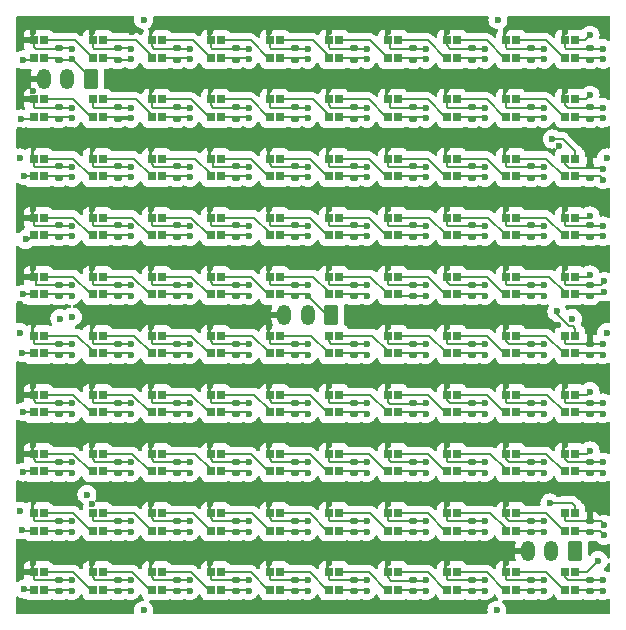
<source format=gbr>
%TF.GenerationSoftware,KiCad,Pcbnew,8.0.2*%
%TF.CreationDate,2024-07-01T22:54:51-05:00*%
%TF.ProjectId,pixel_grid,70697865-6c5f-4677-9269-642e6b696361,rev?*%
%TF.SameCoordinates,Original*%
%TF.FileFunction,Copper,L1,Top*%
%TF.FilePolarity,Positive*%
%FSLAX46Y46*%
G04 Gerber Fmt 4.6, Leading zero omitted, Abs format (unit mm)*
G04 Created by KiCad (PCBNEW 8.0.2) date 2024-07-01 22:54:51*
%MOMM*%
%LPD*%
G01*
G04 APERTURE LIST*
G04 Aperture macros list*
%AMRoundRect*
0 Rectangle with rounded corners*
0 $1 Rounding radius*
0 $2 $3 $4 $5 $6 $7 $8 $9 X,Y pos of 4 corners*
0 Add a 4 corners polygon primitive as box body*
4,1,4,$2,$3,$4,$5,$6,$7,$8,$9,$2,$3,0*
0 Add four circle primitives for the rounded corners*
1,1,$1+$1,$2,$3*
1,1,$1+$1,$4,$5*
1,1,$1+$1,$6,$7*
1,1,$1+$1,$8,$9*
0 Add four rect primitives between the rounded corners*
20,1,$1+$1,$2,$3,$4,$5,0*
20,1,$1+$1,$4,$5,$6,$7,0*
20,1,$1+$1,$6,$7,$8,$9,0*
20,1,$1+$1,$8,$9,$2,$3,0*%
G04 Aperture macros list end*
%TA.AperFunction,ComponentPad*%
%ADD10C,0.600000*%
%TD*%
%TA.AperFunction,SMDPad,CuDef*%
%ADD11R,0.650000X0.800000*%
%TD*%
%TA.AperFunction,ComponentPad*%
%ADD12RoundRect,0.250000X0.350000X0.625000X-0.350000X0.625000X-0.350000X-0.625000X0.350000X-0.625000X0*%
%TD*%
%TA.AperFunction,ComponentPad*%
%ADD13O,1.200000X1.750000*%
%TD*%
%TA.AperFunction,SMDPad,CuDef*%
%ADD14RoundRect,0.140000X0.170000X-0.140000X0.170000X0.140000X-0.170000X0.140000X-0.170000X-0.140000X0*%
%TD*%
%TA.AperFunction,ViaPad*%
%ADD15C,0.600000*%
%TD*%
%TA.AperFunction,Conductor*%
%ADD16C,0.200000*%
%TD*%
G04 APERTURE END LIST*
D10*
%TO.P,JP100,1,A*%
%TO.N,GND*%
X67800000Y-64950000D03*
%TO.P,JP100,2,B*%
%TO.N,+5V*%
X67800000Y-65850000D03*
%TD*%
%TO.P,JP99,1,A*%
%TO.N,GND*%
X62800000Y-64950000D03*
%TO.P,JP99,2,B*%
%TO.N,+5V*%
X62800000Y-65850000D03*
%TD*%
%TO.P,JP98,1,A*%
%TO.N,GND*%
X57800000Y-64950000D03*
%TO.P,JP98,2,B*%
%TO.N,+5V*%
X57800000Y-65850000D03*
%TD*%
%TO.P,JP97,1,A*%
%TO.N,GND*%
X52800000Y-64950000D03*
%TO.P,JP97,2,B*%
%TO.N,+5V*%
X52800000Y-65850000D03*
%TD*%
%TO.P,JP96,1,A*%
%TO.N,GND*%
X47800000Y-64950000D03*
%TO.P,JP96,2,B*%
%TO.N,+5V*%
X47800000Y-65850000D03*
%TD*%
%TO.P,JP95,1,A*%
%TO.N,GND*%
X42800000Y-64950000D03*
%TO.P,JP95,2,B*%
%TO.N,+5V*%
X42800000Y-65850000D03*
%TD*%
%TO.P,JP94,1,A*%
%TO.N,GND*%
X37800000Y-64950000D03*
%TO.P,JP94,2,B*%
%TO.N,+5V*%
X37800000Y-65850000D03*
%TD*%
%TO.P,JP93,1,A*%
%TO.N,GND*%
X32800000Y-64950000D03*
%TO.P,JP93,2,B*%
%TO.N,+5V*%
X32800000Y-65850000D03*
%TD*%
%TO.P,JP92,1,A*%
%TO.N,GND*%
X27800000Y-64950000D03*
%TO.P,JP92,2,B*%
%TO.N,+5V*%
X27800000Y-65850000D03*
%TD*%
%TO.P,JP91,1,A*%
%TO.N,GND*%
X22800000Y-64950000D03*
%TO.P,JP91,2,B*%
%TO.N,+5V*%
X22800000Y-65850000D03*
%TD*%
%TO.P,JP90,1,A*%
%TO.N,GND*%
X67900000Y-60250000D03*
%TO.P,JP90,2,B*%
%TO.N,+5V*%
X67900000Y-61150000D03*
%TD*%
%TO.P,JP89,1,A*%
%TO.N,GND*%
X62800000Y-59950000D03*
%TO.P,JP89,2,B*%
%TO.N,+5V*%
X62800000Y-60850000D03*
%TD*%
%TO.P,JP88,1,A*%
%TO.N,GND*%
X57800000Y-59950000D03*
%TO.P,JP88,2,B*%
%TO.N,+5V*%
X57800000Y-60850000D03*
%TD*%
%TO.P,JP87,1,A*%
%TO.N,GND*%
X52800000Y-59950000D03*
%TO.P,JP87,2,B*%
%TO.N,+5V*%
X52800000Y-60850000D03*
%TD*%
%TO.P,JP86,1,A*%
%TO.N,GND*%
X47800000Y-59950000D03*
%TO.P,JP86,2,B*%
%TO.N,+5V*%
X47800000Y-60850000D03*
%TD*%
%TO.P,JP85,1,A*%
%TO.N,GND*%
X42800000Y-59950000D03*
%TO.P,JP85,2,B*%
%TO.N,+5V*%
X42800000Y-60850000D03*
%TD*%
%TO.P,JP84,1,A*%
%TO.N,GND*%
X37800000Y-59950000D03*
%TO.P,JP84,2,B*%
%TO.N,+5V*%
X37800000Y-60850000D03*
%TD*%
%TO.P,JP83,1,A*%
%TO.N,GND*%
X32800000Y-59950000D03*
%TO.P,JP83,2,B*%
%TO.N,+5V*%
X32800000Y-60850000D03*
%TD*%
%TO.P,JP82,1,A*%
%TO.N,GND*%
X27800000Y-59950000D03*
%TO.P,JP82,2,B*%
%TO.N,+5V*%
X27800000Y-60850000D03*
%TD*%
%TO.P,JP81,1,A*%
%TO.N,GND*%
X22800000Y-59950000D03*
%TO.P,JP81,2,B*%
%TO.N,+5V*%
X22800000Y-60850000D03*
%TD*%
%TO.P,JP80,1,A*%
%TO.N,GND*%
X67800000Y-54950000D03*
%TO.P,JP80,2,B*%
%TO.N,+5V*%
X67800000Y-55850000D03*
%TD*%
%TO.P,JP79,1,A*%
%TO.N,GND*%
X62800000Y-54950000D03*
%TO.P,JP79,2,B*%
%TO.N,+5V*%
X62800000Y-55850000D03*
%TD*%
%TO.P,JP78,1,A*%
%TO.N,GND*%
X57800000Y-54950000D03*
%TO.P,JP78,2,B*%
%TO.N,+5V*%
X57800000Y-55850000D03*
%TD*%
%TO.P,JP77,1,A*%
%TO.N,GND*%
X52800000Y-54950000D03*
%TO.P,JP77,2,B*%
%TO.N,+5V*%
X52800000Y-55850000D03*
%TD*%
%TO.P,JP76,1,A*%
%TO.N,GND*%
X47800000Y-54950000D03*
%TO.P,JP76,2,B*%
%TO.N,+5V*%
X47800000Y-55850000D03*
%TD*%
%TO.P,JP75,1,A*%
%TO.N,GND*%
X42800000Y-54950000D03*
%TO.P,JP75,2,B*%
%TO.N,+5V*%
X42800000Y-55850000D03*
%TD*%
%TO.P,JP74,1,A*%
%TO.N,GND*%
X37800000Y-54950000D03*
%TO.P,JP74,2,B*%
%TO.N,+5V*%
X37800000Y-55850000D03*
%TD*%
%TO.P,JP73,1,A*%
%TO.N,GND*%
X32800000Y-54950000D03*
%TO.P,JP73,2,B*%
%TO.N,+5V*%
X32800000Y-55850000D03*
%TD*%
%TO.P,JP72,1,A*%
%TO.N,GND*%
X27800000Y-54950000D03*
%TO.P,JP72,2,B*%
%TO.N,+5V*%
X27800000Y-55850000D03*
%TD*%
%TO.P,JP71,1,A*%
%TO.N,GND*%
X22800000Y-54950000D03*
%TO.P,JP71,2,B*%
%TO.N,+5V*%
X22800000Y-55850000D03*
%TD*%
%TO.P,JP70,1,A*%
%TO.N,GND*%
X67800000Y-49950000D03*
%TO.P,JP70,2,B*%
%TO.N,+5V*%
X67800000Y-50850000D03*
%TD*%
%TO.P,JP69,1,A*%
%TO.N,GND*%
X62800000Y-49950000D03*
%TO.P,JP69,2,B*%
%TO.N,+5V*%
X62800000Y-50850000D03*
%TD*%
%TO.P,JP68,1,A*%
%TO.N,GND*%
X57800000Y-49950000D03*
%TO.P,JP68,2,B*%
%TO.N,+5V*%
X57800000Y-50850000D03*
%TD*%
%TO.P,JP67,1,A*%
%TO.N,GND*%
X52800000Y-49950000D03*
%TO.P,JP67,2,B*%
%TO.N,+5V*%
X52800000Y-50850000D03*
%TD*%
%TO.P,JP66,1,A*%
%TO.N,GND*%
X47800000Y-49950000D03*
%TO.P,JP66,2,B*%
%TO.N,+5V*%
X47800000Y-50850000D03*
%TD*%
%TO.P,JP65,1,A*%
%TO.N,GND*%
X42800000Y-49950000D03*
%TO.P,JP65,2,B*%
%TO.N,+5V*%
X42800000Y-50850000D03*
%TD*%
%TO.P,JP64,1,A*%
%TO.N,GND*%
X37800000Y-49950000D03*
%TO.P,JP64,2,B*%
%TO.N,+5V*%
X37800000Y-50850000D03*
%TD*%
%TO.P,JP63,1,A*%
%TO.N,GND*%
X32800000Y-49950000D03*
%TO.P,JP63,2,B*%
%TO.N,+5V*%
X32800000Y-50850000D03*
%TD*%
%TO.P,JP62,1,A*%
%TO.N,GND*%
X27800000Y-49950000D03*
%TO.P,JP62,2,B*%
%TO.N,+5V*%
X27800000Y-50850000D03*
%TD*%
%TO.P,JP61,1,A*%
%TO.N,GND*%
X22800000Y-49950000D03*
%TO.P,JP61,2,B*%
%TO.N,+5V*%
X22800000Y-50850000D03*
%TD*%
%TO.P,JP60,1,A*%
%TO.N,GND*%
X67800000Y-44950000D03*
%TO.P,JP60,2,B*%
%TO.N,+5V*%
X67800000Y-45850000D03*
%TD*%
%TO.P,JP59,1,A*%
%TO.N,GND*%
X62800000Y-44950000D03*
%TO.P,JP59,2,B*%
%TO.N,+5V*%
X62800000Y-45850000D03*
%TD*%
%TO.P,JP58,1,A*%
%TO.N,GND*%
X57800000Y-44950000D03*
%TO.P,JP58,2,B*%
%TO.N,+5V*%
X57800000Y-45850000D03*
%TD*%
%TO.P,JP57,1,A*%
%TO.N,GND*%
X52800000Y-44950000D03*
%TO.P,JP57,2,B*%
%TO.N,+5V*%
X52800000Y-45850000D03*
%TD*%
%TO.P,JP56,1,A*%
%TO.N,GND*%
X47800000Y-44950000D03*
%TO.P,JP56,2,B*%
%TO.N,+5V*%
X47800000Y-45850000D03*
%TD*%
%TO.P,JP55,1,A*%
%TO.N,GND*%
X42800000Y-44950000D03*
%TO.P,JP55,2,B*%
%TO.N,+5V*%
X42800000Y-45850000D03*
%TD*%
%TO.P,JP54,1,A*%
%TO.N,GND*%
X37800000Y-44950000D03*
%TO.P,JP54,2,B*%
%TO.N,+5V*%
X37800000Y-45850000D03*
%TD*%
%TO.P,JP53,1,A*%
%TO.N,GND*%
X32800000Y-44950000D03*
%TO.P,JP53,2,B*%
%TO.N,+5V*%
X32800000Y-45850000D03*
%TD*%
%TO.P,JP52,1,A*%
%TO.N,GND*%
X27800000Y-44950000D03*
%TO.P,JP52,2,B*%
%TO.N,+5V*%
X27800000Y-45850000D03*
%TD*%
%TO.P,JP51,1,A*%
%TO.N,GND*%
X22800000Y-44950000D03*
%TO.P,JP51,2,B*%
%TO.N,+5V*%
X22800000Y-45850000D03*
%TD*%
%TO.P,JP50,1,A*%
%TO.N,GND*%
X67900000Y-39650000D03*
%TO.P,JP50,2,B*%
%TO.N,+5V*%
X67900000Y-40550000D03*
%TD*%
%TO.P,JP49,1,A*%
%TO.N,GND*%
X62800000Y-39950000D03*
%TO.P,JP49,2,B*%
%TO.N,+5V*%
X62800000Y-40850000D03*
%TD*%
%TO.P,JP48,1,A*%
%TO.N,GND*%
X57800000Y-39950000D03*
%TO.P,JP48,2,B*%
%TO.N,+5V*%
X57800000Y-40850000D03*
%TD*%
%TO.P,JP47,1,A*%
%TO.N,GND*%
X52800000Y-39950000D03*
%TO.P,JP47,2,B*%
%TO.N,+5V*%
X52800000Y-40850000D03*
%TD*%
%TO.P,JP46,1,A*%
%TO.N,GND*%
X47800000Y-39950000D03*
%TO.P,JP46,2,B*%
%TO.N,+5V*%
X47800000Y-40850000D03*
%TD*%
%TO.P,JP45,1,A*%
%TO.N,GND*%
X42800000Y-39950000D03*
%TO.P,JP45,2,B*%
%TO.N,+5V*%
X42800000Y-40850000D03*
%TD*%
%TO.P,JP44,1,A*%
%TO.N,GND*%
X37800000Y-39950000D03*
%TO.P,JP44,2,B*%
%TO.N,+5V*%
X37800000Y-40850000D03*
%TD*%
%TO.P,JP43,1,A*%
%TO.N,GND*%
X32800000Y-39950000D03*
%TO.P,JP43,2,B*%
%TO.N,+5V*%
X32800000Y-40850000D03*
%TD*%
%TO.P,JP42,1,A*%
%TO.N,GND*%
X27800000Y-39950000D03*
%TO.P,JP42,2,B*%
%TO.N,+5V*%
X27800000Y-40850000D03*
%TD*%
%TO.P,JP41,1,A*%
%TO.N,GND*%
X22800000Y-39950000D03*
%TO.P,JP41,2,B*%
%TO.N,+5V*%
X22800000Y-40850000D03*
%TD*%
%TO.P,JP40,1,A*%
%TO.N,GND*%
X67800000Y-34950000D03*
%TO.P,JP40,2,B*%
%TO.N,+5V*%
X67800000Y-35850000D03*
%TD*%
%TO.P,JP39,1,A*%
%TO.N,GND*%
X62800000Y-34950000D03*
%TO.P,JP39,2,B*%
%TO.N,+5V*%
X62800000Y-35850000D03*
%TD*%
%TO.P,JP38,1,A*%
%TO.N,GND*%
X57800000Y-34950000D03*
%TO.P,JP38,2,B*%
%TO.N,+5V*%
X57800000Y-35850000D03*
%TD*%
%TO.P,JP37,1,A*%
%TO.N,GND*%
X52800000Y-34950000D03*
%TO.P,JP37,2,B*%
%TO.N,+5V*%
X52800000Y-35850000D03*
%TD*%
%TO.P,JP36,1,A*%
%TO.N,GND*%
X47800000Y-34950000D03*
%TO.P,JP36,2,B*%
%TO.N,+5V*%
X47800000Y-35850000D03*
%TD*%
%TO.P,JP35,1,A*%
%TO.N,GND*%
X42800000Y-34950000D03*
%TO.P,JP35,2,B*%
%TO.N,+5V*%
X42800000Y-35850000D03*
%TD*%
%TO.P,JP34,1,A*%
%TO.N,GND*%
X37800000Y-34950000D03*
%TO.P,JP34,2,B*%
%TO.N,+5V*%
X37800000Y-35850000D03*
%TD*%
%TO.P,JP33,1,A*%
%TO.N,GND*%
X32800000Y-34950000D03*
%TO.P,JP33,2,B*%
%TO.N,+5V*%
X32800000Y-35850000D03*
%TD*%
%TO.P,JP32,1,A*%
%TO.N,GND*%
X27800000Y-34950000D03*
%TO.P,JP32,2,B*%
%TO.N,+5V*%
X27800000Y-35850000D03*
%TD*%
%TO.P,JP31,1,A*%
%TO.N,GND*%
X22800000Y-34950000D03*
%TO.P,JP31,2,B*%
%TO.N,+5V*%
X22800000Y-35850000D03*
%TD*%
%TO.P,JP30,1,A*%
%TO.N,GND*%
X67800000Y-30150000D03*
%TO.P,JP30,2,B*%
%TO.N,+5V*%
X67800000Y-31050000D03*
%TD*%
%TO.P,JP29,1,A*%
%TO.N,GND*%
X62800000Y-29950000D03*
%TO.P,JP29,2,B*%
%TO.N,+5V*%
X62800000Y-30850000D03*
%TD*%
%TO.P,JP28,1,A*%
%TO.N,GND*%
X57800000Y-29950000D03*
%TO.P,JP28,2,B*%
%TO.N,+5V*%
X57800000Y-30850000D03*
%TD*%
%TO.P,JP27,1,A*%
%TO.N,GND*%
X52800000Y-29950000D03*
%TO.P,JP27,2,B*%
%TO.N,+5V*%
X52800000Y-30850000D03*
%TD*%
%TO.P,JP26,1,A*%
%TO.N,GND*%
X47800000Y-29950000D03*
%TO.P,JP26,2,B*%
%TO.N,+5V*%
X47800000Y-30850000D03*
%TD*%
%TO.P,JP25,1,A*%
%TO.N,GND*%
X42800000Y-29950000D03*
%TO.P,JP25,2,B*%
%TO.N,+5V*%
X42800000Y-30850000D03*
%TD*%
%TO.P,JP24,1,A*%
%TO.N,GND*%
X37800000Y-29950000D03*
%TO.P,JP24,2,B*%
%TO.N,+5V*%
X37800000Y-30850000D03*
%TD*%
%TO.P,JP23,1,A*%
%TO.N,GND*%
X32800000Y-29950000D03*
%TO.P,JP23,2,B*%
%TO.N,+5V*%
X32800000Y-30850000D03*
%TD*%
%TO.P,JP22,1,A*%
%TO.N,GND*%
X27800000Y-29950000D03*
%TO.P,JP22,2,B*%
%TO.N,+5V*%
X27800000Y-30850000D03*
%TD*%
%TO.P,JP21,1,A*%
%TO.N,GND*%
X22800000Y-29950000D03*
%TO.P,JP21,2,B*%
%TO.N,+5V*%
X22800000Y-30850000D03*
%TD*%
%TO.P,JP20,1,A*%
%TO.N,GND*%
X67800000Y-24950000D03*
%TO.P,JP20,2,B*%
%TO.N,+5V*%
X67800000Y-25850000D03*
%TD*%
%TO.P,JP19,1,A*%
%TO.N,GND*%
X62800000Y-24950000D03*
%TO.P,JP19,2,B*%
%TO.N,+5V*%
X62800000Y-25850000D03*
%TD*%
%TO.P,JP18,1,A*%
%TO.N,GND*%
X57800000Y-24950000D03*
%TO.P,JP18,2,B*%
%TO.N,+5V*%
X57800000Y-25850000D03*
%TD*%
%TO.P,JP17,1,A*%
%TO.N,GND*%
X52800000Y-24950000D03*
%TO.P,JP17,2,B*%
%TO.N,+5V*%
X52800000Y-25850000D03*
%TD*%
%TO.P,JP16,1,A*%
%TO.N,GND*%
X47800000Y-24950000D03*
%TO.P,JP16,2,B*%
%TO.N,+5V*%
X47800000Y-25850000D03*
%TD*%
%TO.P,JP15,1,A*%
%TO.N,GND*%
X42800000Y-24950000D03*
%TO.P,JP15,2,B*%
%TO.N,+5V*%
X42800000Y-25850000D03*
%TD*%
%TO.P,JP14,1,A*%
%TO.N,GND*%
X37800000Y-24950000D03*
%TO.P,JP14,2,B*%
%TO.N,+5V*%
X37800000Y-25850000D03*
%TD*%
%TO.P,JP13,1,A*%
%TO.N,GND*%
X32800000Y-24950000D03*
%TO.P,JP13,2,B*%
%TO.N,+5V*%
X32800000Y-25850000D03*
%TD*%
%TO.P,JP12,1,A*%
%TO.N,GND*%
X27800000Y-24950000D03*
%TO.P,JP12,2,B*%
%TO.N,+5V*%
X27800000Y-25850000D03*
%TD*%
%TO.P,JP11,1,A*%
%TO.N,GND*%
X22800000Y-24950000D03*
%TO.P,JP11,2,B*%
%TO.N,+5V*%
X22800000Y-25850000D03*
%TD*%
%TO.P,JP10,1,A*%
%TO.N,GND*%
X67800000Y-19950000D03*
%TO.P,JP10,2,B*%
%TO.N,+5V*%
X67800000Y-20850000D03*
%TD*%
%TO.P,JP9,1,A*%
%TO.N,GND*%
X62800000Y-19950000D03*
%TO.P,JP9,2,B*%
%TO.N,+5V*%
X62800000Y-20850000D03*
%TD*%
%TO.P,JP8,1,A*%
%TO.N,GND*%
X57800000Y-19950000D03*
%TO.P,JP8,2,B*%
%TO.N,+5V*%
X57800000Y-20850000D03*
%TD*%
%TO.P,JP7,1,A*%
%TO.N,GND*%
X52800000Y-19950000D03*
%TO.P,JP7,2,B*%
%TO.N,+5V*%
X52800000Y-20850000D03*
%TD*%
%TO.P,JP6,1,A*%
%TO.N,GND*%
X47800000Y-19950000D03*
%TO.P,JP6,2,B*%
%TO.N,+5V*%
X47800000Y-20850000D03*
%TD*%
%TO.P,JP5,1,A*%
%TO.N,GND*%
X42800000Y-19950000D03*
%TO.P,JP5,2,B*%
%TO.N,+5V*%
X42800000Y-20850000D03*
%TD*%
%TO.P,JP4,1,A*%
%TO.N,GND*%
X37800000Y-19950000D03*
%TO.P,JP4,2,B*%
%TO.N,+5V*%
X37800000Y-20850000D03*
%TD*%
%TO.P,JP3,1,A*%
%TO.N,GND*%
X32800000Y-19950000D03*
%TO.P,JP3,2,B*%
%TO.N,+5V*%
X32800000Y-20850000D03*
%TD*%
%TO.P,JP2,1,A*%
%TO.N,GND*%
X27800000Y-19950000D03*
%TO.P,JP2,2,B*%
%TO.N,+5V*%
X27800000Y-20850000D03*
%TD*%
%TO.P,JP1,1,A*%
%TO.N,GND*%
X22800000Y-19950000D03*
%TO.P,JP1,2,B*%
%TO.N,+5V*%
X22800000Y-20850000D03*
%TD*%
D11*
%TO.P,D100,1,DOUT*%
%TO.N,DOUT*%
X65425000Y-64250000D03*
%TO.P,D100,2,VDD*%
%TO.N,+5V*%
X65425000Y-65750000D03*
%TO.P,D100,3,VSS*%
%TO.N,GND*%
X64575000Y-64250000D03*
%TO.P,D100,4,DIN*%
%TO.N,/Ten_Leds9/One_LED8/DOUT*%
X64575000Y-65750000D03*
%TD*%
%TO.P,D99,1,DOUT*%
%TO.N,/Ten_Leds9/One_LED8/DOUT*%
X60425000Y-64250000D03*
%TO.P,D99,2,VDD*%
%TO.N,+5V*%
X60425000Y-65750000D03*
%TO.P,D99,3,VSS*%
%TO.N,GND*%
X59575000Y-64250000D03*
%TO.P,D99,4,DIN*%
%TO.N,/Ten_Leds9/One_LED7/DOUT*%
X59575000Y-65750000D03*
%TD*%
%TO.P,D98,1,DOUT*%
%TO.N,/Ten_Leds9/One_LED7/DOUT*%
X55425000Y-64250000D03*
%TO.P,D98,2,VDD*%
%TO.N,+5V*%
X55425000Y-65750000D03*
%TO.P,D98,3,VSS*%
%TO.N,GND*%
X54575000Y-64250000D03*
%TO.P,D98,4,DIN*%
%TO.N,/Ten_Leds9/One_LED6/DOUT*%
X54575000Y-65750000D03*
%TD*%
%TO.P,D97,1,DOUT*%
%TO.N,/Ten_Leds9/One_LED6/DOUT*%
X50425000Y-64250000D03*
%TO.P,D97,2,VDD*%
%TO.N,+5V*%
X50425000Y-65750000D03*
%TO.P,D97,3,VSS*%
%TO.N,GND*%
X49575000Y-64250000D03*
%TO.P,D97,4,DIN*%
%TO.N,/Ten_Leds9/One_LED5/DOUT*%
X49575000Y-65750000D03*
%TD*%
%TO.P,D96,1,DOUT*%
%TO.N,/Ten_Leds9/One_LED5/DOUT*%
X45425000Y-64250000D03*
%TO.P,D96,2,VDD*%
%TO.N,+5V*%
X45425000Y-65750000D03*
%TO.P,D96,3,VSS*%
%TO.N,GND*%
X44575000Y-64250000D03*
%TO.P,D96,4,DIN*%
%TO.N,/Ten_Leds9/One_LED4/DOUT*%
X44575000Y-65750000D03*
%TD*%
%TO.P,D95,1,DOUT*%
%TO.N,/Ten_Leds9/One_LED4/DOUT*%
X40425000Y-64250000D03*
%TO.P,D95,2,VDD*%
%TO.N,+5V*%
X40425000Y-65750000D03*
%TO.P,D95,3,VSS*%
%TO.N,GND*%
X39575000Y-64250000D03*
%TO.P,D95,4,DIN*%
%TO.N,/Ten_Leds9/One_LED3/DOUT*%
X39575000Y-65750000D03*
%TD*%
%TO.P,D94,1,DOUT*%
%TO.N,/Ten_Leds9/One_LED3/DOUT*%
X35425000Y-64250000D03*
%TO.P,D94,2,VDD*%
%TO.N,+5V*%
X35425000Y-65750000D03*
%TO.P,D94,3,VSS*%
%TO.N,GND*%
X34575000Y-64250000D03*
%TO.P,D94,4,DIN*%
%TO.N,/Ten_Leds9/One_LED2/DOUT*%
X34575000Y-65750000D03*
%TD*%
%TO.P,D93,1,DOUT*%
%TO.N,/Ten_Leds9/One_LED2/DOUT*%
X30425000Y-64250000D03*
%TO.P,D93,2,VDD*%
%TO.N,+5V*%
X30425000Y-65750000D03*
%TO.P,D93,3,VSS*%
%TO.N,GND*%
X29575000Y-64250000D03*
%TO.P,D93,4,DIN*%
%TO.N,/Ten_Leds9/One_LED1/DOUT*%
X29575000Y-65750000D03*
%TD*%
%TO.P,D92,1,DOUT*%
%TO.N,/Ten_Leds9/One_LED1/DOUT*%
X25425000Y-64250000D03*
%TO.P,D92,2,VDD*%
%TO.N,+5V*%
X25425000Y-65750000D03*
%TO.P,D92,3,VSS*%
%TO.N,GND*%
X24575000Y-64250000D03*
%TO.P,D92,4,DIN*%
%TO.N,/Ten_Leds9/One_LED/DOUT*%
X24575000Y-65750000D03*
%TD*%
%TO.P,D91,1,DOUT*%
%TO.N,/Ten_Leds9/One_LED/DOUT*%
X20425000Y-64250000D03*
%TO.P,D91,2,VDD*%
%TO.N,+5V*%
X20425000Y-65750000D03*
%TO.P,D91,3,VSS*%
%TO.N,GND*%
X19575000Y-64250000D03*
%TO.P,D91,4,DIN*%
%TO.N,/Ten_Leds8/DOUT*%
X19575000Y-65750000D03*
%TD*%
%TO.P,D90,1,DOUT*%
%TO.N,/Ten_Leds8/DOUT*%
X65425000Y-59250000D03*
%TO.P,D90,2,VDD*%
%TO.N,+5V*%
X65425000Y-60750000D03*
%TO.P,D90,3,VSS*%
%TO.N,GND*%
X64575000Y-59250000D03*
%TO.P,D90,4,DIN*%
%TO.N,/Ten_Leds8/One_LED8/DOUT*%
X64575000Y-60750000D03*
%TD*%
%TO.P,D89,1,DOUT*%
%TO.N,/Ten_Leds8/One_LED8/DOUT*%
X60425000Y-59250000D03*
%TO.P,D89,2,VDD*%
%TO.N,+5V*%
X60425000Y-60750000D03*
%TO.P,D89,3,VSS*%
%TO.N,GND*%
X59575000Y-59250000D03*
%TO.P,D89,4,DIN*%
%TO.N,/Ten_Leds8/One_LED7/DOUT*%
X59575000Y-60750000D03*
%TD*%
%TO.P,D88,1,DOUT*%
%TO.N,/Ten_Leds8/One_LED7/DOUT*%
X55425000Y-59250000D03*
%TO.P,D88,2,VDD*%
%TO.N,+5V*%
X55425000Y-60750000D03*
%TO.P,D88,3,VSS*%
%TO.N,GND*%
X54575000Y-59250000D03*
%TO.P,D88,4,DIN*%
%TO.N,/Ten_Leds8/One_LED6/DOUT*%
X54575000Y-60750000D03*
%TD*%
%TO.P,D87,1,DOUT*%
%TO.N,/Ten_Leds8/One_LED6/DOUT*%
X50425000Y-59250000D03*
%TO.P,D87,2,VDD*%
%TO.N,+5V*%
X50425000Y-60750000D03*
%TO.P,D87,3,VSS*%
%TO.N,GND*%
X49575000Y-59250000D03*
%TO.P,D87,4,DIN*%
%TO.N,/Ten_Leds8/One_LED5/DOUT*%
X49575000Y-60750000D03*
%TD*%
%TO.P,D86,1,DOUT*%
%TO.N,/Ten_Leds8/One_LED5/DOUT*%
X45425000Y-59250000D03*
%TO.P,D86,2,VDD*%
%TO.N,+5V*%
X45425000Y-60750000D03*
%TO.P,D86,3,VSS*%
%TO.N,GND*%
X44575000Y-59250000D03*
%TO.P,D86,4,DIN*%
%TO.N,/Ten_Leds8/One_LED4/DOUT*%
X44575000Y-60750000D03*
%TD*%
%TO.P,D85,1,DOUT*%
%TO.N,/Ten_Leds8/One_LED4/DOUT*%
X40425000Y-59250000D03*
%TO.P,D85,2,VDD*%
%TO.N,+5V*%
X40425000Y-60750000D03*
%TO.P,D85,3,VSS*%
%TO.N,GND*%
X39575000Y-59250000D03*
%TO.P,D85,4,DIN*%
%TO.N,/Ten_Leds8/One_LED3/DOUT*%
X39575000Y-60750000D03*
%TD*%
%TO.P,D84,1,DOUT*%
%TO.N,/Ten_Leds8/One_LED3/DOUT*%
X35425000Y-59250000D03*
%TO.P,D84,2,VDD*%
%TO.N,+5V*%
X35425000Y-60750000D03*
%TO.P,D84,3,VSS*%
%TO.N,GND*%
X34575000Y-59250000D03*
%TO.P,D84,4,DIN*%
%TO.N,/Ten_Leds8/One_LED2/DOUT*%
X34575000Y-60750000D03*
%TD*%
%TO.P,D83,1,DOUT*%
%TO.N,/Ten_Leds8/One_LED2/DOUT*%
X30425000Y-59250000D03*
%TO.P,D83,2,VDD*%
%TO.N,+5V*%
X30425000Y-60750000D03*
%TO.P,D83,3,VSS*%
%TO.N,GND*%
X29575000Y-59250000D03*
%TO.P,D83,4,DIN*%
%TO.N,/Ten_Leds8/One_LED1/DOUT*%
X29575000Y-60750000D03*
%TD*%
%TO.P,D82,1,DOUT*%
%TO.N,/Ten_Leds8/One_LED1/DOUT*%
X25425000Y-59250000D03*
%TO.P,D82,2,VDD*%
%TO.N,+5V*%
X25425000Y-60750000D03*
%TO.P,D82,3,VSS*%
%TO.N,GND*%
X24575000Y-59250000D03*
%TO.P,D82,4,DIN*%
%TO.N,/Ten_Leds8/One_LED/DOUT*%
X24575000Y-60750000D03*
%TD*%
%TO.P,D81,1,DOUT*%
%TO.N,/Ten_Leds8/One_LED/DOUT*%
X20425000Y-59250000D03*
%TO.P,D81,2,VDD*%
%TO.N,+5V*%
X20425000Y-60750000D03*
%TO.P,D81,3,VSS*%
%TO.N,GND*%
X19575000Y-59250000D03*
%TO.P,D81,4,DIN*%
%TO.N,/Ten_Leds7/DOUT*%
X19575000Y-60750000D03*
%TD*%
%TO.P,D80,1,DOUT*%
%TO.N,/Ten_Leds7/DOUT*%
X65425000Y-54250000D03*
%TO.P,D80,2,VDD*%
%TO.N,+5V*%
X65425000Y-55750000D03*
%TO.P,D80,3,VSS*%
%TO.N,GND*%
X64575000Y-54250000D03*
%TO.P,D80,4,DIN*%
%TO.N,/Ten_Leds7/One_LED8/DOUT*%
X64575000Y-55750000D03*
%TD*%
%TO.P,D79,1,DOUT*%
%TO.N,/Ten_Leds7/One_LED8/DOUT*%
X60425000Y-54250000D03*
%TO.P,D79,2,VDD*%
%TO.N,+5V*%
X60425000Y-55750000D03*
%TO.P,D79,3,VSS*%
%TO.N,GND*%
X59575000Y-54250000D03*
%TO.P,D79,4,DIN*%
%TO.N,/Ten_Leds7/One_LED7/DOUT*%
X59575000Y-55750000D03*
%TD*%
%TO.P,D78,1,DOUT*%
%TO.N,/Ten_Leds7/One_LED7/DOUT*%
X55425000Y-54250000D03*
%TO.P,D78,2,VDD*%
%TO.N,+5V*%
X55425000Y-55750000D03*
%TO.P,D78,3,VSS*%
%TO.N,GND*%
X54575000Y-54250000D03*
%TO.P,D78,4,DIN*%
%TO.N,/Ten_Leds7/One_LED6/DOUT*%
X54575000Y-55750000D03*
%TD*%
%TO.P,D77,1,DOUT*%
%TO.N,/Ten_Leds7/One_LED6/DOUT*%
X50425000Y-54250000D03*
%TO.P,D77,2,VDD*%
%TO.N,+5V*%
X50425000Y-55750000D03*
%TO.P,D77,3,VSS*%
%TO.N,GND*%
X49575000Y-54250000D03*
%TO.P,D77,4,DIN*%
%TO.N,/Ten_Leds7/One_LED5/DOUT*%
X49575000Y-55750000D03*
%TD*%
%TO.P,D76,1,DOUT*%
%TO.N,/Ten_Leds7/One_LED5/DOUT*%
X45425000Y-54250000D03*
%TO.P,D76,2,VDD*%
%TO.N,+5V*%
X45425000Y-55750000D03*
%TO.P,D76,3,VSS*%
%TO.N,GND*%
X44575000Y-54250000D03*
%TO.P,D76,4,DIN*%
%TO.N,/Ten_Leds7/One_LED4/DOUT*%
X44575000Y-55750000D03*
%TD*%
%TO.P,D75,1,DOUT*%
%TO.N,/Ten_Leds7/One_LED4/DOUT*%
X40425000Y-54250000D03*
%TO.P,D75,2,VDD*%
%TO.N,+5V*%
X40425000Y-55750000D03*
%TO.P,D75,3,VSS*%
%TO.N,GND*%
X39575000Y-54250000D03*
%TO.P,D75,4,DIN*%
%TO.N,/Ten_Leds7/One_LED3/DOUT*%
X39575000Y-55750000D03*
%TD*%
%TO.P,D74,1,DOUT*%
%TO.N,/Ten_Leds7/One_LED3/DOUT*%
X35425000Y-54250000D03*
%TO.P,D74,2,VDD*%
%TO.N,+5V*%
X35425000Y-55750000D03*
%TO.P,D74,3,VSS*%
%TO.N,GND*%
X34575000Y-54250000D03*
%TO.P,D74,4,DIN*%
%TO.N,/Ten_Leds7/One_LED2/DOUT*%
X34575000Y-55750000D03*
%TD*%
%TO.P,D73,1,DOUT*%
%TO.N,/Ten_Leds7/One_LED2/DOUT*%
X30425000Y-54250000D03*
%TO.P,D73,2,VDD*%
%TO.N,+5V*%
X30425000Y-55750000D03*
%TO.P,D73,3,VSS*%
%TO.N,GND*%
X29575000Y-54250000D03*
%TO.P,D73,4,DIN*%
%TO.N,/Ten_Leds7/One_LED1/DOUT*%
X29575000Y-55750000D03*
%TD*%
%TO.P,D72,1,DOUT*%
%TO.N,/Ten_Leds7/One_LED1/DOUT*%
X25425000Y-54250000D03*
%TO.P,D72,2,VDD*%
%TO.N,+5V*%
X25425000Y-55750000D03*
%TO.P,D72,3,VSS*%
%TO.N,GND*%
X24575000Y-54250000D03*
%TO.P,D72,4,DIN*%
%TO.N,/Ten_Leds7/One_LED/DOUT*%
X24575000Y-55750000D03*
%TD*%
%TO.P,D71,1,DOUT*%
%TO.N,/Ten_Leds7/One_LED/DOUT*%
X20425000Y-54250000D03*
%TO.P,D71,2,VDD*%
%TO.N,+5V*%
X20425000Y-55750000D03*
%TO.P,D71,3,VSS*%
%TO.N,GND*%
X19575000Y-54250000D03*
%TO.P,D71,4,DIN*%
%TO.N,/Ten_Leds6/DOUT*%
X19575000Y-55750000D03*
%TD*%
%TO.P,D70,1,DOUT*%
%TO.N,/Ten_Leds6/DOUT*%
X65425000Y-49250000D03*
%TO.P,D70,2,VDD*%
%TO.N,+5V*%
X65425000Y-50750000D03*
%TO.P,D70,3,VSS*%
%TO.N,GND*%
X64575000Y-49250000D03*
%TO.P,D70,4,DIN*%
%TO.N,/Ten_Leds6/One_LED8/DOUT*%
X64575000Y-50750000D03*
%TD*%
%TO.P,D69,1,DOUT*%
%TO.N,/Ten_Leds6/One_LED8/DOUT*%
X60425000Y-49250000D03*
%TO.P,D69,2,VDD*%
%TO.N,+5V*%
X60425000Y-50750000D03*
%TO.P,D69,3,VSS*%
%TO.N,GND*%
X59575000Y-49250000D03*
%TO.P,D69,4,DIN*%
%TO.N,/Ten_Leds6/One_LED7/DOUT*%
X59575000Y-50750000D03*
%TD*%
%TO.P,D68,1,DOUT*%
%TO.N,/Ten_Leds6/One_LED7/DOUT*%
X55425000Y-49250000D03*
%TO.P,D68,2,VDD*%
%TO.N,+5V*%
X55425000Y-50750000D03*
%TO.P,D68,3,VSS*%
%TO.N,GND*%
X54575000Y-49250000D03*
%TO.P,D68,4,DIN*%
%TO.N,/Ten_Leds6/One_LED6/DOUT*%
X54575000Y-50750000D03*
%TD*%
%TO.P,D67,1,DOUT*%
%TO.N,/Ten_Leds6/One_LED6/DOUT*%
X50425000Y-49250000D03*
%TO.P,D67,2,VDD*%
%TO.N,+5V*%
X50425000Y-50750000D03*
%TO.P,D67,3,VSS*%
%TO.N,GND*%
X49575000Y-49250000D03*
%TO.P,D67,4,DIN*%
%TO.N,/Ten_Leds6/One_LED5/DOUT*%
X49575000Y-50750000D03*
%TD*%
%TO.P,D66,1,DOUT*%
%TO.N,/Ten_Leds6/One_LED5/DOUT*%
X45425000Y-49250000D03*
%TO.P,D66,2,VDD*%
%TO.N,+5V*%
X45425000Y-50750000D03*
%TO.P,D66,3,VSS*%
%TO.N,GND*%
X44575000Y-49250000D03*
%TO.P,D66,4,DIN*%
%TO.N,/Ten_Leds6/One_LED4/DOUT*%
X44575000Y-50750000D03*
%TD*%
%TO.P,D65,1,DOUT*%
%TO.N,/Ten_Leds6/One_LED4/DOUT*%
X40425000Y-49250000D03*
%TO.P,D65,2,VDD*%
%TO.N,+5V*%
X40425000Y-50750000D03*
%TO.P,D65,3,VSS*%
%TO.N,GND*%
X39575000Y-49250000D03*
%TO.P,D65,4,DIN*%
%TO.N,/Ten_Leds6/One_LED3/DOUT*%
X39575000Y-50750000D03*
%TD*%
%TO.P,D64,1,DOUT*%
%TO.N,/Ten_Leds6/One_LED3/DOUT*%
X35425000Y-49250000D03*
%TO.P,D64,2,VDD*%
%TO.N,+5V*%
X35425000Y-50750000D03*
%TO.P,D64,3,VSS*%
%TO.N,GND*%
X34575000Y-49250000D03*
%TO.P,D64,4,DIN*%
%TO.N,/Ten_Leds6/One_LED2/DOUT*%
X34575000Y-50750000D03*
%TD*%
%TO.P,D63,1,DOUT*%
%TO.N,/Ten_Leds6/One_LED2/DOUT*%
X30425000Y-49250000D03*
%TO.P,D63,2,VDD*%
%TO.N,+5V*%
X30425000Y-50750000D03*
%TO.P,D63,3,VSS*%
%TO.N,GND*%
X29575000Y-49250000D03*
%TO.P,D63,4,DIN*%
%TO.N,/Ten_Leds6/One_LED1/DOUT*%
X29575000Y-50750000D03*
%TD*%
%TO.P,D62,1,DOUT*%
%TO.N,/Ten_Leds6/One_LED1/DOUT*%
X25425000Y-49250000D03*
%TO.P,D62,2,VDD*%
%TO.N,+5V*%
X25425000Y-50750000D03*
%TO.P,D62,3,VSS*%
%TO.N,GND*%
X24575000Y-49250000D03*
%TO.P,D62,4,DIN*%
%TO.N,/Ten_Leds6/One_LED/DOUT*%
X24575000Y-50750000D03*
%TD*%
%TO.P,D61,1,DOUT*%
%TO.N,/Ten_Leds6/One_LED/DOUT*%
X20425000Y-49250000D03*
%TO.P,D61,2,VDD*%
%TO.N,+5V*%
X20425000Y-50750000D03*
%TO.P,D61,3,VSS*%
%TO.N,GND*%
X19575000Y-49250000D03*
%TO.P,D61,4,DIN*%
%TO.N,/Ten_Leds5/DOUT*%
X19575000Y-50750000D03*
%TD*%
%TO.P,D60,1,DOUT*%
%TO.N,/Ten_Leds5/DOUT*%
X65425000Y-44250000D03*
%TO.P,D60,2,VDD*%
%TO.N,+5V*%
X65425000Y-45750000D03*
%TO.P,D60,3,VSS*%
%TO.N,GND*%
X64575000Y-44250000D03*
%TO.P,D60,4,DIN*%
%TO.N,/Ten_Leds5/One_LED8/DOUT*%
X64575000Y-45750000D03*
%TD*%
%TO.P,D59,1,DOUT*%
%TO.N,/Ten_Leds5/One_LED8/DOUT*%
X60425000Y-44250000D03*
%TO.P,D59,2,VDD*%
%TO.N,+5V*%
X60425000Y-45750000D03*
%TO.P,D59,3,VSS*%
%TO.N,GND*%
X59575000Y-44250000D03*
%TO.P,D59,4,DIN*%
%TO.N,/Ten_Leds5/One_LED7/DOUT*%
X59575000Y-45750000D03*
%TD*%
%TO.P,D58,1,DOUT*%
%TO.N,/Ten_Leds5/One_LED7/DOUT*%
X55425000Y-44250000D03*
%TO.P,D58,2,VDD*%
%TO.N,+5V*%
X55425000Y-45750000D03*
%TO.P,D58,3,VSS*%
%TO.N,GND*%
X54575000Y-44250000D03*
%TO.P,D58,4,DIN*%
%TO.N,/Ten_Leds5/One_LED6/DOUT*%
X54575000Y-45750000D03*
%TD*%
%TO.P,D57,1,DOUT*%
%TO.N,/Ten_Leds5/One_LED6/DOUT*%
X50425000Y-44250000D03*
%TO.P,D57,2,VDD*%
%TO.N,+5V*%
X50425000Y-45750000D03*
%TO.P,D57,3,VSS*%
%TO.N,GND*%
X49575000Y-44250000D03*
%TO.P,D57,4,DIN*%
%TO.N,/Ten_Leds5/One_LED5/DOUT*%
X49575000Y-45750000D03*
%TD*%
%TO.P,D56,1,DOUT*%
%TO.N,/Ten_Leds5/One_LED5/DOUT*%
X45425000Y-44250000D03*
%TO.P,D56,2,VDD*%
%TO.N,+5V*%
X45425000Y-45750000D03*
%TO.P,D56,3,VSS*%
%TO.N,GND*%
X44575000Y-44250000D03*
%TO.P,D56,4,DIN*%
%TO.N,/Ten_Leds5/One_LED4/DOUT*%
X44575000Y-45750000D03*
%TD*%
%TO.P,D55,1,DOUT*%
%TO.N,/Ten_Leds5/One_LED4/DOUT*%
X40425000Y-44250000D03*
%TO.P,D55,2,VDD*%
%TO.N,+5V*%
X40425000Y-45750000D03*
%TO.P,D55,3,VSS*%
%TO.N,GND*%
X39575000Y-44250000D03*
%TO.P,D55,4,DIN*%
%TO.N,/Ten_Leds5/One_LED3/DOUT*%
X39575000Y-45750000D03*
%TD*%
%TO.P,D54,1,DOUT*%
%TO.N,/Ten_Leds5/One_LED3/DOUT*%
X35425000Y-44250000D03*
%TO.P,D54,2,VDD*%
%TO.N,+5V*%
X35425000Y-45750000D03*
%TO.P,D54,3,VSS*%
%TO.N,GND*%
X34575000Y-44250000D03*
%TO.P,D54,4,DIN*%
%TO.N,/Ten_Leds5/One_LED2/DOUT*%
X34575000Y-45750000D03*
%TD*%
%TO.P,D53,1,DOUT*%
%TO.N,/Ten_Leds5/One_LED2/DOUT*%
X30425000Y-44250000D03*
%TO.P,D53,2,VDD*%
%TO.N,+5V*%
X30425000Y-45750000D03*
%TO.P,D53,3,VSS*%
%TO.N,GND*%
X29575000Y-44250000D03*
%TO.P,D53,4,DIN*%
%TO.N,/Ten_Leds5/One_LED1/DOUT*%
X29575000Y-45750000D03*
%TD*%
%TO.P,D52,1,DOUT*%
%TO.N,/Ten_Leds5/One_LED1/DOUT*%
X25425000Y-44250000D03*
%TO.P,D52,2,VDD*%
%TO.N,+5V*%
X25425000Y-45750000D03*
%TO.P,D52,3,VSS*%
%TO.N,GND*%
X24575000Y-44250000D03*
%TO.P,D52,4,DIN*%
%TO.N,/Ten_Leds5/One_LED/DOUT*%
X24575000Y-45750000D03*
%TD*%
%TO.P,D51,1,DOUT*%
%TO.N,/Ten_Leds5/One_LED/DOUT*%
X20425000Y-44250000D03*
%TO.P,D51,2,VDD*%
%TO.N,+5V*%
X20425000Y-45750000D03*
%TO.P,D51,3,VSS*%
%TO.N,GND*%
X19575000Y-44250000D03*
%TO.P,D51,4,DIN*%
%TO.N,/Ten_Leds4/DOUT*%
X19575000Y-45750000D03*
%TD*%
%TO.P,D50,1,DOUT*%
%TO.N,/Ten_Leds4/DOUT*%
X65425000Y-39250000D03*
%TO.P,D50,2,VDD*%
%TO.N,+5V*%
X65425000Y-40750000D03*
%TO.P,D50,3,VSS*%
%TO.N,GND*%
X64575000Y-39250000D03*
%TO.P,D50,4,DIN*%
%TO.N,/Ten_Leds4/One_LED8/DOUT*%
X64575000Y-40750000D03*
%TD*%
%TO.P,D49,1,DOUT*%
%TO.N,/Ten_Leds4/One_LED8/DOUT*%
X60425000Y-39250000D03*
%TO.P,D49,2,VDD*%
%TO.N,+5V*%
X60425000Y-40750000D03*
%TO.P,D49,3,VSS*%
%TO.N,GND*%
X59575000Y-39250000D03*
%TO.P,D49,4,DIN*%
%TO.N,/Ten_Leds4/One_LED7/DOUT*%
X59575000Y-40750000D03*
%TD*%
%TO.P,D48,1,DOUT*%
%TO.N,/Ten_Leds4/One_LED7/DOUT*%
X55425000Y-39250000D03*
%TO.P,D48,2,VDD*%
%TO.N,+5V*%
X55425000Y-40750000D03*
%TO.P,D48,3,VSS*%
%TO.N,GND*%
X54575000Y-39250000D03*
%TO.P,D48,4,DIN*%
%TO.N,/Ten_Leds4/One_LED6/DOUT*%
X54575000Y-40750000D03*
%TD*%
%TO.P,D47,1,DOUT*%
%TO.N,/Ten_Leds4/One_LED6/DOUT*%
X50425000Y-39250000D03*
%TO.P,D47,2,VDD*%
%TO.N,+5V*%
X50425000Y-40750000D03*
%TO.P,D47,3,VSS*%
%TO.N,GND*%
X49575000Y-39250000D03*
%TO.P,D47,4,DIN*%
%TO.N,/Ten_Leds4/One_LED5/DOUT*%
X49575000Y-40750000D03*
%TD*%
%TO.P,D46,1,DOUT*%
%TO.N,/Ten_Leds4/One_LED5/DOUT*%
X45425000Y-39250000D03*
%TO.P,D46,2,VDD*%
%TO.N,+5V*%
X45425000Y-40750000D03*
%TO.P,D46,3,VSS*%
%TO.N,GND*%
X44575000Y-39250000D03*
%TO.P,D46,4,DIN*%
%TO.N,/Ten_Leds4/One_LED4/DOUT*%
X44575000Y-40750000D03*
%TD*%
%TO.P,D45,1,DOUT*%
%TO.N,/Ten_Leds4/One_LED4/DOUT*%
X40425000Y-39250000D03*
%TO.P,D45,2,VDD*%
%TO.N,+5V*%
X40425000Y-40750000D03*
%TO.P,D45,3,VSS*%
%TO.N,GND*%
X39575000Y-39250000D03*
%TO.P,D45,4,DIN*%
%TO.N,/Ten_Leds4/One_LED3/DOUT*%
X39575000Y-40750000D03*
%TD*%
%TO.P,D44,1,DOUT*%
%TO.N,/Ten_Leds4/One_LED3/DOUT*%
X35425000Y-39250000D03*
%TO.P,D44,2,VDD*%
%TO.N,+5V*%
X35425000Y-40750000D03*
%TO.P,D44,3,VSS*%
%TO.N,GND*%
X34575000Y-39250000D03*
%TO.P,D44,4,DIN*%
%TO.N,/Ten_Leds4/One_LED2/DOUT*%
X34575000Y-40750000D03*
%TD*%
%TO.P,D43,1,DOUT*%
%TO.N,/Ten_Leds4/One_LED2/DOUT*%
X30425000Y-39250000D03*
%TO.P,D43,2,VDD*%
%TO.N,+5V*%
X30425000Y-40750000D03*
%TO.P,D43,3,VSS*%
%TO.N,GND*%
X29575000Y-39250000D03*
%TO.P,D43,4,DIN*%
%TO.N,/Ten_Leds4/One_LED1/DOUT*%
X29575000Y-40750000D03*
%TD*%
%TO.P,D42,1,DOUT*%
%TO.N,/Ten_Leds4/One_LED1/DOUT*%
X25425000Y-39250000D03*
%TO.P,D42,2,VDD*%
%TO.N,+5V*%
X25425000Y-40750000D03*
%TO.P,D42,3,VSS*%
%TO.N,GND*%
X24575000Y-39250000D03*
%TO.P,D42,4,DIN*%
%TO.N,/Ten_Leds4/One_LED/DOUT*%
X24575000Y-40750000D03*
%TD*%
%TO.P,D41,1,DOUT*%
%TO.N,/Ten_Leds4/One_LED/DOUT*%
X20425000Y-39250000D03*
%TO.P,D41,2,VDD*%
%TO.N,+5V*%
X20425000Y-40750000D03*
%TO.P,D41,3,VSS*%
%TO.N,GND*%
X19575000Y-39250000D03*
%TO.P,D41,4,DIN*%
%TO.N,/Ten_Leds3/DOUT*%
X19575000Y-40750000D03*
%TD*%
%TO.P,D40,1,DOUT*%
%TO.N,/Ten_Leds3/DOUT*%
X65425000Y-34250000D03*
%TO.P,D40,2,VDD*%
%TO.N,+5V*%
X65425000Y-35750000D03*
%TO.P,D40,3,VSS*%
%TO.N,GND*%
X64575000Y-34250000D03*
%TO.P,D40,4,DIN*%
%TO.N,/Ten_Leds3/One_LED8/DOUT*%
X64575000Y-35750000D03*
%TD*%
%TO.P,D39,1,DOUT*%
%TO.N,/Ten_Leds3/One_LED8/DOUT*%
X60425000Y-34250000D03*
%TO.P,D39,2,VDD*%
%TO.N,+5V*%
X60425000Y-35750000D03*
%TO.P,D39,3,VSS*%
%TO.N,GND*%
X59575000Y-34250000D03*
%TO.P,D39,4,DIN*%
%TO.N,/Ten_Leds3/One_LED7/DOUT*%
X59575000Y-35750000D03*
%TD*%
%TO.P,D38,1,DOUT*%
%TO.N,/Ten_Leds3/One_LED7/DOUT*%
X55425000Y-34250000D03*
%TO.P,D38,2,VDD*%
%TO.N,+5V*%
X55425000Y-35750000D03*
%TO.P,D38,3,VSS*%
%TO.N,GND*%
X54575000Y-34250000D03*
%TO.P,D38,4,DIN*%
%TO.N,/Ten_Leds3/One_LED6/DOUT*%
X54575000Y-35750000D03*
%TD*%
%TO.P,D37,1,DOUT*%
%TO.N,/Ten_Leds3/One_LED6/DOUT*%
X50425000Y-34250000D03*
%TO.P,D37,2,VDD*%
%TO.N,+5V*%
X50425000Y-35750000D03*
%TO.P,D37,3,VSS*%
%TO.N,GND*%
X49575000Y-34250000D03*
%TO.P,D37,4,DIN*%
%TO.N,/Ten_Leds3/One_LED5/DOUT*%
X49575000Y-35750000D03*
%TD*%
%TO.P,D36,1,DOUT*%
%TO.N,/Ten_Leds3/One_LED5/DOUT*%
X45425000Y-34250000D03*
%TO.P,D36,2,VDD*%
%TO.N,+5V*%
X45425000Y-35750000D03*
%TO.P,D36,3,VSS*%
%TO.N,GND*%
X44575000Y-34250000D03*
%TO.P,D36,4,DIN*%
%TO.N,/Ten_Leds3/One_LED4/DOUT*%
X44575000Y-35750000D03*
%TD*%
%TO.P,D35,1,DOUT*%
%TO.N,/Ten_Leds3/One_LED4/DOUT*%
X40425000Y-34250000D03*
%TO.P,D35,2,VDD*%
%TO.N,+5V*%
X40425000Y-35750000D03*
%TO.P,D35,3,VSS*%
%TO.N,GND*%
X39575000Y-34250000D03*
%TO.P,D35,4,DIN*%
%TO.N,/Ten_Leds3/One_LED3/DOUT*%
X39575000Y-35750000D03*
%TD*%
%TO.P,D34,1,DOUT*%
%TO.N,/Ten_Leds3/One_LED3/DOUT*%
X35425000Y-34250000D03*
%TO.P,D34,2,VDD*%
%TO.N,+5V*%
X35425000Y-35750000D03*
%TO.P,D34,3,VSS*%
%TO.N,GND*%
X34575000Y-34250000D03*
%TO.P,D34,4,DIN*%
%TO.N,/Ten_Leds3/One_LED2/DOUT*%
X34575000Y-35750000D03*
%TD*%
%TO.P,D33,1,DOUT*%
%TO.N,/Ten_Leds3/One_LED2/DOUT*%
X30425000Y-34250000D03*
%TO.P,D33,2,VDD*%
%TO.N,+5V*%
X30425000Y-35750000D03*
%TO.P,D33,3,VSS*%
%TO.N,GND*%
X29575000Y-34250000D03*
%TO.P,D33,4,DIN*%
%TO.N,/Ten_Leds3/One_LED1/DOUT*%
X29575000Y-35750000D03*
%TD*%
%TO.P,D32,1,DOUT*%
%TO.N,/Ten_Leds3/One_LED1/DOUT*%
X25425000Y-34250000D03*
%TO.P,D32,2,VDD*%
%TO.N,+5V*%
X25425000Y-35750000D03*
%TO.P,D32,3,VSS*%
%TO.N,GND*%
X24575000Y-34250000D03*
%TO.P,D32,4,DIN*%
%TO.N,/Ten_Leds3/One_LED/DOUT*%
X24575000Y-35750000D03*
%TD*%
%TO.P,D31,1,DOUT*%
%TO.N,/Ten_Leds3/One_LED/DOUT*%
X20425000Y-34250000D03*
%TO.P,D31,2,VDD*%
%TO.N,+5V*%
X20425000Y-35750000D03*
%TO.P,D31,3,VSS*%
%TO.N,GND*%
X19575000Y-34250000D03*
%TO.P,D31,4,DIN*%
%TO.N,/Ten_Leds2/DOUT*%
X19575000Y-35750000D03*
%TD*%
%TO.P,D30,1,DOUT*%
%TO.N,/Ten_Leds2/DOUT*%
X65425000Y-29250000D03*
%TO.P,D30,2,VDD*%
%TO.N,+5V*%
X65425000Y-30750000D03*
%TO.P,D30,3,VSS*%
%TO.N,GND*%
X64575000Y-29250000D03*
%TO.P,D30,4,DIN*%
%TO.N,/Ten_Leds2/One_LED8/DOUT*%
X64575000Y-30750000D03*
%TD*%
%TO.P,D29,1,DOUT*%
%TO.N,/Ten_Leds2/One_LED8/DOUT*%
X60425000Y-29250000D03*
%TO.P,D29,2,VDD*%
%TO.N,+5V*%
X60425000Y-30750000D03*
%TO.P,D29,3,VSS*%
%TO.N,GND*%
X59575000Y-29250000D03*
%TO.P,D29,4,DIN*%
%TO.N,/Ten_Leds2/One_LED7/DOUT*%
X59575000Y-30750000D03*
%TD*%
%TO.P,D28,1,DOUT*%
%TO.N,/Ten_Leds2/One_LED7/DOUT*%
X55425000Y-29250000D03*
%TO.P,D28,2,VDD*%
%TO.N,+5V*%
X55425000Y-30750000D03*
%TO.P,D28,3,VSS*%
%TO.N,GND*%
X54575000Y-29250000D03*
%TO.P,D28,4,DIN*%
%TO.N,/Ten_Leds2/One_LED6/DOUT*%
X54575000Y-30750000D03*
%TD*%
%TO.P,D27,1,DOUT*%
%TO.N,/Ten_Leds2/One_LED6/DOUT*%
X50425000Y-29250000D03*
%TO.P,D27,2,VDD*%
%TO.N,+5V*%
X50425000Y-30750000D03*
%TO.P,D27,3,VSS*%
%TO.N,GND*%
X49575000Y-29250000D03*
%TO.P,D27,4,DIN*%
%TO.N,/Ten_Leds2/One_LED5/DOUT*%
X49575000Y-30750000D03*
%TD*%
%TO.P,D26,1,DOUT*%
%TO.N,/Ten_Leds2/One_LED5/DOUT*%
X45425000Y-29250000D03*
%TO.P,D26,2,VDD*%
%TO.N,+5V*%
X45425000Y-30750000D03*
%TO.P,D26,3,VSS*%
%TO.N,GND*%
X44575000Y-29250000D03*
%TO.P,D26,4,DIN*%
%TO.N,/Ten_Leds2/One_LED4/DOUT*%
X44575000Y-30750000D03*
%TD*%
%TO.P,D25,1,DOUT*%
%TO.N,/Ten_Leds2/One_LED4/DOUT*%
X40425000Y-29250000D03*
%TO.P,D25,2,VDD*%
%TO.N,+5V*%
X40425000Y-30750000D03*
%TO.P,D25,3,VSS*%
%TO.N,GND*%
X39575000Y-29250000D03*
%TO.P,D25,4,DIN*%
%TO.N,/Ten_Leds2/One_LED3/DOUT*%
X39575000Y-30750000D03*
%TD*%
%TO.P,D24,1,DOUT*%
%TO.N,/Ten_Leds2/One_LED3/DOUT*%
X35425000Y-29250000D03*
%TO.P,D24,2,VDD*%
%TO.N,+5V*%
X35425000Y-30750000D03*
%TO.P,D24,3,VSS*%
%TO.N,GND*%
X34575000Y-29250000D03*
%TO.P,D24,4,DIN*%
%TO.N,/Ten_Leds2/One_LED2/DOUT*%
X34575000Y-30750000D03*
%TD*%
%TO.P,D23,1,DOUT*%
%TO.N,/Ten_Leds2/One_LED2/DOUT*%
X30425000Y-29250000D03*
%TO.P,D23,2,VDD*%
%TO.N,+5V*%
X30425000Y-30750000D03*
%TO.P,D23,3,VSS*%
%TO.N,GND*%
X29575000Y-29250000D03*
%TO.P,D23,4,DIN*%
%TO.N,/Ten_Leds2/One_LED1/DOUT*%
X29575000Y-30750000D03*
%TD*%
%TO.P,D22,1,DOUT*%
%TO.N,/Ten_Leds2/One_LED1/DOUT*%
X25425000Y-29250000D03*
%TO.P,D22,2,VDD*%
%TO.N,+5V*%
X25425000Y-30750000D03*
%TO.P,D22,3,VSS*%
%TO.N,GND*%
X24575000Y-29250000D03*
%TO.P,D22,4,DIN*%
%TO.N,/Ten_Leds2/One_LED/DOUT*%
X24575000Y-30750000D03*
%TD*%
%TO.P,D21,1,DOUT*%
%TO.N,/Ten_Leds2/One_LED/DOUT*%
X20425000Y-29250000D03*
%TO.P,D21,2,VDD*%
%TO.N,+5V*%
X20425000Y-30750000D03*
%TO.P,D21,3,VSS*%
%TO.N,GND*%
X19575000Y-29250000D03*
%TO.P,D21,4,DIN*%
%TO.N,/Ten_Leds1/DOUT*%
X19575000Y-30750000D03*
%TD*%
%TO.P,D20,1,DOUT*%
%TO.N,/Ten_Leds1/DOUT*%
X65425000Y-24250000D03*
%TO.P,D20,2,VDD*%
%TO.N,+5V*%
X65425000Y-25750000D03*
%TO.P,D20,3,VSS*%
%TO.N,GND*%
X64575000Y-24250000D03*
%TO.P,D20,4,DIN*%
%TO.N,/Ten_Leds1/One_LED8/DOUT*%
X64575000Y-25750000D03*
%TD*%
%TO.P,D19,1,DOUT*%
%TO.N,/Ten_Leds1/One_LED8/DOUT*%
X60425000Y-24250000D03*
%TO.P,D19,2,VDD*%
%TO.N,+5V*%
X60425000Y-25750000D03*
%TO.P,D19,3,VSS*%
%TO.N,GND*%
X59575000Y-24250000D03*
%TO.P,D19,4,DIN*%
%TO.N,/Ten_Leds1/One_LED7/DOUT*%
X59575000Y-25750000D03*
%TD*%
%TO.P,D18,1,DOUT*%
%TO.N,/Ten_Leds1/One_LED7/DOUT*%
X55425000Y-24250000D03*
%TO.P,D18,2,VDD*%
%TO.N,+5V*%
X55425000Y-25750000D03*
%TO.P,D18,3,VSS*%
%TO.N,GND*%
X54575000Y-24250000D03*
%TO.P,D18,4,DIN*%
%TO.N,/Ten_Leds1/One_LED6/DOUT*%
X54575000Y-25750000D03*
%TD*%
%TO.P,D17,1,DOUT*%
%TO.N,/Ten_Leds1/One_LED6/DOUT*%
X50425000Y-24250000D03*
%TO.P,D17,2,VDD*%
%TO.N,+5V*%
X50425000Y-25750000D03*
%TO.P,D17,3,VSS*%
%TO.N,GND*%
X49575000Y-24250000D03*
%TO.P,D17,4,DIN*%
%TO.N,/Ten_Leds1/One_LED5/DOUT*%
X49575000Y-25750000D03*
%TD*%
%TO.P,D16,1,DOUT*%
%TO.N,/Ten_Leds1/One_LED5/DOUT*%
X45425000Y-24250000D03*
%TO.P,D16,2,VDD*%
%TO.N,+5V*%
X45425000Y-25750000D03*
%TO.P,D16,3,VSS*%
%TO.N,GND*%
X44575000Y-24250000D03*
%TO.P,D16,4,DIN*%
%TO.N,/Ten_Leds1/One_LED4/DOUT*%
X44575000Y-25750000D03*
%TD*%
%TO.P,D15,1,DOUT*%
%TO.N,/Ten_Leds1/One_LED4/DOUT*%
X40425000Y-24250000D03*
%TO.P,D15,2,VDD*%
%TO.N,+5V*%
X40425000Y-25750000D03*
%TO.P,D15,3,VSS*%
%TO.N,GND*%
X39575000Y-24250000D03*
%TO.P,D15,4,DIN*%
%TO.N,/Ten_Leds1/One_LED3/DOUT*%
X39575000Y-25750000D03*
%TD*%
%TO.P,D14,1,DOUT*%
%TO.N,/Ten_Leds1/One_LED3/DOUT*%
X35425000Y-24250000D03*
%TO.P,D14,2,VDD*%
%TO.N,+5V*%
X35425000Y-25750000D03*
%TO.P,D14,3,VSS*%
%TO.N,GND*%
X34575000Y-24250000D03*
%TO.P,D14,4,DIN*%
%TO.N,/Ten_Leds1/One_LED2/DOUT*%
X34575000Y-25750000D03*
%TD*%
%TO.P,D13,1,DOUT*%
%TO.N,/Ten_Leds1/One_LED2/DOUT*%
X30425000Y-24250000D03*
%TO.P,D13,2,VDD*%
%TO.N,+5V*%
X30425000Y-25750000D03*
%TO.P,D13,3,VSS*%
%TO.N,GND*%
X29575000Y-24250000D03*
%TO.P,D13,4,DIN*%
%TO.N,/Ten_Leds1/One_LED1/DOUT*%
X29575000Y-25750000D03*
%TD*%
%TO.P,D12,1,DOUT*%
%TO.N,/Ten_Leds1/One_LED1/DOUT*%
X25425000Y-24250000D03*
%TO.P,D12,2,VDD*%
%TO.N,+5V*%
X25425000Y-25750000D03*
%TO.P,D12,3,VSS*%
%TO.N,GND*%
X24575000Y-24250000D03*
%TO.P,D12,4,DIN*%
%TO.N,/Ten_Leds1/One_LED/DOUT*%
X24575000Y-25750000D03*
%TD*%
%TO.P,D11,1,DOUT*%
%TO.N,/Ten_Leds1/One_LED/DOUT*%
X20425000Y-24250000D03*
%TO.P,D11,2,VDD*%
%TO.N,+5V*%
X20425000Y-25750000D03*
%TO.P,D11,3,VSS*%
%TO.N,GND*%
X19575000Y-24250000D03*
%TO.P,D11,4,DIN*%
%TO.N,/Ten_Leds/DOUT*%
X19575000Y-25750000D03*
%TD*%
%TO.P,D10,1,DOUT*%
%TO.N,/Ten_Leds/DOUT*%
X65425000Y-19250000D03*
%TO.P,D10,2,VDD*%
%TO.N,+5V*%
X65425000Y-20750000D03*
%TO.P,D10,3,VSS*%
%TO.N,GND*%
X64575000Y-19250000D03*
%TO.P,D10,4,DIN*%
%TO.N,/Ten_Leds/One_LED8/DOUT*%
X64575000Y-20750000D03*
%TD*%
%TO.P,D9,1,DOUT*%
%TO.N,/Ten_Leds/One_LED8/DOUT*%
X60425000Y-19250000D03*
%TO.P,D9,2,VDD*%
%TO.N,+5V*%
X60425000Y-20750000D03*
%TO.P,D9,3,VSS*%
%TO.N,GND*%
X59575000Y-19250000D03*
%TO.P,D9,4,DIN*%
%TO.N,/Ten_Leds/One_LED7/DOUT*%
X59575000Y-20750000D03*
%TD*%
%TO.P,D8,1,DOUT*%
%TO.N,/Ten_Leds/One_LED7/DOUT*%
X55425000Y-19250000D03*
%TO.P,D8,2,VDD*%
%TO.N,+5V*%
X55425000Y-20750000D03*
%TO.P,D8,3,VSS*%
%TO.N,GND*%
X54575000Y-19250000D03*
%TO.P,D8,4,DIN*%
%TO.N,/Ten_Leds/One_LED6/DOUT*%
X54575000Y-20750000D03*
%TD*%
%TO.P,D7,1,DOUT*%
%TO.N,/Ten_Leds/One_LED6/DOUT*%
X50425000Y-19250000D03*
%TO.P,D7,2,VDD*%
%TO.N,+5V*%
X50425000Y-20750000D03*
%TO.P,D7,3,VSS*%
%TO.N,GND*%
X49575000Y-19250000D03*
%TO.P,D7,4,DIN*%
%TO.N,/Ten_Leds/One_LED5/DOUT*%
X49575000Y-20750000D03*
%TD*%
%TO.P,D6,1,DOUT*%
%TO.N,/Ten_Leds/One_LED5/DOUT*%
X45425000Y-19250000D03*
%TO.P,D6,2,VDD*%
%TO.N,+5V*%
X45425000Y-20750000D03*
%TO.P,D6,3,VSS*%
%TO.N,GND*%
X44575000Y-19250000D03*
%TO.P,D6,4,DIN*%
%TO.N,/Ten_Leds/One_LED4/DOUT*%
X44575000Y-20750000D03*
%TD*%
%TO.P,D5,1,DOUT*%
%TO.N,/Ten_Leds/One_LED4/DOUT*%
X40425000Y-19250000D03*
%TO.P,D5,2,VDD*%
%TO.N,+5V*%
X40425000Y-20750000D03*
%TO.P,D5,3,VSS*%
%TO.N,GND*%
X39575000Y-19250000D03*
%TO.P,D5,4,DIN*%
%TO.N,/Ten_Leds/One_LED3/DOUT*%
X39575000Y-20750000D03*
%TD*%
%TO.P,D4,1,DOUT*%
%TO.N,/Ten_Leds/One_LED3/DOUT*%
X35425000Y-19250000D03*
%TO.P,D4,2,VDD*%
%TO.N,+5V*%
X35425000Y-20750000D03*
%TO.P,D4,3,VSS*%
%TO.N,GND*%
X34575000Y-19250000D03*
%TO.P,D4,4,DIN*%
%TO.N,/Ten_Leds/One_LED2/DOUT*%
X34575000Y-20750000D03*
%TD*%
%TO.P,D3,1,DOUT*%
%TO.N,/Ten_Leds/One_LED2/DOUT*%
X30425000Y-19250000D03*
%TO.P,D3,2,VDD*%
%TO.N,+5V*%
X30425000Y-20750000D03*
%TO.P,D3,3,VSS*%
%TO.N,GND*%
X29575000Y-19250000D03*
%TO.P,D3,4,DIN*%
%TO.N,/Ten_Leds/One_LED1/DOUT*%
X29575000Y-20750000D03*
%TD*%
%TO.P,D2,1,DOUT*%
%TO.N,/Ten_Leds/One_LED1/DOUT*%
X25425000Y-19250000D03*
%TO.P,D2,2,VDD*%
%TO.N,+5V*%
X25425000Y-20750000D03*
%TO.P,D2,3,VSS*%
%TO.N,GND*%
X24575000Y-19250000D03*
%TO.P,D2,4,DIN*%
%TO.N,/Ten_Leds/One_LED/DOUT*%
X24575000Y-20750000D03*
%TD*%
%TO.P,D1,1,DOUT*%
%TO.N,/Ten_Leds/One_LED/DOUT*%
X20425000Y-19250000D03*
%TO.P,D1,2,VDD*%
%TO.N,+5V*%
X20425000Y-20750000D03*
%TO.P,D1,3,VSS*%
%TO.N,GND*%
X19575000Y-19250000D03*
%TO.P,D1,4,DIN*%
%TO.N,DIN*%
X19575000Y-20750000D03*
%TD*%
D12*
%TO.P,J3,1,Pin_1*%
%TO.N,+5V*%
X44800000Y-42500000D03*
D13*
%TO.P,J3,2,Pin_2*%
%TO.N,unconnected-(J3-Pin_2-Pad2)*%
X42800000Y-42500000D03*
%TO.P,J3,3,Pin_3*%
%TO.N,GND*%
X40800000Y-42500000D03*
%TD*%
D12*
%TO.P,J2,1,Pin_1*%
%TO.N,+5V*%
X65425000Y-62500000D03*
D13*
%TO.P,J2,2,Pin_2*%
%TO.N,DOUT*%
X63425000Y-62500000D03*
%TO.P,J2,3,Pin_3*%
%TO.N,GND*%
X61425000Y-62500000D03*
%TD*%
D12*
%TO.P,J1,1,Pin_1*%
%TO.N,+5V*%
X24425000Y-22500000D03*
D13*
%TO.P,J1,2,Pin_2*%
%TO.N,DIN*%
X22425000Y-22500000D03*
%TO.P,J1,3,Pin_3*%
%TO.N,GND*%
X20425000Y-22500000D03*
%TD*%
D14*
%TO.P,C100,1*%
%TO.N,+5V*%
X66700000Y-65880000D03*
%TO.P,C100,2*%
%TO.N,GND*%
X66700000Y-64920000D03*
%TD*%
%TO.P,C99,1*%
%TO.N,+5V*%
X61700000Y-65880000D03*
%TO.P,C99,2*%
%TO.N,GND*%
X61700000Y-64920000D03*
%TD*%
%TO.P,C98,1*%
%TO.N,+5V*%
X56700000Y-65880000D03*
%TO.P,C98,2*%
%TO.N,GND*%
X56700000Y-64920000D03*
%TD*%
%TO.P,C97,1*%
%TO.N,+5V*%
X51700000Y-65880000D03*
%TO.P,C97,2*%
%TO.N,GND*%
X51700000Y-64920000D03*
%TD*%
%TO.P,C96,1*%
%TO.N,+5V*%
X46700000Y-65880000D03*
%TO.P,C96,2*%
%TO.N,GND*%
X46700000Y-64920000D03*
%TD*%
%TO.P,C95,1*%
%TO.N,+5V*%
X41700000Y-65880000D03*
%TO.P,C95,2*%
%TO.N,GND*%
X41700000Y-64920000D03*
%TD*%
%TO.P,C94,1*%
%TO.N,+5V*%
X36700000Y-65880000D03*
%TO.P,C94,2*%
%TO.N,GND*%
X36700000Y-64920000D03*
%TD*%
%TO.P,C93,1*%
%TO.N,+5V*%
X31700000Y-65880000D03*
%TO.P,C93,2*%
%TO.N,GND*%
X31700000Y-64920000D03*
%TD*%
%TO.P,C92,1*%
%TO.N,+5V*%
X26700000Y-65880000D03*
%TO.P,C92,2*%
%TO.N,GND*%
X26700000Y-64920000D03*
%TD*%
%TO.P,C91,1*%
%TO.N,+5V*%
X21700000Y-65880000D03*
%TO.P,C91,2*%
%TO.N,GND*%
X21700000Y-64920000D03*
%TD*%
%TO.P,C90,1*%
%TO.N,+5V*%
X66700000Y-60880000D03*
%TO.P,C90,2*%
%TO.N,GND*%
X66700000Y-59920000D03*
%TD*%
%TO.P,C89,1*%
%TO.N,+5V*%
X61700000Y-60880000D03*
%TO.P,C89,2*%
%TO.N,GND*%
X61700000Y-59920000D03*
%TD*%
%TO.P,C88,1*%
%TO.N,+5V*%
X56700000Y-60880000D03*
%TO.P,C88,2*%
%TO.N,GND*%
X56700000Y-59920000D03*
%TD*%
%TO.P,C87,1*%
%TO.N,+5V*%
X51700000Y-60880000D03*
%TO.P,C87,2*%
%TO.N,GND*%
X51700000Y-59920000D03*
%TD*%
%TO.P,C86,1*%
%TO.N,+5V*%
X46700000Y-60880000D03*
%TO.P,C86,2*%
%TO.N,GND*%
X46700000Y-59920000D03*
%TD*%
%TO.P,C85,1*%
%TO.N,+5V*%
X41700000Y-60880000D03*
%TO.P,C85,2*%
%TO.N,GND*%
X41700000Y-59920000D03*
%TD*%
%TO.P,C84,1*%
%TO.N,+5V*%
X36700000Y-60880000D03*
%TO.P,C84,2*%
%TO.N,GND*%
X36700000Y-59920000D03*
%TD*%
%TO.P,C83,1*%
%TO.N,+5V*%
X31700000Y-60880000D03*
%TO.P,C83,2*%
%TO.N,GND*%
X31700000Y-59920000D03*
%TD*%
%TO.P,C82,1*%
%TO.N,+5V*%
X26700000Y-60880000D03*
%TO.P,C82,2*%
%TO.N,GND*%
X26700000Y-59920000D03*
%TD*%
%TO.P,C81,1*%
%TO.N,+5V*%
X21700000Y-60880000D03*
%TO.P,C81,2*%
%TO.N,GND*%
X21700000Y-59920000D03*
%TD*%
%TO.P,C80,1*%
%TO.N,+5V*%
X66700000Y-55880000D03*
%TO.P,C80,2*%
%TO.N,GND*%
X66700000Y-54920000D03*
%TD*%
%TO.P,C79,1*%
%TO.N,+5V*%
X61700000Y-55880000D03*
%TO.P,C79,2*%
%TO.N,GND*%
X61700000Y-54920000D03*
%TD*%
%TO.P,C78,1*%
%TO.N,+5V*%
X56700000Y-55880000D03*
%TO.P,C78,2*%
%TO.N,GND*%
X56700000Y-54920000D03*
%TD*%
%TO.P,C77,1*%
%TO.N,+5V*%
X51700000Y-55880000D03*
%TO.P,C77,2*%
%TO.N,GND*%
X51700000Y-54920000D03*
%TD*%
%TO.P,C76,1*%
%TO.N,+5V*%
X46700000Y-55880000D03*
%TO.P,C76,2*%
%TO.N,GND*%
X46700000Y-54920000D03*
%TD*%
%TO.P,C75,1*%
%TO.N,+5V*%
X41700000Y-55880000D03*
%TO.P,C75,2*%
%TO.N,GND*%
X41700000Y-54920000D03*
%TD*%
%TO.P,C74,1*%
%TO.N,+5V*%
X36700000Y-55880000D03*
%TO.P,C74,2*%
%TO.N,GND*%
X36700000Y-54920000D03*
%TD*%
%TO.P,C73,1*%
%TO.N,+5V*%
X31700000Y-55880000D03*
%TO.P,C73,2*%
%TO.N,GND*%
X31700000Y-54920000D03*
%TD*%
%TO.P,C72,1*%
%TO.N,+5V*%
X26700000Y-55880000D03*
%TO.P,C72,2*%
%TO.N,GND*%
X26700000Y-54920000D03*
%TD*%
%TO.P,C71,1*%
%TO.N,+5V*%
X21700000Y-55880000D03*
%TO.P,C71,2*%
%TO.N,GND*%
X21700000Y-54920000D03*
%TD*%
%TO.P,C70,1*%
%TO.N,+5V*%
X66700000Y-50880000D03*
%TO.P,C70,2*%
%TO.N,GND*%
X66700000Y-49920000D03*
%TD*%
%TO.P,C69,1*%
%TO.N,+5V*%
X61700000Y-50880000D03*
%TO.P,C69,2*%
%TO.N,GND*%
X61700000Y-49920000D03*
%TD*%
%TO.P,C68,1*%
%TO.N,+5V*%
X56700000Y-50880000D03*
%TO.P,C68,2*%
%TO.N,GND*%
X56700000Y-49920000D03*
%TD*%
%TO.P,C67,1*%
%TO.N,+5V*%
X51700000Y-50880000D03*
%TO.P,C67,2*%
%TO.N,GND*%
X51700000Y-49920000D03*
%TD*%
%TO.P,C66,1*%
%TO.N,+5V*%
X46700000Y-50880000D03*
%TO.P,C66,2*%
%TO.N,GND*%
X46700000Y-49920000D03*
%TD*%
%TO.P,C65,1*%
%TO.N,+5V*%
X41700000Y-50880000D03*
%TO.P,C65,2*%
%TO.N,GND*%
X41700000Y-49920000D03*
%TD*%
%TO.P,C64,1*%
%TO.N,+5V*%
X36700000Y-50880000D03*
%TO.P,C64,2*%
%TO.N,GND*%
X36700000Y-49920000D03*
%TD*%
%TO.P,C63,1*%
%TO.N,+5V*%
X31700000Y-50880000D03*
%TO.P,C63,2*%
%TO.N,GND*%
X31700000Y-49920000D03*
%TD*%
%TO.P,C62,1*%
%TO.N,+5V*%
X26700000Y-50880000D03*
%TO.P,C62,2*%
%TO.N,GND*%
X26700000Y-49920000D03*
%TD*%
%TO.P,C61,1*%
%TO.N,+5V*%
X21700000Y-50880000D03*
%TO.P,C61,2*%
%TO.N,GND*%
X21700000Y-49920000D03*
%TD*%
%TO.P,C60,1*%
%TO.N,+5V*%
X66700000Y-45880000D03*
%TO.P,C60,2*%
%TO.N,GND*%
X66700000Y-44920000D03*
%TD*%
%TO.P,C59,1*%
%TO.N,+5V*%
X61700000Y-45880000D03*
%TO.P,C59,2*%
%TO.N,GND*%
X61700000Y-44920000D03*
%TD*%
%TO.P,C58,1*%
%TO.N,+5V*%
X56700000Y-45880000D03*
%TO.P,C58,2*%
%TO.N,GND*%
X56700000Y-44920000D03*
%TD*%
%TO.P,C57,1*%
%TO.N,+5V*%
X51700000Y-45880000D03*
%TO.P,C57,2*%
%TO.N,GND*%
X51700000Y-44920000D03*
%TD*%
%TO.P,C56,1*%
%TO.N,+5V*%
X46700000Y-45880000D03*
%TO.P,C56,2*%
%TO.N,GND*%
X46700000Y-44920000D03*
%TD*%
%TO.P,C55,1*%
%TO.N,+5V*%
X41700000Y-45880000D03*
%TO.P,C55,2*%
%TO.N,GND*%
X41700000Y-44920000D03*
%TD*%
%TO.P,C54,1*%
%TO.N,+5V*%
X36700000Y-45880000D03*
%TO.P,C54,2*%
%TO.N,GND*%
X36700000Y-44920000D03*
%TD*%
%TO.P,C53,1*%
%TO.N,+5V*%
X31700000Y-45880000D03*
%TO.P,C53,2*%
%TO.N,GND*%
X31700000Y-44920000D03*
%TD*%
%TO.P,C52,1*%
%TO.N,+5V*%
X26700000Y-45880000D03*
%TO.P,C52,2*%
%TO.N,GND*%
X26700000Y-44920000D03*
%TD*%
%TO.P,C51,1*%
%TO.N,+5V*%
X21700000Y-45880000D03*
%TO.P,C51,2*%
%TO.N,GND*%
X21700000Y-44920000D03*
%TD*%
%TO.P,C50,1*%
%TO.N,+5V*%
X66700000Y-40880000D03*
%TO.P,C50,2*%
%TO.N,GND*%
X66700000Y-39920000D03*
%TD*%
%TO.P,C49,1*%
%TO.N,+5V*%
X61700000Y-40880000D03*
%TO.P,C49,2*%
%TO.N,GND*%
X61700000Y-39920000D03*
%TD*%
%TO.P,C48,1*%
%TO.N,+5V*%
X56700000Y-40880000D03*
%TO.P,C48,2*%
%TO.N,GND*%
X56700000Y-39920000D03*
%TD*%
%TO.P,C47,1*%
%TO.N,+5V*%
X51700000Y-40880000D03*
%TO.P,C47,2*%
%TO.N,GND*%
X51700000Y-39920000D03*
%TD*%
%TO.P,C46,1*%
%TO.N,+5V*%
X46700000Y-40880000D03*
%TO.P,C46,2*%
%TO.N,GND*%
X46700000Y-39920000D03*
%TD*%
%TO.P,C45,1*%
%TO.N,+5V*%
X41700000Y-40880000D03*
%TO.P,C45,2*%
%TO.N,GND*%
X41700000Y-39920000D03*
%TD*%
%TO.P,C44,1*%
%TO.N,+5V*%
X36700000Y-40880000D03*
%TO.P,C44,2*%
%TO.N,GND*%
X36700000Y-39920000D03*
%TD*%
%TO.P,C43,1*%
%TO.N,+5V*%
X31700000Y-40880000D03*
%TO.P,C43,2*%
%TO.N,GND*%
X31700000Y-39920000D03*
%TD*%
%TO.P,C42,1*%
%TO.N,+5V*%
X26700000Y-40880000D03*
%TO.P,C42,2*%
%TO.N,GND*%
X26700000Y-39920000D03*
%TD*%
%TO.P,C41,1*%
%TO.N,+5V*%
X21700000Y-40880000D03*
%TO.P,C41,2*%
%TO.N,GND*%
X21700000Y-39920000D03*
%TD*%
%TO.P,C40,1*%
%TO.N,+5V*%
X66700000Y-35880000D03*
%TO.P,C40,2*%
%TO.N,GND*%
X66700000Y-34920000D03*
%TD*%
%TO.P,C39,1*%
%TO.N,+5V*%
X61700000Y-35880000D03*
%TO.P,C39,2*%
%TO.N,GND*%
X61700000Y-34920000D03*
%TD*%
%TO.P,C38,1*%
%TO.N,+5V*%
X56700000Y-35880000D03*
%TO.P,C38,2*%
%TO.N,GND*%
X56700000Y-34920000D03*
%TD*%
%TO.P,C37,1*%
%TO.N,+5V*%
X51700000Y-35880000D03*
%TO.P,C37,2*%
%TO.N,GND*%
X51700000Y-34920000D03*
%TD*%
%TO.P,C36,1*%
%TO.N,+5V*%
X46700000Y-35880000D03*
%TO.P,C36,2*%
%TO.N,GND*%
X46700000Y-34920000D03*
%TD*%
%TO.P,C35,1*%
%TO.N,+5V*%
X41700000Y-35880000D03*
%TO.P,C35,2*%
%TO.N,GND*%
X41700000Y-34920000D03*
%TD*%
%TO.P,C34,1*%
%TO.N,+5V*%
X36700000Y-35880000D03*
%TO.P,C34,2*%
%TO.N,GND*%
X36700000Y-34920000D03*
%TD*%
%TO.P,C33,1*%
%TO.N,+5V*%
X31700000Y-35880000D03*
%TO.P,C33,2*%
%TO.N,GND*%
X31700000Y-34920000D03*
%TD*%
%TO.P,C32,1*%
%TO.N,+5V*%
X26700000Y-35880000D03*
%TO.P,C32,2*%
%TO.N,GND*%
X26700000Y-34920000D03*
%TD*%
%TO.P,C31,1*%
%TO.N,+5V*%
X21700000Y-35880000D03*
%TO.P,C31,2*%
%TO.N,GND*%
X21700000Y-34920000D03*
%TD*%
%TO.P,C30,1*%
%TO.N,+5V*%
X66700000Y-30880000D03*
%TO.P,C30,2*%
%TO.N,GND*%
X66700000Y-29920000D03*
%TD*%
%TO.P,C29,1*%
%TO.N,+5V*%
X61700000Y-30880000D03*
%TO.P,C29,2*%
%TO.N,GND*%
X61700000Y-29920000D03*
%TD*%
%TO.P,C28,1*%
%TO.N,+5V*%
X56700000Y-30880000D03*
%TO.P,C28,2*%
%TO.N,GND*%
X56700000Y-29920000D03*
%TD*%
%TO.P,C27,1*%
%TO.N,+5V*%
X51700000Y-30880000D03*
%TO.P,C27,2*%
%TO.N,GND*%
X51700000Y-29920000D03*
%TD*%
%TO.P,C26,1*%
%TO.N,+5V*%
X46700000Y-30880000D03*
%TO.P,C26,2*%
%TO.N,GND*%
X46700000Y-29920000D03*
%TD*%
%TO.P,C25,1*%
%TO.N,+5V*%
X41700000Y-30880000D03*
%TO.P,C25,2*%
%TO.N,GND*%
X41700000Y-29920000D03*
%TD*%
%TO.P,C24,1*%
%TO.N,+5V*%
X36700000Y-30880000D03*
%TO.P,C24,2*%
%TO.N,GND*%
X36700000Y-29920000D03*
%TD*%
%TO.P,C23,1*%
%TO.N,+5V*%
X31700000Y-30880000D03*
%TO.P,C23,2*%
%TO.N,GND*%
X31700000Y-29920000D03*
%TD*%
%TO.P,C22,1*%
%TO.N,+5V*%
X26700000Y-30880000D03*
%TO.P,C22,2*%
%TO.N,GND*%
X26700000Y-29920000D03*
%TD*%
%TO.P,C21,1*%
%TO.N,+5V*%
X21700000Y-30880000D03*
%TO.P,C21,2*%
%TO.N,GND*%
X21700000Y-29920000D03*
%TD*%
%TO.P,C20,1*%
%TO.N,+5V*%
X66700000Y-25880000D03*
%TO.P,C20,2*%
%TO.N,GND*%
X66700000Y-24920000D03*
%TD*%
%TO.P,C19,1*%
%TO.N,+5V*%
X61700000Y-25880000D03*
%TO.P,C19,2*%
%TO.N,GND*%
X61700000Y-24920000D03*
%TD*%
%TO.P,C18,1*%
%TO.N,+5V*%
X56700000Y-25880000D03*
%TO.P,C18,2*%
%TO.N,GND*%
X56700000Y-24920000D03*
%TD*%
%TO.P,C17,1*%
%TO.N,+5V*%
X51700000Y-25880000D03*
%TO.P,C17,2*%
%TO.N,GND*%
X51700000Y-24920000D03*
%TD*%
%TO.P,C16,1*%
%TO.N,+5V*%
X46700000Y-25880000D03*
%TO.P,C16,2*%
%TO.N,GND*%
X46700000Y-24920000D03*
%TD*%
%TO.P,C15,1*%
%TO.N,+5V*%
X41700000Y-25880000D03*
%TO.P,C15,2*%
%TO.N,GND*%
X41700000Y-24920000D03*
%TD*%
%TO.P,C14,1*%
%TO.N,+5V*%
X36700000Y-25880000D03*
%TO.P,C14,2*%
%TO.N,GND*%
X36700000Y-24920000D03*
%TD*%
%TO.P,C13,1*%
%TO.N,+5V*%
X31700000Y-25880000D03*
%TO.P,C13,2*%
%TO.N,GND*%
X31700000Y-24920000D03*
%TD*%
%TO.P,C12,1*%
%TO.N,+5V*%
X26700000Y-25880000D03*
%TO.P,C12,2*%
%TO.N,GND*%
X26700000Y-24920000D03*
%TD*%
%TO.P,C11,1*%
%TO.N,+5V*%
X21700000Y-25880000D03*
%TO.P,C11,2*%
%TO.N,GND*%
X21700000Y-24920000D03*
%TD*%
%TO.P,C10,1*%
%TO.N,+5V*%
X66700000Y-20880000D03*
%TO.P,C10,2*%
%TO.N,GND*%
X66700000Y-19920000D03*
%TD*%
%TO.P,C9,1*%
%TO.N,+5V*%
X61700000Y-20880000D03*
%TO.P,C9,2*%
%TO.N,GND*%
X61700000Y-19920000D03*
%TD*%
%TO.P,C8,1*%
%TO.N,+5V*%
X56700000Y-20880000D03*
%TO.P,C8,2*%
%TO.N,GND*%
X56700000Y-19920000D03*
%TD*%
%TO.P,C7,1*%
%TO.N,+5V*%
X51700000Y-20880000D03*
%TO.P,C7,2*%
%TO.N,GND*%
X51700000Y-19920000D03*
%TD*%
%TO.P,C6,1*%
%TO.N,+5V*%
X46700000Y-20880000D03*
%TO.P,C6,2*%
%TO.N,GND*%
X46700000Y-19920000D03*
%TD*%
%TO.P,C5,1*%
%TO.N,+5V*%
X41700000Y-20880000D03*
%TO.P,C5,2*%
%TO.N,GND*%
X41700000Y-19920000D03*
%TD*%
%TO.P,C4,1*%
%TO.N,+5V*%
X36700000Y-20880000D03*
%TO.P,C4,2*%
%TO.N,GND*%
X36700000Y-19920000D03*
%TD*%
%TO.P,C3,1*%
%TO.N,+5V*%
X31700000Y-20880000D03*
%TO.P,C3,2*%
%TO.N,GND*%
X31700000Y-19920000D03*
%TD*%
%TO.P,C2,1*%
%TO.N,+5V*%
X26700000Y-20880000D03*
%TO.P,C2,2*%
%TO.N,GND*%
X26700000Y-19920000D03*
%TD*%
%TO.P,C1,1*%
%TO.N,+5V*%
X21700000Y-20880000D03*
%TO.P,C1,2*%
%TO.N,GND*%
X21700000Y-19920000D03*
%TD*%
D15*
%TO.N,DOUT*%
X67400000Y-63300000D03*
%TO.N,/Ten_Leds2/DOUT*%
X18900000Y-36100000D03*
X63500000Y-27600000D03*
%TO.N,/Ten_Leds/DOUT*%
X66700000Y-18800000D03*
X18500000Y-25900000D03*
%TO.N,GND*%
X18400000Y-41600000D03*
%TO.N,+5V*%
X18400000Y-44000000D03*
%TO.N,GND*%
X18400000Y-56800000D03*
%TO.N,+5V*%
X18400000Y-59100000D03*
%TO.N,GND*%
X31200000Y-67500000D03*
%TO.N,+5V*%
X28900000Y-67500000D03*
X58800000Y-67500000D03*
%TO.N,GND*%
X61200000Y-67500000D03*
%TO.N,+5V*%
X68100000Y-44000000D03*
%TO.N,GND*%
X68100000Y-41600000D03*
%TO.N,+5V*%
X68100000Y-29200000D03*
%TO.N,GND*%
X68100000Y-26800000D03*
X61200000Y-17500000D03*
%TO.N,+5V*%
X58900000Y-17500000D03*
%TO.N,GND*%
X31200000Y-17500000D03*
%TO.N,+5V*%
X28900000Y-17500000D03*
%TO.N,GND*%
X18400000Y-26800000D03*
%TO.N,+5V*%
X18400000Y-29200000D03*
%TO.N,DOUT*%
X65200000Y-42800000D03*
%TO.N,DIN*%
X21800000Y-42800000D03*
%TO.N,+5V*%
X22859620Y-42659620D03*
X24100000Y-57700000D03*
%TO.N,/Ten_Leds8/DOUT*%
X63300000Y-58400000D03*
%TO.N,/Ten_Leds5/DOUT*%
X63887500Y-42200000D03*
%TO.N,GND*%
X39544444Y-63500000D03*
X24511111Y-63500000D03*
X29522222Y-63150000D03*
X54577777Y-63500000D03*
X34533333Y-63500000D03*
X59588888Y-63500000D03*
X49566666Y-63500000D03*
X44555555Y-63500000D03*
X19500000Y-63500000D03*
X39544444Y-58500000D03*
X24511111Y-58500000D03*
X29522222Y-58500000D03*
X54577777Y-58500000D03*
X34533333Y-58500000D03*
X64071496Y-57692755D03*
X59588888Y-58500000D03*
X49566666Y-58500000D03*
X44555555Y-58500000D03*
X22791152Y-57552669D03*
X39544444Y-53500000D03*
X24511111Y-53500000D03*
X29522222Y-53500000D03*
X54577777Y-53500000D03*
X34533333Y-53500000D03*
X64600000Y-53500000D03*
X59588888Y-53500000D03*
X49566666Y-53500000D03*
X44555555Y-53500000D03*
X19500000Y-53500000D03*
X39544444Y-48500000D03*
X24511111Y-48500000D03*
X29522222Y-48500000D03*
X54577777Y-48500000D03*
X34533333Y-48500000D03*
X64600000Y-48500000D03*
X59588888Y-48500000D03*
X49566666Y-48500000D03*
X44555555Y-48500000D03*
X19500000Y-48500000D03*
X39544444Y-43500000D03*
X25900000Y-42500000D03*
X29522222Y-43500000D03*
X54577777Y-43500000D03*
X34533333Y-43500000D03*
X63971614Y-43365837D03*
X59588888Y-43500000D03*
X49566666Y-43500000D03*
X39544444Y-33500000D03*
X24511111Y-33500000D03*
X29522222Y-33500000D03*
X54577777Y-33500000D03*
X34533333Y-33500000D03*
X64600000Y-33500000D03*
X59588888Y-33500000D03*
X49566666Y-33500000D03*
X44555555Y-33500000D03*
X19500000Y-33500000D03*
X39544444Y-38500000D03*
X24511111Y-38500000D03*
X29522222Y-38500000D03*
X54577777Y-38500000D03*
X34533333Y-38500000D03*
X64600000Y-38500000D03*
X59588888Y-38500000D03*
X49566666Y-38500000D03*
X44555555Y-38500000D03*
X19500000Y-38500000D03*
X39544444Y-28350000D03*
X24500000Y-28000000D03*
X29522222Y-28350000D03*
X54577777Y-28350000D03*
X34533333Y-28350000D03*
X64077880Y-28222120D03*
X59588888Y-28350000D03*
X49566666Y-28350000D03*
X44555555Y-28350000D03*
X22800000Y-26800000D03*
X64600000Y-23500000D03*
X19500000Y-23500000D03*
X64600000Y-18500000D03*
X57500000Y-18000000D03*
X54577777Y-18500000D03*
X49566666Y-18500000D03*
X44555555Y-18500000D03*
X39544444Y-18500000D03*
X34533333Y-18500000D03*
X27949998Y-18500000D03*
X24511111Y-18500000D03*
X19500000Y-18500000D03*
%TO.N,/Ten_Leds6/DOUT*%
X66700000Y-49000000D03*
%TO.N,/Ten_Leds4/DOUT*%
X18600000Y-45700000D03*
%TO.N,/Ten_Leds1/DOUT*%
X18800000Y-30700000D03*
%TO.N,/Ten_Leds3/DOUT*%
X18699998Y-40750000D03*
%TO.N,/Ten_Leds5/DOUT*%
X18700000Y-50700000D03*
%TO.N,/Ten_Leds6/DOUT*%
X18700000Y-55800000D03*
%TO.N,/Ten_Leds7/DOUT*%
X18600000Y-60700000D03*
%TO.N,/Ten_Leds8/DOUT*%
X18800000Y-65700000D03*
%TO.N,/Ten_Leds7/DOUT*%
X66700000Y-54000000D03*
%TO.N,/Ten_Leds4/DOUT*%
X66700000Y-39100000D03*
%TO.N,/Ten_Leds3/DOUT*%
X66700000Y-34100000D03*
%TO.N,/Ten_Leds1/DOUT*%
X66700000Y-23900000D03*
%TO.N,DIN*%
X18700000Y-20900000D03*
%TD*%
D16*
%TO.N,+5V*%
X65425000Y-40750000D02*
X67700000Y-40750000D01*
X67700000Y-40750000D02*
X67900000Y-40550000D01*
%TO.N,GND*%
X64575000Y-39250000D02*
X64575000Y-39850000D01*
X64575000Y-39850000D02*
X64675000Y-39950000D01*
X64675000Y-39950000D02*
X67600000Y-39950000D01*
X67600000Y-39950000D02*
X67900000Y-39650000D01*
%TO.N,DOUT*%
X66450000Y-64250000D02*
X67400000Y-63300000D01*
X65425000Y-64250000D02*
X66450000Y-64250000D01*
%TO.N,/Ten_Leds2/DOUT*%
X64375000Y-27600000D02*
X63500000Y-27600000D01*
X65425000Y-29250000D02*
X65425000Y-28650000D01*
X65425000Y-28650000D02*
X64375000Y-27600000D01*
X18900000Y-36100000D02*
X19225000Y-36100000D01*
X19225000Y-36100000D02*
X19575000Y-35750000D01*
%TO.N,/Ten_Leds8/One_LED3/DOUT*%
X39575000Y-60750000D02*
X38075000Y-59250000D01*
X38075000Y-59250000D02*
X35425000Y-59250000D01*
%TO.N,/Ten_Leds/DOUT*%
X65425000Y-19250000D02*
X66250000Y-19250000D01*
X66250000Y-19250000D02*
X66700000Y-18800000D01*
X18500000Y-25900000D02*
X19425000Y-25900000D01*
X19425000Y-25900000D02*
X19575000Y-25750000D01*
%TO.N,+5V*%
X42800000Y-40850000D02*
X44450000Y-42500000D01*
X44450000Y-42500000D02*
X44800000Y-42500000D01*
X22800000Y-20850000D02*
X24425000Y-22475000D01*
X24425000Y-22475000D02*
X24425000Y-22500000D01*
X25425000Y-45750000D02*
X27700000Y-45750000D01*
X27700000Y-45750000D02*
X27800000Y-45850000D01*
X25425000Y-25750000D02*
X27700000Y-25750000D01*
X27700000Y-25750000D02*
X27800000Y-25850000D01*
X30425000Y-50750000D02*
X32700000Y-50750000D01*
X32700000Y-50750000D02*
X32800000Y-50850000D01*
%TO.N,GND*%
X64575000Y-29250000D02*
X64575000Y-29725000D01*
X64575000Y-29725000D02*
X64900000Y-30050000D01*
X64900000Y-30050000D02*
X67700000Y-30050000D01*
X67700000Y-30050000D02*
X67800000Y-30150000D01*
%TO.N,+5V*%
X65425000Y-30750000D02*
X67500000Y-30750000D01*
X67500000Y-30750000D02*
X67800000Y-31050000D01*
%TO.N,GND*%
X44575000Y-59250000D02*
X44575000Y-59850000D01*
X44675000Y-59950000D02*
X47800000Y-59950000D01*
X44575000Y-59850000D02*
X44675000Y-59950000D01*
%TO.N,+5V*%
X20425000Y-40750000D02*
X22700000Y-40750000D01*
X22700000Y-40750000D02*
X22800000Y-40850000D01*
%TO.N,GND*%
X19575000Y-39250000D02*
X19750000Y-39250000D01*
X19750000Y-39250000D02*
X19750000Y-39900000D01*
X19750000Y-39900000D02*
X19800000Y-39950000D01*
X19800000Y-39950000D02*
X22800000Y-39950000D01*
X29575000Y-29250000D02*
X29575000Y-29725000D01*
X29575000Y-29725000D02*
X29800000Y-29950000D01*
X29800000Y-29950000D02*
X32800000Y-29950000D01*
X29575000Y-49250000D02*
X29575000Y-49850000D01*
X29575000Y-49850000D02*
X29675000Y-49950000D01*
X29675000Y-49950000D02*
X32800000Y-49950000D01*
X24575000Y-44250000D02*
X24575000Y-44850000D01*
X24575000Y-44850000D02*
X24675000Y-44950000D01*
X24675000Y-44950000D02*
X27800000Y-44950000D01*
X24575000Y-54250000D02*
X24575000Y-54725000D01*
X24575000Y-54725000D02*
X24800000Y-54950000D01*
X24800000Y-54950000D02*
X27800000Y-54950000D01*
%TO.N,+5V*%
X65425000Y-60750000D02*
X67500000Y-60750000D01*
X67500000Y-60750000D02*
X67900000Y-61150000D01*
%TO.N,GND*%
X64675000Y-59950000D02*
X67600000Y-59950000D01*
X67600000Y-59950000D02*
X67900000Y-60250000D01*
X34575000Y-29250000D02*
X34750000Y-29250000D01*
X34750000Y-29250000D02*
X34750000Y-29900000D01*
X34750000Y-29900000D02*
X34800000Y-29950000D01*
X34800000Y-29950000D02*
X37800000Y-29950000D01*
X19575000Y-49250000D02*
X19575000Y-49725000D01*
X19575000Y-49725000D02*
X19800000Y-49950000D01*
X19800000Y-49950000D02*
X22800000Y-49950000D01*
%TO.N,+5V*%
X20425000Y-50750000D02*
X22700000Y-50750000D01*
X22700000Y-50750000D02*
X22800000Y-50850000D01*
%TO.N,GND*%
X24575000Y-49250000D02*
X24575000Y-49850000D01*
X24575000Y-49850000D02*
X24675000Y-49950000D01*
X24675000Y-49950000D02*
X27800000Y-49950000D01*
%TO.N,+5V*%
X25425000Y-50750000D02*
X27700000Y-50750000D01*
X27700000Y-50750000D02*
X27800000Y-50850000D01*
%TO.N,GND*%
X29575000Y-44250000D02*
X29575000Y-44850000D01*
X29575000Y-44850000D02*
X29675000Y-44950000D01*
X29675000Y-44950000D02*
X32800000Y-44950000D01*
%TO.N,+5V*%
X30425000Y-45750000D02*
X32700000Y-45750000D01*
X32700000Y-45750000D02*
X32800000Y-45850000D01*
%TO.N,GND*%
X34575000Y-49250000D02*
X34575000Y-49850000D01*
X34575000Y-49850000D02*
X34675000Y-49950000D01*
X34675000Y-49950000D02*
X37800000Y-49950000D01*
%TO.N,+5V*%
X35425000Y-50750000D02*
X37700000Y-50750000D01*
X37700000Y-50750000D02*
X37800000Y-50850000D01*
%TO.N,GND*%
X34575000Y-44250000D02*
X34575000Y-44725000D01*
X34575000Y-44725000D02*
X34800000Y-44950000D01*
X34800000Y-44950000D02*
X37800000Y-44950000D01*
%TO.N,+5V*%
X35425000Y-45750000D02*
X37700000Y-45750000D01*
X37700000Y-45750000D02*
X37800000Y-45850000D01*
%TO.N,GND*%
X37800000Y-34950000D02*
X34675000Y-34950000D01*
X34675000Y-34950000D02*
X34575000Y-34850000D01*
X34575000Y-34850000D02*
X34575000Y-34250000D01*
X44575000Y-44250000D02*
X44575000Y-44725000D01*
X44575000Y-44725000D02*
X44800000Y-44950000D01*
X44800000Y-44950000D02*
X47800000Y-44950000D01*
%TO.N,+5V*%
X45425000Y-45750000D02*
X47700000Y-45750000D01*
X47700000Y-45750000D02*
X47800000Y-45850000D01*
%TO.N,GND*%
X39575000Y-44250000D02*
X39575000Y-44850000D01*
X39575000Y-44850000D02*
X39675000Y-44950000D01*
X39675000Y-44950000D02*
X42800000Y-44950000D01*
%TO.N,+5V*%
X40425000Y-45750000D02*
X42700000Y-45750000D01*
X42700000Y-45750000D02*
X42800000Y-45850000D01*
%TO.N,GND*%
X39575000Y-49250000D02*
X39575000Y-49725000D01*
X39800000Y-49950000D02*
X42800000Y-49950000D01*
X39575000Y-49725000D02*
X39800000Y-49950000D01*
%TO.N,+5V*%
X40425000Y-50750000D02*
X42700000Y-50750000D01*
X42700000Y-50750000D02*
X42800000Y-50850000D01*
X45425000Y-50750000D02*
X47700000Y-50750000D01*
X47700000Y-50750000D02*
X47800000Y-50850000D01*
%TO.N,GND*%
X44575000Y-49250000D02*
X44575000Y-49850000D01*
X44575000Y-49850000D02*
X44675000Y-49950000D01*
X44675000Y-49950000D02*
X47800000Y-49950000D01*
%TO.N,+5V*%
X50425000Y-30750000D02*
X52700000Y-30750000D01*
X52700000Y-30750000D02*
X52800000Y-30850000D01*
%TO.N,GND*%
X49575000Y-29250000D02*
X49575000Y-29850000D01*
X49575000Y-29850000D02*
X49675000Y-29950000D01*
X49675000Y-29950000D02*
X52800000Y-29950000D01*
%TO.N,/Ten_Leds5/DOUT*%
X63887500Y-42406739D02*
X63887500Y-42200000D01*
X65225000Y-43450000D02*
X64930761Y-43450000D01*
X64930761Y-43450000D02*
X63887500Y-42406739D01*
X65425000Y-44250000D02*
X65425000Y-43650000D01*
X65425000Y-43650000D02*
X65225000Y-43450000D01*
%TO.N,GND*%
X24575000Y-39250000D02*
X24575000Y-39850000D01*
X24575000Y-39850000D02*
X24675000Y-39950000D01*
X24675000Y-39950000D02*
X27800000Y-39950000D01*
%TO.N,+5V*%
X25425000Y-40750000D02*
X27700000Y-40750000D01*
%TO.N,/Ten_Leds8/DOUT*%
X65425000Y-58650000D02*
X65175000Y-58400000D01*
X65425000Y-59250000D02*
X65425000Y-58650000D01*
X65175000Y-58400000D02*
X63300000Y-58400000D01*
%TO.N,/Ten_Leds6/DOUT*%
X65425000Y-49250000D02*
X66450000Y-49250000D01*
X66450000Y-49250000D02*
X66700000Y-49000000D01*
%TO.N,/Ten_Leds4/DOUT*%
X18600000Y-45700000D02*
X19525000Y-45700000D01*
%TO.N,/Ten_Leds1/DOUT*%
X19575000Y-30750000D02*
X18850000Y-30750000D01*
X18850000Y-30750000D02*
X18800000Y-30700000D01*
%TO.N,/Ten_Leds3/DOUT*%
X19575000Y-40750000D02*
X18699998Y-40750000D01*
%TO.N,/Ten_Leds5/DOUT*%
X19575000Y-50750000D02*
X18750000Y-50750000D01*
X18750000Y-50750000D02*
X18700000Y-50700000D01*
%TO.N,/Ten_Leds6/DOUT*%
X19575000Y-55750000D02*
X18750000Y-55750000D01*
X18750000Y-55750000D02*
X18700000Y-55800000D01*
%TO.N,/Ten_Leds7/DOUT*%
X19575000Y-60750000D02*
X18650000Y-60750000D01*
X18650000Y-60750000D02*
X18600000Y-60700000D01*
%TO.N,/Ten_Leds8/DOUT*%
X19575000Y-65750000D02*
X18850000Y-65750000D01*
X18850000Y-65750000D02*
X18800000Y-65700000D01*
%TO.N,/Ten_Leds7/DOUT*%
X65425000Y-54250000D02*
X66450000Y-54250000D01*
X66450000Y-54250000D02*
X66700000Y-54000000D01*
%TO.N,/Ten_Leds4/DOUT*%
X65425000Y-39250000D02*
X66550000Y-39250000D01*
X66550000Y-39250000D02*
X66700000Y-39100000D01*
%TO.N,/Ten_Leds3/DOUT*%
X65425000Y-34250000D02*
X66550000Y-34250000D01*
X66550000Y-34250000D02*
X66700000Y-34100000D01*
%TO.N,/Ten_Leds1/DOUT*%
X65425000Y-24250000D02*
X66350000Y-24250000D01*
X66350000Y-24250000D02*
X66700000Y-23900000D01*
%TO.N,DIN*%
X18700000Y-20900000D02*
X19425000Y-20900000D01*
%TO.N,+5V*%
X45425000Y-30750000D02*
X47700000Y-30750000D01*
%TO.N,GND*%
X44575000Y-29250000D02*
X44575000Y-29875000D01*
X44575000Y-29875000D02*
X44650000Y-29950000D01*
X44650000Y-29950000D02*
X47800000Y-29950000D01*
%TO.N,+5V*%
X60425000Y-30750000D02*
X62700000Y-30750000D01*
%TO.N,GND*%
X59575000Y-29250000D02*
X59575000Y-29850000D01*
X59675000Y-29950000D02*
X62800000Y-29950000D01*
X59575000Y-29850000D02*
X59675000Y-29950000D01*
X54575000Y-29250000D02*
X54575000Y-29850000D01*
X54575000Y-29850000D02*
X54675000Y-29950000D01*
X54675000Y-29950000D02*
X57800000Y-29950000D01*
%TO.N,+5V*%
X55425000Y-30750000D02*
X57700000Y-30750000D01*
X45425000Y-40750000D02*
X47700000Y-40750000D01*
%TO.N,GND*%
X44575000Y-39250000D02*
X44575000Y-39850000D01*
X44575000Y-39850000D02*
X44675000Y-39950000D01*
X44675000Y-39950000D02*
X47800000Y-39950000D01*
X39575000Y-39250000D02*
X39575000Y-39850000D01*
X39575000Y-39850000D02*
X39675000Y-39950000D01*
X39675000Y-39950000D02*
X42800000Y-39950000D01*
%TO.N,+5V*%
X40425000Y-40750000D02*
X42700000Y-40750000D01*
X20425000Y-45750000D02*
X22700000Y-45750000D01*
%TO.N,GND*%
X19575000Y-44250000D02*
X19575000Y-44850000D01*
X19575000Y-44850000D02*
X19675000Y-44950000D01*
X19675000Y-44950000D02*
X22800000Y-44950000D01*
X29575000Y-39250000D02*
X29575000Y-39850000D01*
X29575000Y-39850000D02*
X29675000Y-39950000D01*
X29675000Y-39950000D02*
X32800000Y-39950000D01*
%TO.N,+5V*%
X30425000Y-40750000D02*
X32700000Y-40750000D01*
X35425000Y-40750000D02*
X37700000Y-40750000D01*
%TO.N,GND*%
X34575000Y-39250000D02*
X34575000Y-39725000D01*
X34575000Y-39725000D02*
X34800000Y-39950000D01*
X34800000Y-39950000D02*
X37800000Y-39950000D01*
X44575000Y-34250000D02*
X44575000Y-34850000D01*
X44675000Y-34950000D02*
X47800000Y-34950000D01*
X44575000Y-34850000D02*
X44675000Y-34950000D01*
%TO.N,+5V*%
X45425000Y-35750000D02*
X47700000Y-35750000D01*
X50425000Y-35750000D02*
X52700000Y-35750000D01*
%TO.N,GND*%
X49575000Y-34250000D02*
X49575000Y-34850000D01*
X49575000Y-34850000D02*
X49675000Y-34950000D01*
X49675000Y-34950000D02*
X52800000Y-34950000D01*
X54575000Y-34250000D02*
X54575000Y-34850000D01*
X54575000Y-34850000D02*
X54675000Y-34950000D01*
X54675000Y-34950000D02*
X57800000Y-34950000D01*
%TO.N,+5V*%
X55425000Y-35750000D02*
X57700000Y-35750000D01*
X60425000Y-35750000D02*
X62700000Y-35750000D01*
%TO.N,GND*%
X59575000Y-34250000D02*
X59575000Y-34850000D01*
X59575000Y-34850000D02*
X59675000Y-34950000D01*
X59675000Y-34950000D02*
X62800000Y-34950000D01*
%TO.N,+5V*%
X65425000Y-35750000D02*
X67700000Y-35750000D01*
%TO.N,GND*%
X64575000Y-34250000D02*
X64575000Y-34850000D01*
X64675000Y-34950000D02*
X67800000Y-34950000D01*
X64575000Y-34850000D02*
X64675000Y-34950000D01*
X54575000Y-39250000D02*
X54575000Y-39725000D01*
X54575000Y-39725000D02*
X54800000Y-39950000D01*
X54800000Y-39950000D02*
X57800000Y-39950000D01*
%TO.N,+5V*%
X55425000Y-40750000D02*
X57700000Y-40750000D01*
X60425000Y-40750000D02*
X62700000Y-40750000D01*
%TO.N,GND*%
X59575000Y-39250000D02*
X59575000Y-39850000D01*
X59575000Y-39850000D02*
X59675000Y-39950000D01*
X59675000Y-39950000D02*
X62800000Y-39950000D01*
%TO.N,+5V*%
X65425000Y-45750000D02*
X67700000Y-45750000D01*
%TO.N,GND*%
X64575000Y-44250000D02*
X64575000Y-44850000D01*
X64575000Y-44850000D02*
X64675000Y-44950000D01*
X64675000Y-44950000D02*
X67800000Y-44950000D01*
%TO.N,+5V*%
X55425000Y-45750000D02*
X57700000Y-45750000D01*
%TO.N,GND*%
X54575000Y-44250000D02*
X54575000Y-44850000D01*
X54575000Y-44850000D02*
X54675000Y-44950000D01*
X54675000Y-44950000D02*
X57800000Y-44950000D01*
%TO.N,+5V*%
X60425000Y-45750000D02*
X62700000Y-45750000D01*
%TO.N,GND*%
X59575000Y-44250000D02*
X59575000Y-44725000D01*
X59575000Y-44725000D02*
X59800000Y-44950000D01*
X59800000Y-44950000D02*
X62800000Y-44950000D01*
%TO.N,+5V*%
X55425000Y-50750000D02*
X57700000Y-50750000D01*
%TO.N,GND*%
X54575000Y-49250000D02*
X54575000Y-49725000D01*
X54575000Y-49725000D02*
X54800000Y-49950000D01*
X54800000Y-49950000D02*
X57800000Y-49950000D01*
X59575000Y-49250000D02*
X59575000Y-49850000D01*
X59575000Y-49850000D02*
X59675000Y-49950000D01*
X59675000Y-49950000D02*
X62800000Y-49950000D01*
%TO.N,+5V*%
X60425000Y-50750000D02*
X62700000Y-50750000D01*
X65425000Y-50750000D02*
X67700000Y-50750000D01*
%TO.N,GND*%
X64575000Y-49250000D02*
X64575000Y-49850000D01*
X64575000Y-49850000D02*
X64675000Y-49950000D01*
X64675000Y-49950000D02*
X67800000Y-49950000D01*
X64575000Y-54250000D02*
X64575000Y-54725000D01*
X64575000Y-54725000D02*
X64800000Y-54950000D01*
X64800000Y-54950000D02*
X67800000Y-54950000D01*
%TO.N,+5V*%
X65425000Y-55750000D02*
X67700000Y-55750000D01*
X60425000Y-55750000D02*
X62700000Y-55750000D01*
%TO.N,GND*%
X59575000Y-54250000D02*
X59575000Y-54725000D01*
X59575000Y-54725000D02*
X59800000Y-54950000D01*
X59800000Y-54950000D02*
X62800000Y-54950000D01*
X54575000Y-54250000D02*
X54575000Y-54850000D01*
X54575000Y-54850000D02*
X54675000Y-54950000D01*
X54675000Y-54950000D02*
X57800000Y-54950000D01*
%TO.N,+5V*%
X55425000Y-55750000D02*
X57700000Y-55750000D01*
%TO.N,GND*%
X54575000Y-59250000D02*
X54575000Y-59850000D01*
X54575000Y-59850000D02*
X54675000Y-59950000D01*
X54675000Y-59950000D02*
X57800000Y-59950000D01*
%TO.N,+5V*%
X55425000Y-60750000D02*
X57700000Y-60750000D01*
X60425000Y-60750000D02*
X62700000Y-60750000D01*
%TO.N,GND*%
X59575000Y-59250000D02*
X59575000Y-59725000D01*
X59575000Y-59725000D02*
X59800000Y-59950000D01*
X59800000Y-59950000D02*
X62800000Y-59950000D01*
X64575000Y-59250000D02*
X64575000Y-59850000D01*
X64575000Y-59850000D02*
X64675000Y-59950000D01*
%TO.N,+5V*%
X65425000Y-65750000D02*
X67700000Y-65750000D01*
%TO.N,GND*%
X64575000Y-64250000D02*
X64575000Y-64725000D01*
X64575000Y-64725000D02*
X64800000Y-64950000D01*
X64800000Y-64950000D02*
X67800000Y-64950000D01*
X59575000Y-64250000D02*
X59575000Y-64850000D01*
X59575000Y-64850000D02*
X59675000Y-64950000D01*
X59675000Y-64950000D02*
X62800000Y-64950000D01*
%TO.N,+5V*%
X60425000Y-65750000D02*
X62700000Y-65750000D01*
X55425000Y-65750000D02*
X57700000Y-65750000D01*
%TO.N,GND*%
X54575000Y-64250000D02*
X54575000Y-64850000D01*
X54575000Y-64850000D02*
X54675000Y-64950000D01*
X54675000Y-64950000D02*
X57800000Y-64950000D01*
%TO.N,+5V*%
X50425000Y-65750000D02*
X52700000Y-65750000D01*
%TO.N,GND*%
X49575000Y-64250000D02*
X49575000Y-64725000D01*
X49575000Y-64725000D02*
X49850000Y-65000000D01*
X49850000Y-65000000D02*
X52750000Y-65000000D01*
%TO.N,+5V*%
X40425000Y-65750000D02*
X42700000Y-65750000D01*
%TO.N,GND*%
X39575000Y-64250000D02*
X39575000Y-64850000D01*
X39575000Y-64850000D02*
X39675000Y-64950000D01*
X39675000Y-64950000D02*
X42800000Y-64950000D01*
X44575000Y-64250000D02*
X44575000Y-64850000D01*
X44575000Y-64850000D02*
X44675000Y-64950000D01*
X44675000Y-64950000D02*
X47800000Y-64950000D01*
%TO.N,+5V*%
X45425000Y-65750000D02*
X47700000Y-65750000D01*
X45425000Y-60750000D02*
X47700000Y-60750000D01*
X45425000Y-55750000D02*
X47700000Y-55750000D01*
%TO.N,GND*%
X44575000Y-54250000D02*
X44575000Y-54850000D01*
X44675000Y-54950000D02*
X47800000Y-54950000D01*
X44575000Y-54850000D02*
X44675000Y-54950000D01*
X39575000Y-54250000D02*
X39575000Y-54725000D01*
X39575000Y-54725000D02*
X39800000Y-54950000D01*
X39800000Y-54950000D02*
X42800000Y-54950000D01*
%TO.N,+5V*%
X40425000Y-55750000D02*
X42700000Y-55750000D01*
X35425000Y-55750000D02*
X37700000Y-55750000D01*
%TO.N,GND*%
X34575000Y-54250000D02*
X34575000Y-54725000D01*
X34575000Y-54725000D02*
X34800000Y-54950000D01*
X34800000Y-54950000D02*
X37800000Y-54950000D01*
X29575000Y-54250000D02*
X29575000Y-54725000D01*
X29575000Y-54725000D02*
X29800000Y-54950000D01*
X29800000Y-54950000D02*
X32800000Y-54950000D01*
%TO.N,+5V*%
X30425000Y-55750000D02*
X32700000Y-55750000D01*
X25425000Y-55750000D02*
X27700000Y-55750000D01*
X20425000Y-55750000D02*
X22700000Y-55750000D01*
%TO.N,GND*%
X19575000Y-54250000D02*
X19575000Y-54725000D01*
X19575000Y-54725000D02*
X19800000Y-54950000D01*
X19800000Y-54950000D02*
X22800000Y-54950000D01*
X19575000Y-59250000D02*
X19575000Y-59850000D01*
X19575000Y-59850000D02*
X19675000Y-59950000D01*
X19675000Y-59950000D02*
X22800000Y-59950000D01*
%TO.N,+5V*%
X20425000Y-60750000D02*
X22700000Y-60750000D01*
X20425000Y-65750000D02*
X22700000Y-65750000D01*
%TO.N,GND*%
X19575000Y-64250000D02*
X19575000Y-64850000D01*
X19575000Y-64850000D02*
X19675000Y-64950000D01*
X19675000Y-64950000D02*
X22800000Y-64950000D01*
X34575000Y-64250000D02*
X34575000Y-64850000D01*
X34575000Y-64850000D02*
X34675000Y-64950000D01*
X34675000Y-64950000D02*
X37800000Y-64950000D01*
%TO.N,+5V*%
X35425000Y-65750000D02*
X37700000Y-65750000D01*
X30425000Y-65750000D02*
X32700000Y-65750000D01*
%TO.N,GND*%
X29575000Y-64250000D02*
X29575000Y-64725000D01*
X29800000Y-64950000D02*
X32800000Y-64950000D01*
X29575000Y-64725000D02*
X29800000Y-64950000D01*
X24575000Y-64250000D02*
X24575000Y-64725000D01*
X24575000Y-64725000D02*
X24800000Y-64950000D01*
X24800000Y-64950000D02*
X27800000Y-64950000D01*
%TO.N,+5V*%
X25425000Y-65750000D02*
X27700000Y-65750000D01*
X25425000Y-60750000D02*
X27700000Y-60750000D01*
%TO.N,GND*%
X24575000Y-59250000D02*
X24575000Y-59850000D01*
X24575000Y-59850000D02*
X24675000Y-59950000D01*
X24675000Y-59950000D02*
X27800000Y-59950000D01*
X29575000Y-59250000D02*
X29575000Y-59725000D01*
X29800000Y-59950000D02*
X32800000Y-59950000D01*
X29575000Y-59725000D02*
X29800000Y-59950000D01*
%TO.N,+5V*%
X30425000Y-60750000D02*
X32700000Y-60750000D01*
X35425000Y-60750000D02*
X37700000Y-60750000D01*
%TO.N,GND*%
X34575000Y-59250000D02*
X34575000Y-59725000D01*
X34575000Y-59725000D02*
X34800000Y-59950000D01*
X34800000Y-59950000D02*
X37800000Y-59950000D01*
X39575000Y-59250000D02*
X39575000Y-59725000D01*
X39575000Y-59725000D02*
X39800000Y-59950000D01*
X39800000Y-59950000D02*
X42800000Y-59950000D01*
%TO.N,+5V*%
X40425000Y-60750000D02*
X42700000Y-60750000D01*
X50425000Y-60750000D02*
X52700000Y-60750000D01*
%TO.N,GND*%
X49575000Y-59250000D02*
X49575000Y-59850000D01*
X49575000Y-59850000D02*
X49675000Y-59950000D01*
X49675000Y-59950000D02*
X52800000Y-59950000D01*
%TO.N,+5V*%
X50425000Y-55750000D02*
X52700000Y-55750000D01*
%TO.N,GND*%
X49650000Y-54250000D02*
X49650000Y-54800000D01*
X49650000Y-54800000D02*
X49800000Y-54950000D01*
X49800000Y-54950000D02*
X52800000Y-54950000D01*
%TO.N,+5V*%
X50425000Y-50750000D02*
X52700000Y-50750000D01*
%TO.N,GND*%
X49575000Y-49250000D02*
X49575000Y-49850000D01*
X49575000Y-49850000D02*
X49725000Y-50000000D01*
X49725000Y-50000000D02*
X52750000Y-50000000D01*
X49575000Y-44250000D02*
X49575000Y-44850000D01*
X49575000Y-44850000D02*
X49675000Y-44950000D01*
X49675000Y-44950000D02*
X52800000Y-44950000D01*
%TO.N,+5V*%
X50425000Y-45750000D02*
X52700000Y-45750000D01*
X50650000Y-40750000D02*
X50750000Y-40850000D01*
X50750000Y-40850000D02*
X52800000Y-40850000D01*
%TO.N,GND*%
X49575000Y-39250000D02*
X49575000Y-39850000D01*
X49575000Y-39850000D02*
X49675000Y-39950000D01*
X49675000Y-39950000D02*
X52800000Y-39950000D01*
X44575000Y-24250000D02*
X44575000Y-24725000D01*
X44575000Y-24725000D02*
X44800000Y-24950000D01*
X44800000Y-24950000D02*
X47800000Y-24950000D01*
%TO.N,+5V*%
X45425000Y-25750000D02*
X47700000Y-25750000D01*
%TO.N,GND*%
X49750000Y-24250000D02*
X49750000Y-24900000D01*
X49750000Y-24900000D02*
X49800000Y-24950000D01*
X49800000Y-24950000D02*
X52800000Y-24950000D01*
%TO.N,+5V*%
X50425000Y-25750000D02*
X52700000Y-25750000D01*
X55425000Y-25750000D02*
X57700000Y-25750000D01*
%TO.N,GND*%
X54575000Y-24250000D02*
X54575000Y-24850000D01*
X54575000Y-24850000D02*
X54675000Y-24950000D01*
X54675000Y-24950000D02*
X57800000Y-24950000D01*
X59575000Y-24250000D02*
X59575000Y-24850000D01*
X59575000Y-24850000D02*
X59675000Y-24950000D01*
X59675000Y-24950000D02*
X62800000Y-24950000D01*
%TO.N,+5V*%
X60425000Y-25750000D02*
X62700000Y-25750000D01*
X65425000Y-25750000D02*
X67700000Y-25750000D01*
%TO.N,GND*%
X64575000Y-24250000D02*
X64575000Y-24725000D01*
X64575000Y-24725000D02*
X64800000Y-24950000D01*
X64800000Y-24950000D02*
X67800000Y-24950000D01*
X64575000Y-19250000D02*
X64575000Y-19850000D01*
X64575000Y-19850000D02*
X64675000Y-19950000D01*
X64675000Y-19950000D02*
X67800000Y-19950000D01*
%TO.N,+5V*%
X65425000Y-20750000D02*
X67700000Y-20750000D01*
X60425000Y-20750000D02*
X62700000Y-20750000D01*
%TO.N,GND*%
X59575000Y-19250000D02*
X59575000Y-19850000D01*
X59575000Y-19850000D02*
X59675000Y-19950000D01*
X59675000Y-19950000D02*
X62800000Y-19950000D01*
X54575000Y-19250000D02*
X54575000Y-19675000D01*
X54575000Y-19675000D02*
X54850000Y-19950000D01*
X54850000Y-19950000D02*
X57800000Y-19950000D01*
%TO.N,+5V*%
X55425000Y-20750000D02*
X57700000Y-20750000D01*
X50425000Y-20750000D02*
X52700000Y-20750000D01*
%TO.N,GND*%
X49750000Y-19250000D02*
X49750000Y-19900000D01*
X49750000Y-19900000D02*
X49800000Y-19950000D01*
X49800000Y-19950000D02*
X52800000Y-19950000D01*
%TO.N,+5V*%
X45425000Y-20750000D02*
X47700000Y-20750000D01*
%TO.N,GND*%
X44575000Y-19250000D02*
X44575000Y-19850000D01*
X44575000Y-19850000D02*
X44675000Y-19950000D01*
X44675000Y-19950000D02*
X47800000Y-19950000D01*
%TO.N,+5V*%
X40425000Y-20750000D02*
X42700000Y-20750000D01*
%TO.N,GND*%
X39575000Y-19250000D02*
X39575000Y-19850000D01*
X39575000Y-19850000D02*
X39675000Y-19950000D01*
X39675000Y-19950000D02*
X42800000Y-19950000D01*
X29575000Y-19250000D02*
X29575000Y-19725000D01*
X29575000Y-19725000D02*
X29800000Y-19950000D01*
X29800000Y-19950000D02*
X32800000Y-19950000D01*
%TO.N,+5V*%
X30425000Y-20750000D02*
X32700000Y-20750000D01*
X35425000Y-20750000D02*
X37700000Y-20750000D01*
%TO.N,GND*%
X34575000Y-19250000D02*
X34575000Y-19850000D01*
X34575000Y-19850000D02*
X34675000Y-19950000D01*
X34675000Y-19950000D02*
X37800000Y-19950000D01*
X39575000Y-24250000D02*
X39575000Y-24850000D01*
X39575000Y-24850000D02*
X39675000Y-24950000D01*
X39675000Y-24950000D02*
X42800000Y-24950000D01*
%TO.N,+5V*%
X40425000Y-25750000D02*
X42700000Y-25750000D01*
X40425000Y-30750000D02*
X42700000Y-30750000D01*
%TO.N,GND*%
X39575000Y-29250000D02*
X39575000Y-29725000D01*
X39800000Y-29950000D02*
X42800000Y-29950000D01*
X39575000Y-29725000D02*
X39800000Y-29950000D01*
X39575000Y-34250000D02*
X39575000Y-34850000D01*
X39575000Y-34850000D02*
X39675000Y-34950000D01*
X39675000Y-34950000D02*
X42800000Y-34950000D01*
%TO.N,+5V*%
X40425000Y-35750000D02*
X42700000Y-35750000D01*
X35425000Y-35750000D02*
X37700000Y-35750000D01*
X35425000Y-30750000D02*
X37700000Y-30750000D01*
X35425000Y-25750000D02*
X37700000Y-25750000D01*
%TO.N,GND*%
X34575000Y-24250000D02*
X34575000Y-24725000D01*
X34800000Y-24950000D02*
X37800000Y-24950000D01*
X34575000Y-24725000D02*
X34800000Y-24950000D01*
X32800000Y-24950000D02*
X29675000Y-24950000D01*
X29675000Y-24950000D02*
X29575000Y-24850000D01*
X29575000Y-24850000D02*
X29575000Y-24250000D01*
%TO.N,+5V*%
X30425000Y-25750000D02*
X32700000Y-25750000D01*
X30425000Y-30750000D02*
X32700000Y-30750000D01*
X30425000Y-35750000D02*
X32700000Y-35750000D01*
%TO.N,GND*%
X29575000Y-34250000D02*
X29575000Y-34850000D01*
X29575000Y-34850000D02*
X29675000Y-34950000D01*
X29675000Y-34950000D02*
X32800000Y-34950000D01*
X24575000Y-34250000D02*
X24575000Y-34850000D01*
X24575000Y-34850000D02*
X24675000Y-34950000D01*
X24675000Y-34950000D02*
X27800000Y-34950000D01*
%TO.N,+5V*%
X25425000Y-35750000D02*
X27700000Y-35750000D01*
X20425000Y-35750000D02*
X22700000Y-35750000D01*
%TO.N,GND*%
X19575000Y-34250000D02*
X19575000Y-34850000D01*
X19675000Y-34950000D02*
X22800000Y-34950000D01*
X19575000Y-34850000D02*
X19675000Y-34950000D01*
X19575000Y-29250000D02*
X19575000Y-29850000D01*
X19575000Y-29850000D02*
X19675000Y-29950000D01*
X19675000Y-29950000D02*
X22800000Y-29950000D01*
%TO.N,+5V*%
X20425000Y-30750000D02*
X22700000Y-30750000D01*
X25425000Y-30750000D02*
X27700000Y-30750000D01*
%TO.N,GND*%
X24575000Y-29250000D02*
X24575000Y-29850000D01*
X24575000Y-29850000D02*
X24675000Y-29950000D01*
X24675000Y-29950000D02*
X27800000Y-29950000D01*
%TO.N,+5V*%
X26700000Y-25880000D02*
X27770000Y-25880000D01*
%TO.N,GND*%
X24575000Y-24250000D02*
X24575000Y-24850000D01*
X24575000Y-24850000D02*
X24675000Y-24950000D01*
X24675000Y-24950000D02*
X27800000Y-24950000D01*
X19575000Y-24250000D02*
X19575000Y-24850000D01*
X19575000Y-24850000D02*
X19675000Y-24950000D01*
X19675000Y-24950000D02*
X22800000Y-24950000D01*
%TO.N,+5V*%
X20425000Y-25750000D02*
X22700000Y-25750000D01*
%TO.N,/Ten_Leds/One_LED7/DOUT*%
X55425000Y-19250000D02*
X57948529Y-19250000D01*
X57948529Y-19250000D02*
X59448529Y-20750000D01*
%TO.N,/Ten_Leds/One_LED8/DOUT*%
X60425000Y-19250000D02*
X62948529Y-19250000D01*
X62948529Y-19250000D02*
X64448529Y-20750000D01*
%TO.N,/Ten_Leds/One_LED4/DOUT*%
X40425000Y-19250000D02*
X43250000Y-19250000D01*
X43250000Y-19250000D02*
X44575000Y-20575000D01*
%TO.N,/Ten_Leds/One_LED5/DOUT*%
X45425000Y-19250000D02*
X48075000Y-19250000D01*
X48075000Y-19250000D02*
X49575000Y-20750000D01*
%TO.N,/Ten_Leds/One_LED6/DOUT*%
X50425000Y-19250000D02*
X52948529Y-19250000D01*
X52948529Y-19250000D02*
X54448529Y-20750000D01*
%TO.N,/Ten_Leds4/One_LED5/DOUT*%
X45425000Y-39250000D02*
X48075000Y-39250000D01*
X48075000Y-39250000D02*
X49575000Y-40750000D01*
%TO.N,/Ten_Leds4/One_LED6/DOUT*%
X50425000Y-39250000D02*
X52948529Y-39250000D01*
X52948529Y-39250000D02*
X54448529Y-40750000D01*
%TO.N,/Ten_Leds4/One_LED7/DOUT*%
X55425000Y-39250000D02*
X57948529Y-39250000D01*
X57948529Y-39250000D02*
X59448529Y-40750000D01*
%TO.N,/Ten_Leds4/One_LED8/DOUT*%
X60425000Y-39250000D02*
X63250000Y-39250000D01*
X63250000Y-39250000D02*
X64575000Y-40575000D01*
%TO.N,/Ten_Leds5/One_LED8/DOUT*%
X60425000Y-44250000D02*
X62948529Y-44250000D01*
X62948529Y-44250000D02*
X64448529Y-45750000D01*
%TO.N,/Ten_Leds5/One_LED7/DOUT*%
X55425000Y-44250000D02*
X57948529Y-44250000D01*
X57948529Y-44250000D02*
X59448529Y-45750000D01*
%TO.N,/Ten_Leds5/One_LED6/DOUT*%
X50425000Y-44250000D02*
X53075000Y-44250000D01*
X53075000Y-44250000D02*
X54575000Y-45750000D01*
%TO.N,/Ten_Leds9/One_LED8/DOUT*%
X60425000Y-64250000D02*
X62948529Y-64250000D01*
X62948529Y-64250000D02*
X64448529Y-65750000D01*
%TO.N,/Ten_Leds8/One_LED8/DOUT*%
X60425000Y-59250000D02*
X62948529Y-59250000D01*
X62948529Y-59250000D02*
X64448529Y-60750000D01*
%TO.N,/Ten_Leds7/One_LED8/DOUT*%
X60425000Y-54250000D02*
X62948529Y-54250000D01*
X62948529Y-54250000D02*
X64448529Y-55750000D01*
%TO.N,/Ten_Leds6/One_LED8/DOUT*%
X60425000Y-49250000D02*
X63075000Y-49250000D01*
X63075000Y-49250000D02*
X64575000Y-50750000D01*
%TO.N,/Ten_Leds6/One_LED7/DOUT*%
X55425000Y-49250000D02*
X57948529Y-49250000D01*
X57948529Y-49250000D02*
X59448529Y-50750000D01*
%TO.N,/Ten_Leds7/One_LED7/DOUT*%
X55425000Y-54250000D02*
X58250000Y-54250000D01*
X58250000Y-54250000D02*
X59575000Y-55575000D01*
%TO.N,/Ten_Leds8/One_LED7/DOUT*%
X55425000Y-59250000D02*
X58250000Y-59250000D01*
X58250000Y-59250000D02*
X59575000Y-60575000D01*
%TO.N,/Ten_Leds9/One_LED7/DOUT*%
X55425000Y-64250000D02*
X57948529Y-64250000D01*
X57948529Y-64250000D02*
X59448529Y-65750000D01*
%TO.N,/Ten_Leds9/One_LED6/DOUT*%
X50425000Y-64250000D02*
X52948529Y-64250000D01*
X52948529Y-64250000D02*
X54448529Y-65750000D01*
%TO.N,/Ten_Leds8/One_LED6/DOUT*%
X50425000Y-59250000D02*
X52948529Y-59250000D01*
X52948529Y-59250000D02*
X54448529Y-60750000D01*
%TO.N,/Ten_Leds7/One_LED6/DOUT*%
X50425000Y-54250000D02*
X52948529Y-54250000D01*
X52948529Y-54250000D02*
X54448529Y-55750000D01*
%TO.N,/Ten_Leds6/One_LED6/DOUT*%
X50425000Y-49250000D02*
X52948529Y-49250000D01*
X52948529Y-49250000D02*
X54448529Y-50750000D01*
%TO.N,/Ten_Leds5/One_LED5/DOUT*%
X45425000Y-44250000D02*
X48250000Y-44250000D01*
X48250000Y-44250000D02*
X49575000Y-45575000D01*
%TO.N,/Ten_Leds6/One_LED5/DOUT*%
X45425000Y-49250000D02*
X48075000Y-49250000D01*
X48075000Y-49250000D02*
X49575000Y-50750000D01*
%TO.N,/Ten_Leds7/One_LED5/DOUT*%
X45425000Y-54250000D02*
X47948529Y-54250000D01*
X47948529Y-54250000D02*
X49448529Y-55750000D01*
%TO.N,/Ten_Leds8/One_LED5/DOUT*%
X45425000Y-59250000D02*
X48075000Y-59250000D01*
X48075000Y-59250000D02*
X49575000Y-60750000D01*
%TO.N,/Ten_Leds9/One_LED5/DOUT*%
X45425000Y-64250000D02*
X47948529Y-64250000D01*
X47948529Y-64250000D02*
X49448529Y-65750000D01*
%TO.N,/Ten_Leds4/One_LED/DOUT*%
X20425000Y-39250000D02*
X22948529Y-39250000D01*
X22948529Y-39250000D02*
X24448529Y-40750000D01*
%TO.N,/Ten_Leds4/One_LED1/DOUT*%
X25425000Y-39250000D02*
X27948529Y-39250000D01*
X27948529Y-39250000D02*
X29448529Y-40750000D01*
%TO.N,/Ten_Leds4/One_LED2/DOUT*%
X30425000Y-39250000D02*
X32948529Y-39250000D01*
X32948529Y-39250000D02*
X34448529Y-40750000D01*
%TO.N,/Ten_Leds4/One_LED3/DOUT*%
X35425000Y-39250000D02*
X37948529Y-39250000D01*
X37948529Y-39250000D02*
X39448529Y-40750000D01*
%TO.N,/Ten_Leds4/One_LED4/DOUT*%
X40425000Y-39250000D02*
X43250000Y-39250000D01*
X43250000Y-39250000D02*
X44575000Y-40575000D01*
%TO.N,/Ten_Leds5/One_LED4/DOUT*%
X40425000Y-44250000D02*
X43075000Y-44250000D01*
X43075000Y-44250000D02*
X44575000Y-45750000D01*
%TO.N,/Ten_Leds6/One_LED4/DOUT*%
X40425000Y-49250000D02*
X42948529Y-49250000D01*
X42948529Y-49250000D02*
X44448529Y-50750000D01*
%TO.N,/Ten_Leds7/One_LED4/DOUT*%
X40425000Y-54250000D02*
X42948529Y-54250000D01*
X42948529Y-54250000D02*
X44448529Y-55750000D01*
%TO.N,/Ten_Leds8/One_LED4/DOUT*%
X40425000Y-59250000D02*
X42948529Y-59250000D01*
X42948529Y-59250000D02*
X44448529Y-60750000D01*
%TO.N,/Ten_Leds9/One_LED4/DOUT*%
X40425000Y-64250000D02*
X42948529Y-64250000D01*
X42948529Y-64250000D02*
X44448529Y-65750000D01*
%TO.N,/Ten_Leds9/One_LED3/DOUT*%
X35425000Y-64250000D02*
X37948529Y-64250000D01*
X37948529Y-64250000D02*
X39448529Y-65750000D01*
%TO.N,/Ten_Leds7/One_LED3/DOUT*%
X35425000Y-54250000D02*
X37948529Y-54250000D01*
X37948529Y-54250000D02*
X39448529Y-55750000D01*
%TO.N,/Ten_Leds6/One_LED3/DOUT*%
X35425000Y-49250000D02*
X38250000Y-49250000D01*
X38250000Y-49250000D02*
X39575000Y-50575000D01*
%TO.N,/Ten_Leds5/One_LED3/DOUT*%
X35425000Y-44250000D02*
X38075000Y-44250000D01*
X38075000Y-44250000D02*
X39575000Y-45750000D01*
%TO.N,/Ten_Leds5/One_LED2/DOUT*%
X30425000Y-44250000D02*
X32948529Y-44250000D01*
X32948529Y-44250000D02*
X34448529Y-45750000D01*
%TO.N,/Ten_Leds6/One_LED2/DOUT*%
X30425000Y-49250000D02*
X32948529Y-49250000D01*
X32948529Y-49250000D02*
X34448529Y-50750000D01*
%TO.N,/Ten_Leds7/One_LED2/DOUT*%
X30425000Y-54250000D02*
X33250000Y-54250000D01*
X33250000Y-54250000D02*
X34575000Y-55575000D01*
%TO.N,/Ten_Leds8/One_LED2/DOUT*%
X30425000Y-59250000D02*
X33075000Y-59250000D01*
X33075000Y-59250000D02*
X34575000Y-60750000D01*
%TO.N,/Ten_Leds9/One_LED2/DOUT*%
X30425000Y-64250000D02*
X32948529Y-64250000D01*
X32948529Y-64250000D02*
X34448529Y-65750000D01*
%TO.N,/Ten_Leds9/One_LED1/DOUT*%
X25425000Y-64250000D02*
X27948529Y-64250000D01*
X27948529Y-64250000D02*
X29448529Y-65750000D01*
%TO.N,/Ten_Leds8/One_LED1/DOUT*%
X25425000Y-59250000D02*
X28075000Y-59250000D01*
X28075000Y-59250000D02*
X29575000Y-60750000D01*
%TO.N,/Ten_Leds7/One_LED1/DOUT*%
X25425000Y-54250000D02*
X27948529Y-54250000D01*
X27948529Y-54250000D02*
X29448529Y-55750000D01*
%TO.N,/Ten_Leds6/One_LED1/DOUT*%
X25425000Y-49250000D02*
X27948529Y-49250000D01*
X27948529Y-49250000D02*
X29448529Y-50750000D01*
%TO.N,/Ten_Leds5/One_LED1/DOUT*%
X25425000Y-44250000D02*
X28075000Y-44250000D01*
X28075000Y-44250000D02*
X29575000Y-45750000D01*
%TO.N,/Ten_Leds5/One_LED/DOUT*%
X20425000Y-44250000D02*
X23250000Y-44250000D01*
X23250000Y-44250000D02*
X24575000Y-45575000D01*
%TO.N,/Ten_Leds6/One_LED/DOUT*%
X20425000Y-49250000D02*
X22948529Y-49250000D01*
X22948529Y-49250000D02*
X24448529Y-50750000D01*
%TO.N,/Ten_Leds7/One_LED/DOUT*%
X20425000Y-54250000D02*
X22948529Y-54250000D01*
X22948529Y-54250000D02*
X24448529Y-55750000D01*
%TO.N,/Ten_Leds8/One_LED/DOUT*%
X20425000Y-59250000D02*
X22948529Y-59250000D01*
X22948529Y-59250000D02*
X24448529Y-60750000D01*
%TO.N,/Ten_Leds9/One_LED/DOUT*%
X20425000Y-64250000D02*
X22948529Y-64250000D01*
X22948529Y-64250000D02*
X24448529Y-65750000D01*
%TO.N,/Ten_Leds1/One_LED5/DOUT*%
X45425000Y-24250000D02*
X47948529Y-24250000D01*
X47948529Y-24250000D02*
X49448529Y-25750000D01*
%TO.N,/Ten_Leds1/One_LED6/DOUT*%
X50425000Y-24250000D02*
X52948529Y-24250000D01*
X52948529Y-24250000D02*
X54448529Y-25750000D01*
%TO.N,/Ten_Leds1/One_LED7/DOUT*%
X55425000Y-24250000D02*
X57948529Y-24250000D01*
X57948529Y-24250000D02*
X59448529Y-25750000D01*
%TO.N,/Ten_Leds1/One_LED8/DOUT*%
X60425000Y-24250000D02*
X62948529Y-24250000D01*
X62948529Y-24250000D02*
X64448529Y-25750000D01*
%TO.N,/Ten_Leds2/One_LED8/DOUT*%
X60425000Y-29250000D02*
X62948529Y-29250000D01*
X62948529Y-29250000D02*
X64448529Y-30750000D01*
%TO.N,/Ten_Leds2/One_LED7/DOUT*%
X55425000Y-29250000D02*
X57948529Y-29250000D01*
X57948529Y-29250000D02*
X59448529Y-30750000D01*
%TO.N,/Ten_Leds3/One_LED8/DOUT*%
X60425000Y-34250000D02*
X62948529Y-34250000D01*
X62948529Y-34250000D02*
X64448529Y-35750000D01*
%TO.N,/Ten_Leds3/One_LED7/DOUT*%
X55425000Y-34250000D02*
X58075000Y-34250000D01*
X58075000Y-34250000D02*
X59575000Y-35750000D01*
%TO.N,/Ten_Leds3/One_LED6/DOUT*%
X50425000Y-34250000D02*
X53075000Y-34250000D01*
X53075000Y-34250000D02*
X54575000Y-35750000D01*
%TO.N,/Ten_Leds3/One_LED5/DOUT*%
X45425000Y-34250000D02*
X47948529Y-34250000D01*
X47948529Y-34250000D02*
X49448529Y-35750000D01*
%TO.N,/Ten_Leds3/One_LED4/DOUT*%
X40425000Y-34250000D02*
X42948529Y-34250000D01*
X42948529Y-34250000D02*
X44448529Y-35750000D01*
%TO.N,/Ten_Leds3/One_LED3/DOUT*%
X35425000Y-34250000D02*
X38250000Y-34250000D01*
X38250000Y-34250000D02*
X39575000Y-35575000D01*
%TO.N,/Ten_Leds3/One_LED2/DOUT*%
X30425000Y-34250000D02*
X32948529Y-34250000D01*
X32948529Y-34250000D02*
X34448529Y-35750000D01*
%TO.N,/Ten_Leds3/One_LED1/DOUT*%
X25425000Y-34250000D02*
X27948529Y-34250000D01*
X27948529Y-34250000D02*
X29448529Y-35750000D01*
%TO.N,/Ten_Leds3/One_LED/DOUT*%
X20425000Y-34250000D02*
X22948529Y-34250000D01*
X22948529Y-34250000D02*
X24448529Y-35750000D01*
%TO.N,/Ten_Leds2/One_LED6/DOUT*%
X50425000Y-29250000D02*
X52948529Y-29250000D01*
X52948529Y-29250000D02*
X54448529Y-30750000D01*
%TO.N,/Ten_Leds2/One_LED5/DOUT*%
X45425000Y-29250000D02*
X47948529Y-29250000D01*
X47948529Y-29250000D02*
X49448529Y-30750000D01*
%TO.N,/Ten_Leds2/One_LED4/DOUT*%
X40425000Y-29250000D02*
X42948529Y-29250000D01*
X42948529Y-29250000D02*
X44448529Y-30750000D01*
%TO.N,/Ten_Leds2/One_LED3/DOUT*%
X35425000Y-29250000D02*
X37948529Y-29250000D01*
X37948529Y-29250000D02*
X39448529Y-30750000D01*
%TO.N,/Ten_Leds2/One_LED2/DOUT*%
X30425000Y-29250000D02*
X33250000Y-29250000D01*
X33250000Y-29250000D02*
X34575000Y-30575000D01*
%TO.N,/Ten_Leds2/One_LED1/DOUT*%
X25425000Y-29250000D02*
X28075000Y-29250000D01*
X28075000Y-29250000D02*
X29575000Y-30750000D01*
%TO.N,/Ten_Leds2/One_LED/DOUT*%
X20425000Y-29250000D02*
X22948529Y-29250000D01*
X22948529Y-29250000D02*
X24448529Y-30750000D01*
%TO.N,/Ten_Leds1/One_LED4/DOUT*%
X40425000Y-24250000D02*
X43250000Y-24250000D01*
X43250000Y-24250000D02*
X44575000Y-25575000D01*
%TO.N,/Ten_Leds1/One_LED3/DOUT*%
X35425000Y-24250000D02*
X37948529Y-24250000D01*
X37948529Y-24250000D02*
X39448529Y-25750000D01*
%TO.N,/Ten_Leds1/One_LED2/DOUT*%
X30425000Y-24250000D02*
X32948529Y-24250000D01*
X32948529Y-24250000D02*
X34448529Y-25750000D01*
%TO.N,/Ten_Leds1/One_LED1/DOUT*%
X25425000Y-24250000D02*
X28250000Y-24250000D01*
X28250000Y-24250000D02*
X29575000Y-25575000D01*
%TO.N,/Ten_Leds1/One_LED/DOUT*%
X20425000Y-24250000D02*
X22948529Y-24250000D01*
X22948529Y-24250000D02*
X24448529Y-25750000D01*
%TO.N,/Ten_Leds/One_LED3/DOUT*%
X35425000Y-19250000D02*
X37948529Y-19250000D01*
X37948529Y-19250000D02*
X39448529Y-20750000D01*
%TO.N,/Ten_Leds/One_LED2/DOUT*%
X30425000Y-19250000D02*
X33075000Y-19250000D01*
X33075000Y-19250000D02*
X34575000Y-20750000D01*
%TO.N,GND*%
X26700000Y-19920000D02*
X27620000Y-19920000D01*
X24575000Y-19250000D02*
X24575000Y-19850000D01*
X24575000Y-19850000D02*
X24675000Y-19950000D01*
X24675000Y-19950000D02*
X26670000Y-19950000D01*
%TO.N,+5V*%
X26700000Y-20880000D02*
X27680000Y-20880000D01*
X25425000Y-20750000D02*
X26570000Y-20750000D01*
%TO.N,/Ten_Leds/One_LED1/DOUT*%
X25425000Y-19250000D02*
X28250000Y-19250000D01*
X28250000Y-19250000D02*
X29575000Y-20575000D01*
%TO.N,/Ten_Leds/One_LED/DOUT*%
X20425000Y-19250000D02*
X23075000Y-19250000D01*
X23075000Y-19250000D02*
X24575000Y-20750000D01*
%TO.N,+5V*%
X21700000Y-20880000D02*
X22680000Y-20880000D01*
%TO.N,GND*%
X21700000Y-19920000D02*
X22620000Y-19920000D01*
%TO.N,+5V*%
X20425000Y-20750000D02*
X21570000Y-20750000D01*
%TO.N,GND*%
X19750000Y-19950000D02*
X19575000Y-19775000D01*
X21670000Y-19950000D02*
X19750000Y-19950000D01*
X19575000Y-19775000D02*
X19575000Y-19250000D01*
%TD*%
%TA.AperFunction,Conductor*%
%TO.N,GND*%
G36*
X58712112Y-66169229D02*
G01*
X58750484Y-66227618D01*
X58755158Y-66250507D01*
X58755907Y-66257480D01*
X58806202Y-66392328D01*
X58806206Y-66392335D01*
X58884556Y-66496996D01*
X58908974Y-66562460D01*
X58894123Y-66630733D01*
X58844718Y-66680139D01*
X58799174Y-66694527D01*
X58620749Y-66714630D01*
X58620745Y-66714631D01*
X58450476Y-66774211D01*
X58297737Y-66870184D01*
X58170184Y-66997737D01*
X58074211Y-67150476D01*
X58014631Y-67320745D01*
X58014630Y-67320750D01*
X57994435Y-67499996D01*
X57994435Y-67500003D01*
X58012644Y-67661617D01*
X58000589Y-67730439D01*
X57953240Y-67781818D01*
X57889424Y-67799500D01*
X29810576Y-67799500D01*
X29743537Y-67779815D01*
X29697782Y-67727011D01*
X29687356Y-67661617D01*
X29705565Y-67500003D01*
X29705565Y-67499996D01*
X29685369Y-67320750D01*
X29685368Y-67320745D01*
X29625788Y-67150476D01*
X29529815Y-66997737D01*
X29397338Y-66865260D01*
X29398609Y-66863988D01*
X29363703Y-66814255D01*
X29360855Y-66744443D01*
X29396202Y-66684174D01*
X29458521Y-66652583D01*
X29481150Y-66650499D01*
X29947872Y-66650499D01*
X29947885Y-66650498D01*
X29986744Y-66646320D01*
X30013252Y-66646320D01*
X30052127Y-66650500D01*
X30797872Y-66650499D01*
X30857483Y-66644091D01*
X30992331Y-66593796D01*
X31036290Y-66560888D01*
X31101752Y-66536471D01*
X31170025Y-66551322D01*
X31173721Y-66553423D01*
X31189002Y-66562460D01*
X31273605Y-66612494D01*
X31314587Y-66624400D01*
X31429002Y-66657642D01*
X31429005Y-66657642D01*
X31429007Y-66657643D01*
X31465310Y-66660500D01*
X31465318Y-66660500D01*
X31934682Y-66660500D01*
X31934690Y-66660500D01*
X31970993Y-66657643D01*
X31970995Y-66657642D01*
X31970997Y-66657642D01*
X32027851Y-66641124D01*
X32126395Y-66612494D01*
X32258360Y-66534449D01*
X32326084Y-66517267D01*
X32387453Y-66536188D01*
X32426764Y-66560889D01*
X32450478Y-66575789D01*
X32555375Y-66612494D01*
X32620745Y-66635368D01*
X32620750Y-66635369D01*
X32799996Y-66655565D01*
X32800000Y-66655565D01*
X32800004Y-66655565D01*
X32979249Y-66635369D01*
X32979252Y-66635368D01*
X32979255Y-66635368D01*
X33149522Y-66575789D01*
X33302262Y-66479816D01*
X33429816Y-66352262D01*
X33525789Y-66199522D01*
X33525789Y-66199520D01*
X33526875Y-66197793D01*
X33579210Y-66151502D01*
X33648263Y-66140854D01*
X33712112Y-66169229D01*
X33750484Y-66227618D01*
X33755158Y-66250507D01*
X33755907Y-66257480D01*
X33806202Y-66392328D01*
X33806206Y-66392335D01*
X33892452Y-66507544D01*
X33892455Y-66507547D01*
X34007664Y-66593793D01*
X34007671Y-66593797D01*
X34052618Y-66610561D01*
X34142517Y-66644091D01*
X34202127Y-66650500D01*
X34947872Y-66650499D01*
X34947873Y-66650498D01*
X34947885Y-66650498D01*
X34986744Y-66646320D01*
X35013252Y-66646320D01*
X35052127Y-66650500D01*
X35797872Y-66650499D01*
X35857483Y-66644091D01*
X35992331Y-66593796D01*
X36036290Y-66560888D01*
X36101752Y-66536471D01*
X36170025Y-66551322D01*
X36173721Y-66553423D01*
X36189002Y-66562460D01*
X36273605Y-66612494D01*
X36314587Y-66624400D01*
X36429002Y-66657642D01*
X36429005Y-66657642D01*
X36429007Y-66657643D01*
X36465310Y-66660500D01*
X36465318Y-66660500D01*
X36934682Y-66660500D01*
X36934690Y-66660500D01*
X36970993Y-66657643D01*
X36970995Y-66657642D01*
X36970997Y-66657642D01*
X37027851Y-66641124D01*
X37126395Y-66612494D01*
X37258360Y-66534449D01*
X37326084Y-66517267D01*
X37387453Y-66536188D01*
X37426764Y-66560889D01*
X37450478Y-66575789D01*
X37555375Y-66612494D01*
X37620745Y-66635368D01*
X37620750Y-66635369D01*
X37799996Y-66655565D01*
X37800000Y-66655565D01*
X37800004Y-66655565D01*
X37979249Y-66635369D01*
X37979252Y-66635368D01*
X37979255Y-66635368D01*
X38149522Y-66575789D01*
X38302262Y-66479816D01*
X38429816Y-66352262D01*
X38525789Y-66199522D01*
X38525789Y-66199520D01*
X38526875Y-66197793D01*
X38579210Y-66151502D01*
X38648263Y-66140854D01*
X38712112Y-66169229D01*
X38750484Y-66227618D01*
X38755158Y-66250507D01*
X38755907Y-66257480D01*
X38806202Y-66392328D01*
X38806206Y-66392335D01*
X38892452Y-66507544D01*
X38892455Y-66507547D01*
X39007664Y-66593793D01*
X39007671Y-66593797D01*
X39052618Y-66610561D01*
X39142517Y-66644091D01*
X39202127Y-66650500D01*
X39947872Y-66650499D01*
X39947873Y-66650498D01*
X39947885Y-66650498D01*
X39986744Y-66646320D01*
X40013252Y-66646320D01*
X40052127Y-66650500D01*
X40797872Y-66650499D01*
X40857483Y-66644091D01*
X40992331Y-66593796D01*
X41036290Y-66560888D01*
X41101752Y-66536471D01*
X41170025Y-66551322D01*
X41173721Y-66553423D01*
X41189002Y-66562460D01*
X41273605Y-66612494D01*
X41314587Y-66624400D01*
X41429002Y-66657642D01*
X41429005Y-66657642D01*
X41429007Y-66657643D01*
X41465310Y-66660500D01*
X41465318Y-66660500D01*
X41934682Y-66660500D01*
X41934690Y-66660500D01*
X41970993Y-66657643D01*
X41970995Y-66657642D01*
X41970997Y-66657642D01*
X42027851Y-66641124D01*
X42126395Y-66612494D01*
X42258360Y-66534449D01*
X42326084Y-66517267D01*
X42387453Y-66536188D01*
X42426764Y-66560889D01*
X42450478Y-66575789D01*
X42555375Y-66612494D01*
X42620745Y-66635368D01*
X42620750Y-66635369D01*
X42799996Y-66655565D01*
X42800000Y-66655565D01*
X42800004Y-66655565D01*
X42979249Y-66635369D01*
X42979252Y-66635368D01*
X42979255Y-66635368D01*
X43149522Y-66575789D01*
X43302262Y-66479816D01*
X43429816Y-66352262D01*
X43525789Y-66199522D01*
X43525789Y-66199520D01*
X43526875Y-66197793D01*
X43579210Y-66151502D01*
X43648263Y-66140854D01*
X43712112Y-66169229D01*
X43750484Y-66227618D01*
X43755158Y-66250507D01*
X43755907Y-66257480D01*
X43806202Y-66392328D01*
X43806206Y-66392335D01*
X43892452Y-66507544D01*
X43892455Y-66507547D01*
X44007664Y-66593793D01*
X44007671Y-66593797D01*
X44052618Y-66610561D01*
X44142517Y-66644091D01*
X44202127Y-66650500D01*
X44947872Y-66650499D01*
X44947873Y-66650498D01*
X44947885Y-66650498D01*
X44986744Y-66646320D01*
X45013252Y-66646320D01*
X45052127Y-66650500D01*
X45797872Y-66650499D01*
X45857483Y-66644091D01*
X45992331Y-66593796D01*
X46036290Y-66560888D01*
X46101752Y-66536471D01*
X46170025Y-66551322D01*
X46173721Y-66553423D01*
X46189002Y-66562460D01*
X46273605Y-66612494D01*
X46314587Y-66624400D01*
X46429002Y-66657642D01*
X46429005Y-66657642D01*
X46429007Y-66657643D01*
X46465310Y-66660500D01*
X46465318Y-66660500D01*
X46934682Y-66660500D01*
X46934690Y-66660500D01*
X46970993Y-66657643D01*
X46970995Y-66657642D01*
X46970997Y-66657642D01*
X47027851Y-66641124D01*
X47126395Y-66612494D01*
X47258360Y-66534449D01*
X47326084Y-66517267D01*
X47387453Y-66536188D01*
X47426764Y-66560889D01*
X47450478Y-66575789D01*
X47555375Y-66612494D01*
X47620745Y-66635368D01*
X47620750Y-66635369D01*
X47799996Y-66655565D01*
X47800000Y-66655565D01*
X47800004Y-66655565D01*
X47979249Y-66635369D01*
X47979252Y-66635368D01*
X47979255Y-66635368D01*
X48149522Y-66575789D01*
X48302262Y-66479816D01*
X48429816Y-66352262D01*
X48525789Y-66199522D01*
X48525789Y-66199520D01*
X48526875Y-66197793D01*
X48579210Y-66151502D01*
X48648263Y-66140854D01*
X48712112Y-66169229D01*
X48750484Y-66227618D01*
X48755158Y-66250507D01*
X48755907Y-66257480D01*
X48806202Y-66392328D01*
X48806206Y-66392335D01*
X48892452Y-66507544D01*
X48892455Y-66507547D01*
X49007664Y-66593793D01*
X49007671Y-66593797D01*
X49052618Y-66610561D01*
X49142517Y-66644091D01*
X49202127Y-66650500D01*
X49947872Y-66650499D01*
X49947873Y-66650498D01*
X49947885Y-66650498D01*
X49986744Y-66646320D01*
X50013252Y-66646320D01*
X50052127Y-66650500D01*
X50797872Y-66650499D01*
X50857483Y-66644091D01*
X50992331Y-66593796D01*
X51036290Y-66560888D01*
X51101752Y-66536471D01*
X51170025Y-66551322D01*
X51173721Y-66553423D01*
X51189002Y-66562460D01*
X51273605Y-66612494D01*
X51314587Y-66624400D01*
X51429002Y-66657642D01*
X51429005Y-66657642D01*
X51429007Y-66657643D01*
X51465310Y-66660500D01*
X51465318Y-66660500D01*
X51934682Y-66660500D01*
X51934690Y-66660500D01*
X51970993Y-66657643D01*
X51970995Y-66657642D01*
X51970997Y-66657642D01*
X52027851Y-66641124D01*
X52126395Y-66612494D01*
X52258360Y-66534449D01*
X52326084Y-66517267D01*
X52387453Y-66536188D01*
X52426764Y-66560889D01*
X52450478Y-66575789D01*
X52555375Y-66612494D01*
X52620745Y-66635368D01*
X52620750Y-66635369D01*
X52799996Y-66655565D01*
X52800000Y-66655565D01*
X52800004Y-66655565D01*
X52979249Y-66635369D01*
X52979252Y-66635368D01*
X52979255Y-66635368D01*
X53149522Y-66575789D01*
X53302262Y-66479816D01*
X53429816Y-66352262D01*
X53525789Y-66199522D01*
X53525789Y-66199520D01*
X53526875Y-66197793D01*
X53579210Y-66151502D01*
X53648263Y-66140854D01*
X53712112Y-66169229D01*
X53750484Y-66227618D01*
X53755158Y-66250507D01*
X53755907Y-66257480D01*
X53806202Y-66392328D01*
X53806206Y-66392335D01*
X53892452Y-66507544D01*
X53892455Y-66507547D01*
X54007664Y-66593793D01*
X54007671Y-66593797D01*
X54052618Y-66610561D01*
X54142517Y-66644091D01*
X54202127Y-66650500D01*
X54947872Y-66650499D01*
X54947873Y-66650498D01*
X54947885Y-66650498D01*
X54986744Y-66646320D01*
X55013252Y-66646320D01*
X55052127Y-66650500D01*
X55797872Y-66650499D01*
X55857483Y-66644091D01*
X55992331Y-66593796D01*
X56036290Y-66560888D01*
X56101752Y-66536471D01*
X56170025Y-66551322D01*
X56173721Y-66553423D01*
X56189002Y-66562460D01*
X56273605Y-66612494D01*
X56314587Y-66624400D01*
X56429002Y-66657642D01*
X56429005Y-66657642D01*
X56429007Y-66657643D01*
X56465310Y-66660500D01*
X56465318Y-66660500D01*
X56934682Y-66660500D01*
X56934690Y-66660500D01*
X56970993Y-66657643D01*
X56970995Y-66657642D01*
X56970997Y-66657642D01*
X57027851Y-66641124D01*
X57126395Y-66612494D01*
X57258360Y-66534449D01*
X57326084Y-66517267D01*
X57387453Y-66536188D01*
X57426764Y-66560889D01*
X57450478Y-66575789D01*
X57555375Y-66612494D01*
X57620745Y-66635368D01*
X57620750Y-66635369D01*
X57799996Y-66655565D01*
X57800000Y-66655565D01*
X57800004Y-66655565D01*
X57979249Y-66635369D01*
X57979252Y-66635368D01*
X57979255Y-66635368D01*
X58149522Y-66575789D01*
X58302262Y-66479816D01*
X58429816Y-66352262D01*
X58525789Y-66199522D01*
X58525789Y-66199520D01*
X58526875Y-66197793D01*
X58579210Y-66151502D01*
X58648263Y-66140854D01*
X58712112Y-66169229D01*
G37*
%TD.AperFunction*%
%TA.AperFunction,Conductor*%
G36*
X63712112Y-66169229D02*
G01*
X63750484Y-66227618D01*
X63755158Y-66250507D01*
X63755907Y-66257480D01*
X63806202Y-66392328D01*
X63806206Y-66392335D01*
X63892452Y-66507544D01*
X63892455Y-66507547D01*
X64007664Y-66593793D01*
X64007671Y-66593797D01*
X64052618Y-66610561D01*
X64142517Y-66644091D01*
X64202127Y-66650500D01*
X64947872Y-66650499D01*
X64947873Y-66650498D01*
X64947885Y-66650498D01*
X64986744Y-66646320D01*
X65013252Y-66646320D01*
X65052127Y-66650500D01*
X65797872Y-66650499D01*
X65857483Y-66644091D01*
X65992331Y-66593796D01*
X66036290Y-66560888D01*
X66101752Y-66536471D01*
X66170025Y-66551322D01*
X66173721Y-66553423D01*
X66189002Y-66562460D01*
X66273605Y-66612494D01*
X66314587Y-66624400D01*
X66429002Y-66657642D01*
X66429005Y-66657642D01*
X66429007Y-66657643D01*
X66465310Y-66660500D01*
X66465318Y-66660500D01*
X66934682Y-66660500D01*
X66934690Y-66660500D01*
X66970993Y-66657643D01*
X66970995Y-66657642D01*
X66970997Y-66657642D01*
X67027851Y-66641124D01*
X67126395Y-66612494D01*
X67258360Y-66534449D01*
X67326084Y-66517267D01*
X67387453Y-66536188D01*
X67426764Y-66560889D01*
X67450478Y-66575789D01*
X67555375Y-66612494D01*
X67620745Y-66635368D01*
X67620750Y-66635369D01*
X67799996Y-66655565D01*
X67800000Y-66655565D01*
X67800004Y-66655565D01*
X67979249Y-66635369D01*
X67979252Y-66635368D01*
X67979255Y-66635368D01*
X68149522Y-66575789D01*
X68209527Y-66538084D01*
X68276763Y-66519084D01*
X68343599Y-66539451D01*
X68388813Y-66592718D01*
X68399500Y-66643078D01*
X68399500Y-67675500D01*
X68379815Y-67742539D01*
X68327011Y-67788294D01*
X68275500Y-67799500D01*
X59710576Y-67799500D01*
X59643537Y-67779815D01*
X59597782Y-67727011D01*
X59587356Y-67661617D01*
X59605565Y-67500003D01*
X59605565Y-67499996D01*
X59585369Y-67320750D01*
X59585368Y-67320745D01*
X59525788Y-67150476D01*
X59429815Y-66997737D01*
X59297338Y-66865260D01*
X59298609Y-66863988D01*
X59263703Y-66814255D01*
X59260855Y-66744443D01*
X59296202Y-66684174D01*
X59358521Y-66652583D01*
X59381148Y-66650499D01*
X59947872Y-66650499D01*
X59947885Y-66650498D01*
X59986744Y-66646320D01*
X60013252Y-66646320D01*
X60052127Y-66650500D01*
X60797872Y-66650499D01*
X60857483Y-66644091D01*
X60992331Y-66593796D01*
X61036290Y-66560888D01*
X61101752Y-66536471D01*
X61170025Y-66551322D01*
X61173721Y-66553423D01*
X61189002Y-66562460D01*
X61273605Y-66612494D01*
X61314587Y-66624400D01*
X61429002Y-66657642D01*
X61429005Y-66657642D01*
X61429007Y-66657643D01*
X61465310Y-66660500D01*
X61465318Y-66660500D01*
X61934682Y-66660500D01*
X61934690Y-66660500D01*
X61970993Y-66657643D01*
X61970995Y-66657642D01*
X61970997Y-66657642D01*
X62027851Y-66641124D01*
X62126395Y-66612494D01*
X62258360Y-66534449D01*
X62326084Y-66517267D01*
X62387453Y-66536188D01*
X62426764Y-66560889D01*
X62450478Y-66575789D01*
X62555375Y-66612494D01*
X62620745Y-66635368D01*
X62620750Y-66635369D01*
X62799996Y-66655565D01*
X62800000Y-66655565D01*
X62800004Y-66655565D01*
X62979249Y-66635369D01*
X62979252Y-66635368D01*
X62979255Y-66635368D01*
X63149522Y-66575789D01*
X63302262Y-66479816D01*
X63429816Y-66352262D01*
X63525789Y-66199522D01*
X63525789Y-66199520D01*
X63526875Y-66197793D01*
X63579210Y-66151502D01*
X63648263Y-66140854D01*
X63712112Y-66169229D01*
G37*
%TD.AperFunction*%
%TA.AperFunction,Conductor*%
G36*
X58712112Y-61169229D02*
G01*
X58750484Y-61227618D01*
X58755158Y-61250507D01*
X58755907Y-61257480D01*
X58806202Y-61392328D01*
X58806206Y-61392335D01*
X58892452Y-61507544D01*
X58892455Y-61507547D01*
X59007664Y-61593793D01*
X59007671Y-61593797D01*
X59039175Y-61605547D01*
X59142517Y-61644091D01*
X59202127Y-61650500D01*
X59947872Y-61650499D01*
X59947873Y-61650498D01*
X59947885Y-61650498D01*
X59986744Y-61646320D01*
X60013252Y-61646320D01*
X60052127Y-61650500D01*
X60284387Y-61650499D01*
X60351425Y-61670183D01*
X60397180Y-61722987D01*
X60407124Y-61792146D01*
X60402317Y-61812817D01*
X60352086Y-61967411D01*
X60352086Y-61967414D01*
X60325000Y-62138428D01*
X60325000Y-62250000D01*
X61144670Y-62250000D01*
X61124925Y-62269745D01*
X61075556Y-62355255D01*
X61050000Y-62450630D01*
X61050000Y-62549370D01*
X61075556Y-62644745D01*
X61124925Y-62730255D01*
X61144670Y-62750000D01*
X60325000Y-62750000D01*
X60325000Y-62861571D01*
X60352086Y-63032585D01*
X60352086Y-63032588D01*
X60402317Y-63187182D01*
X60404312Y-63257023D01*
X60368232Y-63316856D01*
X60305531Y-63347684D01*
X60284387Y-63349500D01*
X60052132Y-63349500D01*
X60052117Y-63349501D01*
X60010904Y-63353931D01*
X59984402Y-63353931D01*
X59947834Y-63350000D01*
X59825000Y-63350000D01*
X59825000Y-63368590D01*
X59805315Y-63435629D01*
X59775313Y-63467856D01*
X59742451Y-63492456D01*
X59656206Y-63607664D01*
X59656202Y-63607671D01*
X59605910Y-63742513D01*
X59605909Y-63742517D01*
X59599500Y-63802127D01*
X59599500Y-64224663D01*
X59599501Y-64376000D01*
X59579817Y-64443039D01*
X59527013Y-64488794D01*
X59475501Y-64500000D01*
X59449000Y-64500000D01*
X59381961Y-64480315D01*
X59336206Y-64427511D01*
X59325000Y-64376000D01*
X59325000Y-63350000D01*
X59202155Y-63350000D01*
X59142627Y-63356401D01*
X59142620Y-63356403D01*
X59007913Y-63406645D01*
X59007906Y-63406649D01*
X58892812Y-63492809D01*
X58892809Y-63492812D01*
X58806649Y-63607906D01*
X58806645Y-63607913D01*
X58756403Y-63742620D01*
X58756401Y-63742627D01*
X58750000Y-63802155D01*
X58750000Y-63902874D01*
X58730315Y-63969913D01*
X58677511Y-64015668D01*
X58608353Y-64025612D01*
X58544797Y-63996587D01*
X58538319Y-63990555D01*
X58436119Y-63888355D01*
X58436117Y-63888352D01*
X58317246Y-63769481D01*
X58317245Y-63769480D01*
X58225016Y-63716232D01*
X58225014Y-63716230D01*
X58180317Y-63690424D01*
X58180316Y-63690423D01*
X58119222Y-63674053D01*
X58027586Y-63649499D01*
X57869472Y-63649499D01*
X57861876Y-63649499D01*
X57861860Y-63649500D01*
X56287180Y-63649500D01*
X56220141Y-63629815D01*
X56187913Y-63599811D01*
X56107546Y-63492454D01*
X56074687Y-63467856D01*
X55992335Y-63406206D01*
X55992328Y-63406202D01*
X55857486Y-63355910D01*
X55857485Y-63355909D01*
X55857483Y-63355909D01*
X55797873Y-63349500D01*
X55797863Y-63349500D01*
X55052132Y-63349500D01*
X55052117Y-63349501D01*
X55010904Y-63353931D01*
X54984402Y-63353931D01*
X54947834Y-63350000D01*
X54825000Y-63350000D01*
X54825000Y-63368590D01*
X54805315Y-63435629D01*
X54775313Y-63467856D01*
X54742451Y-63492456D01*
X54656206Y-63607664D01*
X54656202Y-63607671D01*
X54605910Y-63742513D01*
X54605909Y-63742517D01*
X54599500Y-63802127D01*
X54599500Y-64224663D01*
X54599501Y-64376000D01*
X54579817Y-64443039D01*
X54527013Y-64488794D01*
X54475501Y-64500000D01*
X54449000Y-64500000D01*
X54381961Y-64480315D01*
X54336206Y-64427511D01*
X54325000Y-64376000D01*
X54325000Y-63350000D01*
X54202155Y-63350000D01*
X54142627Y-63356401D01*
X54142620Y-63356403D01*
X54007913Y-63406645D01*
X54007906Y-63406649D01*
X53892812Y-63492809D01*
X53892809Y-63492812D01*
X53806649Y-63607906D01*
X53806645Y-63607913D01*
X53756403Y-63742620D01*
X53756401Y-63742627D01*
X53750000Y-63802155D01*
X53750000Y-63902874D01*
X53730315Y-63969913D01*
X53677511Y-64015668D01*
X53608353Y-64025612D01*
X53544797Y-63996587D01*
X53538319Y-63990555D01*
X53436119Y-63888355D01*
X53436117Y-63888352D01*
X53317246Y-63769481D01*
X53317245Y-63769480D01*
X53225016Y-63716232D01*
X53225014Y-63716230D01*
X53180317Y-63690424D01*
X53180316Y-63690423D01*
X53119222Y-63674053D01*
X53027586Y-63649499D01*
X52869472Y-63649499D01*
X52861876Y-63649499D01*
X52861860Y-63649500D01*
X51287180Y-63649500D01*
X51220141Y-63629815D01*
X51187913Y-63599811D01*
X51107546Y-63492454D01*
X51074687Y-63467856D01*
X50992335Y-63406206D01*
X50992328Y-63406202D01*
X50857486Y-63355910D01*
X50857485Y-63355909D01*
X50857483Y-63355909D01*
X50797873Y-63349500D01*
X50797863Y-63349500D01*
X50052132Y-63349500D01*
X50052117Y-63349501D01*
X50010904Y-63353931D01*
X49984402Y-63353931D01*
X49947834Y-63350000D01*
X49825000Y-63350000D01*
X49825000Y-63368590D01*
X49805315Y-63435629D01*
X49775313Y-63467856D01*
X49742451Y-63492456D01*
X49656206Y-63607664D01*
X49656202Y-63607671D01*
X49605910Y-63742513D01*
X49605909Y-63742517D01*
X49599500Y-63802127D01*
X49599500Y-64224663D01*
X49599501Y-64376000D01*
X49579817Y-64443039D01*
X49527013Y-64488794D01*
X49475501Y-64500000D01*
X49449000Y-64500000D01*
X49381961Y-64480315D01*
X49336206Y-64427511D01*
X49325000Y-64376000D01*
X49325000Y-63350000D01*
X49202155Y-63350000D01*
X49142627Y-63356401D01*
X49142620Y-63356403D01*
X49007913Y-63406645D01*
X49007906Y-63406649D01*
X48892812Y-63492809D01*
X48892809Y-63492812D01*
X48806649Y-63607906D01*
X48806645Y-63607913D01*
X48756403Y-63742620D01*
X48756401Y-63742627D01*
X48750000Y-63802155D01*
X48750000Y-63902874D01*
X48730315Y-63969913D01*
X48677511Y-64015668D01*
X48608353Y-64025612D01*
X48544797Y-63996587D01*
X48538319Y-63990555D01*
X48436119Y-63888355D01*
X48436117Y-63888352D01*
X48317246Y-63769481D01*
X48317245Y-63769480D01*
X48225016Y-63716232D01*
X48225014Y-63716230D01*
X48180317Y-63690424D01*
X48180316Y-63690423D01*
X48119222Y-63674053D01*
X48027586Y-63649499D01*
X47869472Y-63649499D01*
X47861876Y-63649499D01*
X47861860Y-63649500D01*
X46287180Y-63649500D01*
X46220141Y-63629815D01*
X46187913Y-63599811D01*
X46107546Y-63492454D01*
X46074687Y-63467856D01*
X45992335Y-63406206D01*
X45992328Y-63406202D01*
X45857486Y-63355910D01*
X45857485Y-63355909D01*
X45857483Y-63355909D01*
X45797873Y-63349500D01*
X45797863Y-63349500D01*
X45052132Y-63349500D01*
X45052117Y-63349501D01*
X45010904Y-63353931D01*
X44984402Y-63353931D01*
X44947834Y-63350000D01*
X44825000Y-63350000D01*
X44825000Y-63368590D01*
X44805315Y-63435629D01*
X44775313Y-63467856D01*
X44742451Y-63492456D01*
X44656206Y-63607664D01*
X44656202Y-63607671D01*
X44605910Y-63742513D01*
X44605909Y-63742517D01*
X44599500Y-63802127D01*
X44599500Y-64224663D01*
X44599501Y-64376000D01*
X44579817Y-64443039D01*
X44527013Y-64488794D01*
X44475501Y-64500000D01*
X44449000Y-64500000D01*
X44381961Y-64480315D01*
X44336206Y-64427511D01*
X44325000Y-64376000D01*
X44325000Y-63350000D01*
X44202155Y-63350000D01*
X44142627Y-63356401D01*
X44142620Y-63356403D01*
X44007913Y-63406645D01*
X44007906Y-63406649D01*
X43892812Y-63492809D01*
X43892809Y-63492812D01*
X43806649Y-63607906D01*
X43806645Y-63607913D01*
X43756403Y-63742620D01*
X43756401Y-63742627D01*
X43750000Y-63802155D01*
X43750000Y-63902874D01*
X43730315Y-63969913D01*
X43677511Y-64015668D01*
X43608353Y-64025612D01*
X43544797Y-63996587D01*
X43538319Y-63990555D01*
X43436119Y-63888355D01*
X43436117Y-63888352D01*
X43317246Y-63769481D01*
X43317245Y-63769480D01*
X43225016Y-63716232D01*
X43225014Y-63716230D01*
X43180317Y-63690424D01*
X43180316Y-63690423D01*
X43119222Y-63674053D01*
X43027586Y-63649499D01*
X42869472Y-63649499D01*
X42861876Y-63649499D01*
X42861860Y-63649500D01*
X41287180Y-63649500D01*
X41220141Y-63629815D01*
X41187913Y-63599811D01*
X41107546Y-63492454D01*
X41074687Y-63467856D01*
X40992335Y-63406206D01*
X40992328Y-63406202D01*
X40857486Y-63355910D01*
X40857485Y-63355909D01*
X40857483Y-63355909D01*
X40797873Y-63349500D01*
X40797863Y-63349500D01*
X40052132Y-63349500D01*
X40052117Y-63349501D01*
X40010904Y-63353931D01*
X39984402Y-63353931D01*
X39947834Y-63350000D01*
X39825000Y-63350000D01*
X39825000Y-63368590D01*
X39805315Y-63435629D01*
X39775313Y-63467856D01*
X39742451Y-63492456D01*
X39656206Y-63607664D01*
X39656202Y-63607671D01*
X39605910Y-63742513D01*
X39605909Y-63742517D01*
X39599500Y-63802127D01*
X39599500Y-64224663D01*
X39599501Y-64376000D01*
X39579817Y-64443039D01*
X39527013Y-64488794D01*
X39475501Y-64500000D01*
X39449000Y-64500000D01*
X39381961Y-64480315D01*
X39336206Y-64427511D01*
X39325000Y-64376000D01*
X39325000Y-63350000D01*
X39202155Y-63350000D01*
X39142627Y-63356401D01*
X39142620Y-63356403D01*
X39007913Y-63406645D01*
X39007906Y-63406649D01*
X38892812Y-63492809D01*
X38892809Y-63492812D01*
X38806649Y-63607906D01*
X38806645Y-63607913D01*
X38756403Y-63742620D01*
X38756401Y-63742627D01*
X38750000Y-63802155D01*
X38750000Y-63902874D01*
X38730315Y-63969913D01*
X38677511Y-64015668D01*
X38608353Y-64025612D01*
X38544797Y-63996587D01*
X38538319Y-63990555D01*
X38436119Y-63888355D01*
X38436117Y-63888352D01*
X38317246Y-63769481D01*
X38317245Y-63769480D01*
X38225016Y-63716232D01*
X38225014Y-63716230D01*
X38180317Y-63690424D01*
X38180316Y-63690423D01*
X38119222Y-63674053D01*
X38027586Y-63649499D01*
X37869472Y-63649499D01*
X37861876Y-63649499D01*
X37861860Y-63649500D01*
X36287180Y-63649500D01*
X36220141Y-63629815D01*
X36187913Y-63599811D01*
X36107546Y-63492454D01*
X36074687Y-63467856D01*
X35992335Y-63406206D01*
X35992328Y-63406202D01*
X35857486Y-63355910D01*
X35857485Y-63355909D01*
X35857483Y-63355909D01*
X35797873Y-63349500D01*
X35797863Y-63349500D01*
X35052132Y-63349500D01*
X35052117Y-63349501D01*
X35010904Y-63353931D01*
X34984402Y-63353931D01*
X34947834Y-63350000D01*
X34825000Y-63350000D01*
X34825000Y-63368590D01*
X34805315Y-63435629D01*
X34775313Y-63467856D01*
X34742451Y-63492456D01*
X34656206Y-63607664D01*
X34656202Y-63607671D01*
X34605910Y-63742513D01*
X34605909Y-63742517D01*
X34599500Y-63802127D01*
X34599500Y-64224663D01*
X34599501Y-64376000D01*
X34579817Y-64443039D01*
X34527013Y-64488794D01*
X34475501Y-64500000D01*
X34449000Y-64500000D01*
X34381961Y-64480315D01*
X34336206Y-64427511D01*
X34325000Y-64376000D01*
X34325000Y-63350000D01*
X34202155Y-63350000D01*
X34142627Y-63356401D01*
X34142620Y-63356403D01*
X34007913Y-63406645D01*
X34007906Y-63406649D01*
X33892812Y-63492809D01*
X33892809Y-63492812D01*
X33806649Y-63607906D01*
X33806645Y-63607913D01*
X33756403Y-63742620D01*
X33756401Y-63742627D01*
X33750000Y-63802155D01*
X33750000Y-63902874D01*
X33730315Y-63969913D01*
X33677511Y-64015668D01*
X33608353Y-64025612D01*
X33544797Y-63996587D01*
X33538319Y-63990555D01*
X33436119Y-63888355D01*
X33436117Y-63888352D01*
X33317246Y-63769481D01*
X33317245Y-63769480D01*
X33225016Y-63716232D01*
X33225014Y-63716230D01*
X33180317Y-63690424D01*
X33180316Y-63690423D01*
X33119222Y-63674053D01*
X33027586Y-63649499D01*
X32869472Y-63649499D01*
X32861876Y-63649499D01*
X32861860Y-63649500D01*
X31287180Y-63649500D01*
X31220141Y-63629815D01*
X31187913Y-63599811D01*
X31107546Y-63492454D01*
X31074687Y-63467856D01*
X30992335Y-63406206D01*
X30992328Y-63406202D01*
X30857486Y-63355910D01*
X30857485Y-63355909D01*
X30857483Y-63355909D01*
X30797873Y-63349500D01*
X30797863Y-63349500D01*
X30052132Y-63349500D01*
X30052117Y-63349501D01*
X30010904Y-63353931D01*
X29984402Y-63353931D01*
X29947834Y-63350000D01*
X29825000Y-63350000D01*
X29825000Y-63368590D01*
X29805315Y-63435629D01*
X29775313Y-63467856D01*
X29742451Y-63492456D01*
X29656206Y-63607664D01*
X29656202Y-63607671D01*
X29605910Y-63742513D01*
X29605909Y-63742517D01*
X29599500Y-63802127D01*
X29599500Y-64224663D01*
X29599501Y-64376000D01*
X29579817Y-64443039D01*
X29527013Y-64488794D01*
X29475501Y-64500000D01*
X29449000Y-64500000D01*
X29381961Y-64480315D01*
X29336206Y-64427511D01*
X29325000Y-64376000D01*
X29325000Y-63350000D01*
X29202155Y-63350000D01*
X29142627Y-63356401D01*
X29142620Y-63356403D01*
X29007913Y-63406645D01*
X29007906Y-63406649D01*
X28892812Y-63492809D01*
X28892809Y-63492812D01*
X28806649Y-63607906D01*
X28806645Y-63607913D01*
X28756403Y-63742620D01*
X28756401Y-63742627D01*
X28750000Y-63802155D01*
X28750000Y-63902874D01*
X28730315Y-63969913D01*
X28677511Y-64015668D01*
X28608353Y-64025612D01*
X28544797Y-63996587D01*
X28538319Y-63990555D01*
X28436119Y-63888355D01*
X28436117Y-63888352D01*
X28317246Y-63769481D01*
X28317245Y-63769480D01*
X28225016Y-63716232D01*
X28225014Y-63716230D01*
X28180317Y-63690424D01*
X28180316Y-63690423D01*
X28119222Y-63674053D01*
X28027586Y-63649499D01*
X27869472Y-63649499D01*
X27861876Y-63649499D01*
X27861860Y-63649500D01*
X26287180Y-63649500D01*
X26220141Y-63629815D01*
X26187913Y-63599811D01*
X26107546Y-63492454D01*
X26074687Y-63467856D01*
X25992335Y-63406206D01*
X25992328Y-63406202D01*
X25857486Y-63355910D01*
X25857485Y-63355909D01*
X25857483Y-63355909D01*
X25797873Y-63349500D01*
X25797863Y-63349500D01*
X25052132Y-63349500D01*
X25052117Y-63349501D01*
X25010904Y-63353931D01*
X24984402Y-63353931D01*
X24947834Y-63350000D01*
X24825000Y-63350000D01*
X24825000Y-63368590D01*
X24805315Y-63435629D01*
X24775313Y-63467856D01*
X24742451Y-63492456D01*
X24656206Y-63607664D01*
X24656202Y-63607671D01*
X24605910Y-63742513D01*
X24605909Y-63742517D01*
X24599500Y-63802127D01*
X24599500Y-64224663D01*
X24599501Y-64376000D01*
X24579817Y-64443039D01*
X24527013Y-64488794D01*
X24475501Y-64500000D01*
X24449000Y-64500000D01*
X24381961Y-64480315D01*
X24336206Y-64427511D01*
X24325000Y-64376000D01*
X24325000Y-63350000D01*
X24202155Y-63350000D01*
X24142627Y-63356401D01*
X24142620Y-63356403D01*
X24007913Y-63406645D01*
X24007906Y-63406649D01*
X23892812Y-63492809D01*
X23892809Y-63492812D01*
X23806649Y-63607906D01*
X23806645Y-63607913D01*
X23756403Y-63742620D01*
X23756401Y-63742627D01*
X23750000Y-63802155D01*
X23750000Y-63902874D01*
X23730315Y-63969913D01*
X23677511Y-64015668D01*
X23608353Y-64025612D01*
X23544797Y-63996587D01*
X23538319Y-63990555D01*
X23436119Y-63888355D01*
X23436117Y-63888352D01*
X23317246Y-63769481D01*
X23317245Y-63769480D01*
X23225016Y-63716232D01*
X23225014Y-63716230D01*
X23180317Y-63690424D01*
X23180316Y-63690423D01*
X23119222Y-63674053D01*
X23027586Y-63649499D01*
X22869472Y-63649499D01*
X22861876Y-63649499D01*
X22861860Y-63649500D01*
X21287180Y-63649500D01*
X21220141Y-63629815D01*
X21187913Y-63599811D01*
X21107546Y-63492454D01*
X21074687Y-63467856D01*
X20992335Y-63406206D01*
X20992328Y-63406202D01*
X20857486Y-63355910D01*
X20857485Y-63355909D01*
X20857483Y-63355909D01*
X20797873Y-63349500D01*
X20797863Y-63349500D01*
X20052132Y-63349500D01*
X20052117Y-63349501D01*
X20010904Y-63353931D01*
X19984402Y-63353931D01*
X19947834Y-63350000D01*
X19825000Y-63350000D01*
X19825000Y-63368590D01*
X19805315Y-63435629D01*
X19775313Y-63467856D01*
X19742451Y-63492456D01*
X19656206Y-63607664D01*
X19656202Y-63607671D01*
X19605910Y-63742513D01*
X19605909Y-63742517D01*
X19599500Y-63802127D01*
X19599500Y-64224663D01*
X19599501Y-64376000D01*
X19579817Y-64443039D01*
X19527013Y-64488794D01*
X19475501Y-64500000D01*
X18750000Y-64500000D01*
X18750000Y-64697844D01*
X18756402Y-64757377D01*
X18756925Y-64759591D01*
X18756830Y-64761358D01*
X18757231Y-64765087D01*
X18756626Y-64765151D01*
X18753181Y-64829360D01*
X18712311Y-64886030D01*
X18650132Y-64911320D01*
X18620749Y-64914630D01*
X18620745Y-64914631D01*
X18450476Y-64974211D01*
X18291842Y-65073889D01*
X18290402Y-65071598D01*
X18237096Y-65093346D01*
X18168404Y-65080573D01*
X18117522Y-65032690D01*
X18100500Y-64969987D01*
X18100500Y-63802155D01*
X18750000Y-63802155D01*
X18750000Y-64000000D01*
X19325000Y-64000000D01*
X19325000Y-63350000D01*
X19202155Y-63350000D01*
X19142627Y-63356401D01*
X19142620Y-63356403D01*
X19007913Y-63406645D01*
X19007906Y-63406649D01*
X18892812Y-63492809D01*
X18892809Y-63492812D01*
X18806649Y-63607906D01*
X18806645Y-63607913D01*
X18756403Y-63742620D01*
X18756401Y-63742627D01*
X18750000Y-63802155D01*
X18100500Y-63802155D01*
X18100500Y-61548071D01*
X18120185Y-61481032D01*
X18172989Y-61435277D01*
X18242147Y-61425333D01*
X18265455Y-61431030D01*
X18420737Y-61485366D01*
X18420743Y-61485367D01*
X18420745Y-61485368D01*
X18420746Y-61485368D01*
X18420750Y-61485369D01*
X18599996Y-61505565D01*
X18600000Y-61505565D01*
X18600004Y-61505565D01*
X18779251Y-61485369D01*
X18786037Y-61483820D01*
X18786676Y-61486621D01*
X18843537Y-61483682D01*
X18889103Y-61505037D01*
X18892453Y-61507545D01*
X18892454Y-61507546D01*
X18983615Y-61575789D01*
X19007669Y-61593796D01*
X19007671Y-61593797D01*
X19039175Y-61605547D01*
X19142517Y-61644091D01*
X19202127Y-61650500D01*
X19947872Y-61650499D01*
X19947873Y-61650498D01*
X19947885Y-61650498D01*
X19986744Y-61646320D01*
X20013252Y-61646320D01*
X20052127Y-61650500D01*
X20797872Y-61650499D01*
X20857483Y-61644091D01*
X20992331Y-61593796D01*
X21036290Y-61560888D01*
X21101752Y-61536471D01*
X21170025Y-61551322D01*
X21173721Y-61553423D01*
X21186990Y-61561270D01*
X21273605Y-61612494D01*
X21314587Y-61624400D01*
X21429002Y-61657642D01*
X21429005Y-61657642D01*
X21429007Y-61657643D01*
X21465310Y-61660500D01*
X21465318Y-61660500D01*
X21934682Y-61660500D01*
X21934690Y-61660500D01*
X21970993Y-61657643D01*
X21970995Y-61657642D01*
X21970997Y-61657642D01*
X22046083Y-61635827D01*
X22126395Y-61612494D01*
X22258360Y-61534449D01*
X22326084Y-61517267D01*
X22387453Y-61536188D01*
X22426764Y-61560889D01*
X22450478Y-61575789D01*
X22555375Y-61612494D01*
X22620745Y-61635368D01*
X22620750Y-61635369D01*
X22799996Y-61655565D01*
X22800000Y-61655565D01*
X22800004Y-61655565D01*
X22979249Y-61635369D01*
X22979252Y-61635368D01*
X22979255Y-61635368D01*
X23149522Y-61575789D01*
X23302262Y-61479816D01*
X23429816Y-61352262D01*
X23525789Y-61199522D01*
X23525789Y-61199520D01*
X23526875Y-61197793D01*
X23579210Y-61151502D01*
X23648263Y-61140854D01*
X23712112Y-61169229D01*
X23750484Y-61227618D01*
X23755158Y-61250507D01*
X23755907Y-61257480D01*
X23806202Y-61392328D01*
X23806206Y-61392335D01*
X23892452Y-61507544D01*
X23892455Y-61507547D01*
X24007664Y-61593793D01*
X24007671Y-61593797D01*
X24039175Y-61605547D01*
X24142517Y-61644091D01*
X24202127Y-61650500D01*
X24947872Y-61650499D01*
X24947873Y-61650498D01*
X24947885Y-61650498D01*
X24986744Y-61646320D01*
X25013252Y-61646320D01*
X25052127Y-61650500D01*
X25797872Y-61650499D01*
X25857483Y-61644091D01*
X25992331Y-61593796D01*
X26036290Y-61560888D01*
X26101752Y-61536471D01*
X26170025Y-61551322D01*
X26173721Y-61553423D01*
X26186990Y-61561270D01*
X26273605Y-61612494D01*
X26314587Y-61624400D01*
X26429002Y-61657642D01*
X26429005Y-61657642D01*
X26429007Y-61657643D01*
X26465310Y-61660500D01*
X26465318Y-61660500D01*
X26934682Y-61660500D01*
X26934690Y-61660500D01*
X26970993Y-61657643D01*
X26970995Y-61657642D01*
X26970997Y-61657642D01*
X27046083Y-61635827D01*
X27126395Y-61612494D01*
X27258360Y-61534449D01*
X27326084Y-61517267D01*
X27387453Y-61536188D01*
X27426764Y-61560889D01*
X27450478Y-61575789D01*
X27555375Y-61612494D01*
X27620745Y-61635368D01*
X27620750Y-61635369D01*
X27799996Y-61655565D01*
X27800000Y-61655565D01*
X27800004Y-61655565D01*
X27979249Y-61635369D01*
X27979252Y-61635368D01*
X27979255Y-61635368D01*
X28149522Y-61575789D01*
X28302262Y-61479816D01*
X28429816Y-61352262D01*
X28525789Y-61199522D01*
X28525789Y-61199520D01*
X28526875Y-61197793D01*
X28579210Y-61151502D01*
X28648263Y-61140854D01*
X28712112Y-61169229D01*
X28750484Y-61227618D01*
X28755158Y-61250507D01*
X28755907Y-61257480D01*
X28806202Y-61392328D01*
X28806206Y-61392335D01*
X28892452Y-61507544D01*
X28892455Y-61507547D01*
X29007664Y-61593793D01*
X29007671Y-61593797D01*
X29039175Y-61605547D01*
X29142517Y-61644091D01*
X29202127Y-61650500D01*
X29947872Y-61650499D01*
X29947873Y-61650498D01*
X29947885Y-61650498D01*
X29986744Y-61646320D01*
X30013252Y-61646320D01*
X30052127Y-61650500D01*
X30797872Y-61650499D01*
X30857483Y-61644091D01*
X30992331Y-61593796D01*
X31036290Y-61560888D01*
X31101752Y-61536471D01*
X31170025Y-61551322D01*
X31173721Y-61553423D01*
X31186990Y-61561270D01*
X31273605Y-61612494D01*
X31314587Y-61624400D01*
X31429002Y-61657642D01*
X31429005Y-61657642D01*
X31429007Y-61657643D01*
X31465310Y-61660500D01*
X31465318Y-61660500D01*
X31934682Y-61660500D01*
X31934690Y-61660500D01*
X31970993Y-61657643D01*
X31970995Y-61657642D01*
X31970997Y-61657642D01*
X32046083Y-61635827D01*
X32126395Y-61612494D01*
X32258360Y-61534449D01*
X32326084Y-61517267D01*
X32387453Y-61536188D01*
X32426764Y-61560889D01*
X32450478Y-61575789D01*
X32555375Y-61612494D01*
X32620745Y-61635368D01*
X32620750Y-61635369D01*
X32799996Y-61655565D01*
X32800000Y-61655565D01*
X32800004Y-61655565D01*
X32979249Y-61635369D01*
X32979252Y-61635368D01*
X32979255Y-61635368D01*
X33149522Y-61575789D01*
X33302262Y-61479816D01*
X33429816Y-61352262D01*
X33525789Y-61199522D01*
X33525789Y-61199520D01*
X33526875Y-61197793D01*
X33579210Y-61151502D01*
X33648263Y-61140854D01*
X33712112Y-61169229D01*
X33750484Y-61227618D01*
X33755158Y-61250507D01*
X33755907Y-61257480D01*
X33806202Y-61392328D01*
X33806206Y-61392335D01*
X33892452Y-61507544D01*
X33892455Y-61507547D01*
X34007664Y-61593793D01*
X34007671Y-61593797D01*
X34039175Y-61605547D01*
X34142517Y-61644091D01*
X34202127Y-61650500D01*
X34947872Y-61650499D01*
X34947873Y-61650498D01*
X34947885Y-61650498D01*
X34986744Y-61646320D01*
X35013252Y-61646320D01*
X35052127Y-61650500D01*
X35797872Y-61650499D01*
X35857483Y-61644091D01*
X35992331Y-61593796D01*
X36036290Y-61560888D01*
X36101752Y-61536471D01*
X36170025Y-61551322D01*
X36173721Y-61553423D01*
X36186990Y-61561270D01*
X36273605Y-61612494D01*
X36314587Y-61624400D01*
X36429002Y-61657642D01*
X36429005Y-61657642D01*
X36429007Y-61657643D01*
X36465310Y-61660500D01*
X36465318Y-61660500D01*
X36934682Y-61660500D01*
X36934690Y-61660500D01*
X36970993Y-61657643D01*
X36970995Y-61657642D01*
X36970997Y-61657642D01*
X37046083Y-61635827D01*
X37126395Y-61612494D01*
X37258360Y-61534449D01*
X37326084Y-61517267D01*
X37387453Y-61536188D01*
X37426764Y-61560889D01*
X37450478Y-61575789D01*
X37555375Y-61612494D01*
X37620745Y-61635368D01*
X37620750Y-61635369D01*
X37799996Y-61655565D01*
X37800000Y-61655565D01*
X37800004Y-61655565D01*
X37979249Y-61635369D01*
X37979252Y-61635368D01*
X37979255Y-61635368D01*
X38149522Y-61575789D01*
X38302262Y-61479816D01*
X38429816Y-61352262D01*
X38525789Y-61199522D01*
X38525789Y-61199520D01*
X38526875Y-61197793D01*
X38579210Y-61151502D01*
X38648263Y-61140854D01*
X38712112Y-61169229D01*
X38750484Y-61227618D01*
X38755158Y-61250507D01*
X38755907Y-61257480D01*
X38806202Y-61392328D01*
X38806206Y-61392335D01*
X38892452Y-61507544D01*
X38892455Y-61507547D01*
X39007664Y-61593793D01*
X39007671Y-61593797D01*
X39039175Y-61605547D01*
X39142517Y-61644091D01*
X39202127Y-61650500D01*
X39947872Y-61650499D01*
X39947873Y-61650498D01*
X39947885Y-61650498D01*
X39986744Y-61646320D01*
X40013252Y-61646320D01*
X40052127Y-61650500D01*
X40797872Y-61650499D01*
X40857483Y-61644091D01*
X40992331Y-61593796D01*
X41036290Y-61560888D01*
X41101752Y-61536471D01*
X41170025Y-61551322D01*
X41173721Y-61553423D01*
X41186990Y-61561270D01*
X41273605Y-61612494D01*
X41314587Y-61624400D01*
X41429002Y-61657642D01*
X41429005Y-61657642D01*
X41429007Y-61657643D01*
X41465310Y-61660500D01*
X41465318Y-61660500D01*
X41934682Y-61660500D01*
X41934690Y-61660500D01*
X41970993Y-61657643D01*
X41970995Y-61657642D01*
X41970997Y-61657642D01*
X42046083Y-61635827D01*
X42126395Y-61612494D01*
X42258360Y-61534449D01*
X42326084Y-61517267D01*
X42387453Y-61536188D01*
X42426764Y-61560889D01*
X42450478Y-61575789D01*
X42555375Y-61612494D01*
X42620745Y-61635368D01*
X42620750Y-61635369D01*
X42799996Y-61655565D01*
X42800000Y-61655565D01*
X42800004Y-61655565D01*
X42979249Y-61635369D01*
X42979252Y-61635368D01*
X42979255Y-61635368D01*
X43149522Y-61575789D01*
X43302262Y-61479816D01*
X43429816Y-61352262D01*
X43525789Y-61199522D01*
X43525789Y-61199520D01*
X43526875Y-61197793D01*
X43579210Y-61151502D01*
X43648263Y-61140854D01*
X43712112Y-61169229D01*
X43750484Y-61227618D01*
X43755158Y-61250507D01*
X43755907Y-61257480D01*
X43806202Y-61392328D01*
X43806206Y-61392335D01*
X43892452Y-61507544D01*
X43892455Y-61507547D01*
X44007664Y-61593793D01*
X44007671Y-61593797D01*
X44039175Y-61605547D01*
X44142517Y-61644091D01*
X44202127Y-61650500D01*
X44947872Y-61650499D01*
X44947873Y-61650498D01*
X44947885Y-61650498D01*
X44986744Y-61646320D01*
X45013252Y-61646320D01*
X45052127Y-61650500D01*
X45797872Y-61650499D01*
X45857483Y-61644091D01*
X45992331Y-61593796D01*
X46036290Y-61560888D01*
X46101752Y-61536471D01*
X46170025Y-61551322D01*
X46173721Y-61553423D01*
X46186990Y-61561270D01*
X46273605Y-61612494D01*
X46314587Y-61624400D01*
X46429002Y-61657642D01*
X46429005Y-61657642D01*
X46429007Y-61657643D01*
X46465310Y-61660500D01*
X46465318Y-61660500D01*
X46934682Y-61660500D01*
X46934690Y-61660500D01*
X46970993Y-61657643D01*
X46970995Y-61657642D01*
X46970997Y-61657642D01*
X47046083Y-61635827D01*
X47126395Y-61612494D01*
X47258360Y-61534449D01*
X47326084Y-61517267D01*
X47387453Y-61536188D01*
X47426764Y-61560889D01*
X47450478Y-61575789D01*
X47555375Y-61612494D01*
X47620745Y-61635368D01*
X47620750Y-61635369D01*
X47799996Y-61655565D01*
X47800000Y-61655565D01*
X47800004Y-61655565D01*
X47979249Y-61635369D01*
X47979252Y-61635368D01*
X47979255Y-61635368D01*
X48149522Y-61575789D01*
X48302262Y-61479816D01*
X48429816Y-61352262D01*
X48525789Y-61199522D01*
X48525789Y-61199520D01*
X48526875Y-61197793D01*
X48579210Y-61151502D01*
X48648263Y-61140854D01*
X48712112Y-61169229D01*
X48750484Y-61227618D01*
X48755158Y-61250507D01*
X48755907Y-61257480D01*
X48806202Y-61392328D01*
X48806206Y-61392335D01*
X48892452Y-61507544D01*
X48892455Y-61507547D01*
X49007664Y-61593793D01*
X49007671Y-61593797D01*
X49039175Y-61605547D01*
X49142517Y-61644091D01*
X49202127Y-61650500D01*
X49947872Y-61650499D01*
X49947873Y-61650498D01*
X49947885Y-61650498D01*
X49986744Y-61646320D01*
X50013252Y-61646320D01*
X50052127Y-61650500D01*
X50797872Y-61650499D01*
X50857483Y-61644091D01*
X50992331Y-61593796D01*
X51036290Y-61560888D01*
X51101752Y-61536471D01*
X51170025Y-61551322D01*
X51173721Y-61553423D01*
X51186990Y-61561270D01*
X51273605Y-61612494D01*
X51314587Y-61624400D01*
X51429002Y-61657642D01*
X51429005Y-61657642D01*
X51429007Y-61657643D01*
X51465310Y-61660500D01*
X51465318Y-61660500D01*
X51934682Y-61660500D01*
X51934690Y-61660500D01*
X51970993Y-61657643D01*
X51970995Y-61657642D01*
X51970997Y-61657642D01*
X52046083Y-61635827D01*
X52126395Y-61612494D01*
X52258360Y-61534449D01*
X52326084Y-61517267D01*
X52387453Y-61536188D01*
X52426764Y-61560889D01*
X52450478Y-61575789D01*
X52555375Y-61612494D01*
X52620745Y-61635368D01*
X52620750Y-61635369D01*
X52799996Y-61655565D01*
X52800000Y-61655565D01*
X52800004Y-61655565D01*
X52979249Y-61635369D01*
X52979252Y-61635368D01*
X52979255Y-61635368D01*
X53149522Y-61575789D01*
X53302262Y-61479816D01*
X53429816Y-61352262D01*
X53525789Y-61199522D01*
X53525789Y-61199520D01*
X53526875Y-61197793D01*
X53579210Y-61151502D01*
X53648263Y-61140854D01*
X53712112Y-61169229D01*
X53750484Y-61227618D01*
X53755158Y-61250507D01*
X53755907Y-61257480D01*
X53806202Y-61392328D01*
X53806206Y-61392335D01*
X53892452Y-61507544D01*
X53892455Y-61507547D01*
X54007664Y-61593793D01*
X54007671Y-61593797D01*
X54039175Y-61605547D01*
X54142517Y-61644091D01*
X54202127Y-61650500D01*
X54947872Y-61650499D01*
X54947873Y-61650498D01*
X54947885Y-61650498D01*
X54986744Y-61646320D01*
X55013252Y-61646320D01*
X55052127Y-61650500D01*
X55797872Y-61650499D01*
X55857483Y-61644091D01*
X55992331Y-61593796D01*
X56036290Y-61560888D01*
X56101752Y-61536471D01*
X56170025Y-61551322D01*
X56173721Y-61553423D01*
X56186990Y-61561270D01*
X56273605Y-61612494D01*
X56314587Y-61624400D01*
X56429002Y-61657642D01*
X56429005Y-61657642D01*
X56429007Y-61657643D01*
X56465310Y-61660500D01*
X56465318Y-61660500D01*
X56934682Y-61660500D01*
X56934690Y-61660500D01*
X56970993Y-61657643D01*
X56970995Y-61657642D01*
X56970997Y-61657642D01*
X57046083Y-61635827D01*
X57126395Y-61612494D01*
X57258360Y-61534449D01*
X57326084Y-61517267D01*
X57387453Y-61536188D01*
X57426764Y-61560889D01*
X57450478Y-61575789D01*
X57555375Y-61612494D01*
X57620745Y-61635368D01*
X57620750Y-61635369D01*
X57799996Y-61655565D01*
X57800000Y-61655565D01*
X57800004Y-61655565D01*
X57979249Y-61635369D01*
X57979252Y-61635368D01*
X57979255Y-61635368D01*
X58149522Y-61575789D01*
X58302262Y-61479816D01*
X58429816Y-61352262D01*
X58525789Y-61199522D01*
X58525789Y-61199520D01*
X58526875Y-61197793D01*
X58579210Y-61151502D01*
X58648263Y-61140854D01*
X58712112Y-61169229D01*
G37*
%TD.AperFunction*%
%TA.AperFunction,Conductor*%
G36*
X63712112Y-56169229D02*
G01*
X63750484Y-56227618D01*
X63755158Y-56250507D01*
X63755907Y-56257480D01*
X63806202Y-56392328D01*
X63806206Y-56392335D01*
X63892452Y-56507544D01*
X63892455Y-56507547D01*
X64007664Y-56593793D01*
X64007671Y-56593797D01*
X64039223Y-56605565D01*
X64142517Y-56644091D01*
X64202127Y-56650500D01*
X64947872Y-56650499D01*
X64947873Y-56650498D01*
X64947885Y-56650498D01*
X64986744Y-56646320D01*
X65013252Y-56646320D01*
X65052127Y-56650500D01*
X65797872Y-56650499D01*
X65857483Y-56644091D01*
X65992331Y-56593796D01*
X66036290Y-56560888D01*
X66101752Y-56536471D01*
X66170025Y-56551322D01*
X66173721Y-56553423D01*
X66198057Y-56567815D01*
X66273605Y-56612494D01*
X66314587Y-56624400D01*
X66429002Y-56657642D01*
X66429005Y-56657642D01*
X66429007Y-56657643D01*
X66465310Y-56660500D01*
X66465318Y-56660500D01*
X66934682Y-56660500D01*
X66934690Y-56660500D01*
X66970993Y-56657643D01*
X66970995Y-56657642D01*
X66970997Y-56657642D01*
X67021125Y-56643078D01*
X67126395Y-56612494D01*
X67258360Y-56534449D01*
X67326084Y-56517267D01*
X67387453Y-56536188D01*
X67450323Y-56575692D01*
X67450478Y-56575789D01*
X67535573Y-56605565D01*
X67620745Y-56635368D01*
X67620750Y-56635369D01*
X67799996Y-56655565D01*
X67800000Y-56655565D01*
X67800004Y-56655565D01*
X67979249Y-56635369D01*
X67979252Y-56635368D01*
X67979255Y-56635368D01*
X68149522Y-56575789D01*
X68149677Y-56575692D01*
X68188461Y-56551322D01*
X68209527Y-56538084D01*
X68276763Y-56519084D01*
X68343599Y-56539451D01*
X68388813Y-56592718D01*
X68399500Y-56643078D01*
X68399500Y-59402458D01*
X68379815Y-59469497D01*
X68327011Y-59515252D01*
X68257853Y-59525196D01*
X68234546Y-59519500D01*
X68079142Y-59465122D01*
X68079138Y-59465121D01*
X67900003Y-59444938D01*
X67899997Y-59444938D01*
X67720861Y-59465121D01*
X67720857Y-59465122D01*
X67573597Y-59516650D01*
X67503818Y-59520211D01*
X67443191Y-59485482D01*
X67425911Y-59462729D01*
X67379720Y-59384624D01*
X67379714Y-59384616D01*
X67265383Y-59270285D01*
X67265374Y-59270278D01*
X67126195Y-59187968D01*
X67126190Y-59187966D01*
X66970918Y-59142855D01*
X66970912Y-59142854D01*
X66950000Y-59141209D01*
X66950000Y-59975500D01*
X66930315Y-60042539D01*
X66877511Y-60088294D01*
X66826000Y-60099500D01*
X66574000Y-60099500D01*
X66506961Y-60079815D01*
X66461206Y-60027011D01*
X66450000Y-59975500D01*
X66450000Y-59141210D01*
X66449999Y-59141209D01*
X66429087Y-59142854D01*
X66429081Y-59142855D01*
X66409091Y-59148663D01*
X66339221Y-59148462D01*
X66280552Y-59110518D01*
X66251711Y-59046879D01*
X66250499Y-59029586D01*
X66250499Y-58802129D01*
X66250498Y-58802123D01*
X66246989Y-58769481D01*
X66244091Y-58742517D01*
X66235453Y-58719358D01*
X66193797Y-58607671D01*
X66193793Y-58607664D01*
X66142123Y-58538643D01*
X66107546Y-58492454D01*
X65992331Y-58406204D01*
X65992329Y-58406203D01*
X65986820Y-58402079D01*
X65953744Y-58364813D01*
X65905520Y-58281284D01*
X65793716Y-58169480D01*
X65793715Y-58169479D01*
X65789385Y-58165149D01*
X65789374Y-58165139D01*
X65662590Y-58038355D01*
X65662588Y-58038352D01*
X65543717Y-57919481D01*
X65543709Y-57919475D01*
X65441936Y-57860717D01*
X65441934Y-57860716D01*
X65406790Y-57840425D01*
X65406789Y-57840424D01*
X65394263Y-57837067D01*
X65254057Y-57799499D01*
X65095943Y-57799499D01*
X65088347Y-57799499D01*
X65088331Y-57799500D01*
X63882412Y-57799500D01*
X63815373Y-57779815D01*
X63805097Y-57772445D01*
X63802263Y-57770185D01*
X63802262Y-57770184D01*
X63690559Y-57699996D01*
X63649523Y-57674211D01*
X63479254Y-57614631D01*
X63479249Y-57614630D01*
X63300004Y-57594435D01*
X63299996Y-57594435D01*
X63120750Y-57614630D01*
X63120745Y-57614631D01*
X62950476Y-57674211D01*
X62797737Y-57770184D01*
X62670184Y-57897737D01*
X62574211Y-58050476D01*
X62514631Y-58220745D01*
X62514630Y-58220750D01*
X62494435Y-58399996D01*
X62494435Y-58400002D01*
X62507011Y-58511616D01*
X62494957Y-58580438D01*
X62447608Y-58631818D01*
X62383791Y-58649500D01*
X61287180Y-58649500D01*
X61220141Y-58629815D01*
X61187913Y-58599811D01*
X61107546Y-58492454D01*
X61074687Y-58467856D01*
X60992335Y-58406206D01*
X60992328Y-58406202D01*
X60857486Y-58355910D01*
X60857485Y-58355909D01*
X60857483Y-58355909D01*
X60797873Y-58349500D01*
X60797863Y-58349500D01*
X60052132Y-58349500D01*
X60052117Y-58349501D01*
X60010904Y-58353931D01*
X59984402Y-58353931D01*
X59947834Y-58350000D01*
X59825000Y-58350000D01*
X59825000Y-58368590D01*
X59805315Y-58435629D01*
X59775313Y-58467856D01*
X59742451Y-58492456D01*
X59656206Y-58607664D01*
X59656202Y-58607671D01*
X59605910Y-58742513D01*
X59605909Y-58742517D01*
X59599500Y-58802127D01*
X59599500Y-59187968D01*
X59599501Y-59376000D01*
X59579817Y-59443039D01*
X59527013Y-59488794D01*
X59475501Y-59500000D01*
X59449000Y-59500000D01*
X59381961Y-59480315D01*
X59336206Y-59427511D01*
X59325000Y-59376000D01*
X59325000Y-58350000D01*
X59202155Y-58350000D01*
X59142627Y-58356401D01*
X59142620Y-58356403D01*
X59007913Y-58406645D01*
X59007906Y-58406649D01*
X58892812Y-58492809D01*
X58892809Y-58492812D01*
X58806649Y-58607906D01*
X58806643Y-58607918D01*
X58774991Y-58692779D01*
X58733120Y-58748713D01*
X58667655Y-58773129D01*
X58599382Y-58758277D01*
X58596811Y-58756833D01*
X58531904Y-58719360D01*
X58531904Y-58719359D01*
X58531900Y-58719358D01*
X58481785Y-58690423D01*
X58329057Y-58649499D01*
X58170943Y-58649499D01*
X58163347Y-58649499D01*
X58163331Y-58649500D01*
X56287180Y-58649500D01*
X56220141Y-58629815D01*
X56187913Y-58599811D01*
X56107546Y-58492454D01*
X56074687Y-58467856D01*
X55992335Y-58406206D01*
X55992328Y-58406202D01*
X55857486Y-58355910D01*
X55857485Y-58355909D01*
X55857483Y-58355909D01*
X55797873Y-58349500D01*
X55797863Y-58349500D01*
X55052132Y-58349500D01*
X55052117Y-58349501D01*
X55010904Y-58353931D01*
X54984402Y-58353931D01*
X54947834Y-58350000D01*
X54825000Y-58350000D01*
X54825000Y-58368590D01*
X54805315Y-58435629D01*
X54775313Y-58467856D01*
X54742451Y-58492456D01*
X54656206Y-58607664D01*
X54656202Y-58607671D01*
X54605910Y-58742513D01*
X54605909Y-58742517D01*
X54599500Y-58802127D01*
X54599500Y-59187968D01*
X54599501Y-59376000D01*
X54579817Y-59443039D01*
X54527013Y-59488794D01*
X54475501Y-59500000D01*
X54449000Y-59500000D01*
X54381961Y-59480315D01*
X54336206Y-59427511D01*
X54325000Y-59376000D01*
X54325000Y-58350000D01*
X54202155Y-58350000D01*
X54142627Y-58356401D01*
X54142620Y-58356403D01*
X54007913Y-58406645D01*
X54007906Y-58406649D01*
X53892812Y-58492809D01*
X53892809Y-58492812D01*
X53806649Y-58607906D01*
X53806645Y-58607913D01*
X53756403Y-58742620D01*
X53756401Y-58742627D01*
X53750000Y-58802155D01*
X53750000Y-58902874D01*
X53730315Y-58969913D01*
X53677511Y-59015668D01*
X53608353Y-59025612D01*
X53544797Y-58996587D01*
X53538319Y-58990555D01*
X53436119Y-58888355D01*
X53436117Y-58888352D01*
X53317246Y-58769481D01*
X53317245Y-58769480D01*
X53230433Y-58719360D01*
X53230433Y-58719359D01*
X53230429Y-58719358D01*
X53180314Y-58690423D01*
X53027586Y-58649499D01*
X52869472Y-58649499D01*
X52861876Y-58649499D01*
X52861860Y-58649500D01*
X51287180Y-58649500D01*
X51220141Y-58629815D01*
X51187913Y-58599811D01*
X51107546Y-58492454D01*
X51074687Y-58467856D01*
X50992335Y-58406206D01*
X50992328Y-58406202D01*
X50857486Y-58355910D01*
X50857485Y-58355909D01*
X50857483Y-58355909D01*
X50797873Y-58349500D01*
X50797863Y-58349500D01*
X50052132Y-58349500D01*
X50052117Y-58349501D01*
X50010904Y-58353931D01*
X49984402Y-58353931D01*
X49947834Y-58350000D01*
X49825000Y-58350000D01*
X49825000Y-58368590D01*
X49805315Y-58435629D01*
X49775313Y-58467856D01*
X49742451Y-58492456D01*
X49656206Y-58607664D01*
X49656202Y-58607671D01*
X49605910Y-58742513D01*
X49605909Y-58742517D01*
X49599500Y-58802127D01*
X49599500Y-59187968D01*
X49599501Y-59376000D01*
X49579817Y-59443039D01*
X49527013Y-59488794D01*
X49475501Y-59500000D01*
X49449000Y-59500000D01*
X49381961Y-59480315D01*
X49336206Y-59427511D01*
X49325000Y-59376000D01*
X49325000Y-58350000D01*
X49202155Y-58350000D01*
X49142627Y-58356401D01*
X49142620Y-58356403D01*
X49007913Y-58406645D01*
X49007906Y-58406649D01*
X48892812Y-58492809D01*
X48892809Y-58492812D01*
X48806649Y-58607906D01*
X48806645Y-58607913D01*
X48756403Y-58742620D01*
X48756401Y-58742626D01*
X48751145Y-58791515D01*
X48724407Y-58856065D01*
X48667014Y-58895913D01*
X48597188Y-58898406D01*
X48540175Y-58865939D01*
X48443717Y-58769481D01*
X48443716Y-58769480D01*
X48356904Y-58719360D01*
X48356904Y-58719359D01*
X48356900Y-58719358D01*
X48306785Y-58690423D01*
X48154057Y-58649499D01*
X47995943Y-58649499D01*
X47988347Y-58649499D01*
X47988331Y-58649500D01*
X46287180Y-58649500D01*
X46220141Y-58629815D01*
X46187913Y-58599811D01*
X46107546Y-58492454D01*
X46074687Y-58467856D01*
X45992335Y-58406206D01*
X45992328Y-58406202D01*
X45857486Y-58355910D01*
X45857485Y-58355909D01*
X45857483Y-58355909D01*
X45797873Y-58349500D01*
X45797863Y-58349500D01*
X45052132Y-58349500D01*
X45052117Y-58349501D01*
X45010904Y-58353931D01*
X44984402Y-58353931D01*
X44947834Y-58350000D01*
X44825000Y-58350000D01*
X44825000Y-58368590D01*
X44805315Y-58435629D01*
X44775313Y-58467856D01*
X44742451Y-58492456D01*
X44656206Y-58607664D01*
X44656202Y-58607671D01*
X44605910Y-58742513D01*
X44605909Y-58742517D01*
X44599500Y-58802127D01*
X44599500Y-59187968D01*
X44599501Y-59376000D01*
X44579817Y-59443039D01*
X44527013Y-59488794D01*
X44475501Y-59500000D01*
X44449000Y-59500000D01*
X44381961Y-59480315D01*
X44336206Y-59427511D01*
X44325000Y-59376000D01*
X44325000Y-58350000D01*
X44202155Y-58350000D01*
X44142627Y-58356401D01*
X44142620Y-58356403D01*
X44007913Y-58406645D01*
X44007906Y-58406649D01*
X43892812Y-58492809D01*
X43892809Y-58492812D01*
X43806649Y-58607906D01*
X43806645Y-58607913D01*
X43756403Y-58742620D01*
X43756401Y-58742627D01*
X43750000Y-58802155D01*
X43750000Y-58902874D01*
X43730315Y-58969913D01*
X43677511Y-59015668D01*
X43608353Y-59025612D01*
X43544797Y-58996587D01*
X43538319Y-58990555D01*
X43436119Y-58888355D01*
X43436117Y-58888352D01*
X43317246Y-58769481D01*
X43317245Y-58769480D01*
X43230433Y-58719360D01*
X43230433Y-58719359D01*
X43230429Y-58719358D01*
X43180314Y-58690423D01*
X43027586Y-58649499D01*
X42869472Y-58649499D01*
X42861876Y-58649499D01*
X42861860Y-58649500D01*
X41287180Y-58649500D01*
X41220141Y-58629815D01*
X41187913Y-58599811D01*
X41107546Y-58492454D01*
X41074687Y-58467856D01*
X40992335Y-58406206D01*
X40992328Y-58406202D01*
X40857486Y-58355910D01*
X40857485Y-58355909D01*
X40857483Y-58355909D01*
X40797873Y-58349500D01*
X40797863Y-58349500D01*
X40052132Y-58349500D01*
X40052117Y-58349501D01*
X40010904Y-58353931D01*
X39984402Y-58353931D01*
X39947834Y-58350000D01*
X39825000Y-58350000D01*
X39825000Y-58368590D01*
X39805315Y-58435629D01*
X39775313Y-58467856D01*
X39742451Y-58492456D01*
X39656206Y-58607664D01*
X39656202Y-58607671D01*
X39605910Y-58742513D01*
X39605909Y-58742517D01*
X39599500Y-58802127D01*
X39599500Y-59187968D01*
X39599501Y-59376000D01*
X39579817Y-59443039D01*
X39527013Y-59488794D01*
X39475501Y-59500000D01*
X39449000Y-59500000D01*
X39381961Y-59480315D01*
X39336206Y-59427511D01*
X39325000Y-59376000D01*
X39325000Y-58350000D01*
X39202155Y-58350000D01*
X39142627Y-58356401D01*
X39142620Y-58356403D01*
X39007913Y-58406645D01*
X39007906Y-58406649D01*
X38892812Y-58492809D01*
X38892809Y-58492812D01*
X38806649Y-58607906D01*
X38806645Y-58607913D01*
X38756403Y-58742620D01*
X38756401Y-58742626D01*
X38751145Y-58791515D01*
X38724407Y-58856065D01*
X38667014Y-58895913D01*
X38597188Y-58898406D01*
X38540175Y-58865939D01*
X38443717Y-58769481D01*
X38443716Y-58769480D01*
X38356904Y-58719360D01*
X38356904Y-58719359D01*
X38356900Y-58719358D01*
X38306785Y-58690423D01*
X38154057Y-58649499D01*
X37995943Y-58649499D01*
X37988347Y-58649499D01*
X37988331Y-58649500D01*
X36287180Y-58649500D01*
X36220141Y-58629815D01*
X36187913Y-58599811D01*
X36107546Y-58492454D01*
X36074687Y-58467856D01*
X35992335Y-58406206D01*
X35992328Y-58406202D01*
X35857486Y-58355910D01*
X35857485Y-58355909D01*
X35857483Y-58355909D01*
X35797873Y-58349500D01*
X35797863Y-58349500D01*
X35052132Y-58349500D01*
X35052117Y-58349501D01*
X35010904Y-58353931D01*
X34984402Y-58353931D01*
X34947834Y-58350000D01*
X34825000Y-58350000D01*
X34825000Y-58368590D01*
X34805315Y-58435629D01*
X34775313Y-58467856D01*
X34742451Y-58492456D01*
X34656206Y-58607664D01*
X34656202Y-58607671D01*
X34605910Y-58742513D01*
X34605909Y-58742517D01*
X34599500Y-58802127D01*
X34599500Y-59187968D01*
X34599501Y-59376000D01*
X34579817Y-59443039D01*
X34527013Y-59488794D01*
X34475501Y-59500000D01*
X34449000Y-59500000D01*
X34381961Y-59480315D01*
X34336206Y-59427511D01*
X34325000Y-59376000D01*
X34325000Y-58350000D01*
X34202155Y-58350000D01*
X34142627Y-58356401D01*
X34142620Y-58356403D01*
X34007913Y-58406645D01*
X34007906Y-58406649D01*
X33892812Y-58492809D01*
X33892809Y-58492812D01*
X33806649Y-58607906D01*
X33806645Y-58607913D01*
X33756403Y-58742620D01*
X33756401Y-58742626D01*
X33751145Y-58791515D01*
X33724407Y-58856065D01*
X33667014Y-58895913D01*
X33597188Y-58898406D01*
X33540175Y-58865939D01*
X33443717Y-58769481D01*
X33443716Y-58769480D01*
X33356904Y-58719360D01*
X33356904Y-58719359D01*
X33356900Y-58719358D01*
X33306785Y-58690423D01*
X33154057Y-58649499D01*
X32995943Y-58649499D01*
X32988347Y-58649499D01*
X32988331Y-58649500D01*
X31287180Y-58649500D01*
X31220141Y-58629815D01*
X31187913Y-58599811D01*
X31107546Y-58492454D01*
X31074687Y-58467856D01*
X30992335Y-58406206D01*
X30992328Y-58406202D01*
X30857486Y-58355910D01*
X30857485Y-58355909D01*
X30857483Y-58355909D01*
X30797873Y-58349500D01*
X30797863Y-58349500D01*
X30052132Y-58349500D01*
X30052117Y-58349501D01*
X30010904Y-58353931D01*
X29984402Y-58353931D01*
X29947834Y-58350000D01*
X29825000Y-58350000D01*
X29825000Y-58368590D01*
X29805315Y-58435629D01*
X29775313Y-58467856D01*
X29742451Y-58492456D01*
X29656206Y-58607664D01*
X29656202Y-58607671D01*
X29605910Y-58742513D01*
X29605909Y-58742517D01*
X29599500Y-58802127D01*
X29599500Y-59187968D01*
X29599501Y-59376000D01*
X29579817Y-59443039D01*
X29527013Y-59488794D01*
X29475501Y-59500000D01*
X29449000Y-59500000D01*
X29381961Y-59480315D01*
X29336206Y-59427511D01*
X29325000Y-59376000D01*
X29325000Y-58350000D01*
X29202155Y-58350000D01*
X29142627Y-58356401D01*
X29142620Y-58356403D01*
X29007913Y-58406645D01*
X29007906Y-58406649D01*
X28892812Y-58492809D01*
X28892809Y-58492812D01*
X28806649Y-58607906D01*
X28806645Y-58607913D01*
X28756403Y-58742620D01*
X28756401Y-58742626D01*
X28751145Y-58791515D01*
X28724407Y-58856065D01*
X28667014Y-58895913D01*
X28597188Y-58898406D01*
X28540175Y-58865939D01*
X28443717Y-58769481D01*
X28443716Y-58769480D01*
X28356904Y-58719360D01*
X28356904Y-58719359D01*
X28356900Y-58719358D01*
X28306785Y-58690423D01*
X28154057Y-58649499D01*
X27995943Y-58649499D01*
X27988347Y-58649499D01*
X27988331Y-58649500D01*
X26287180Y-58649500D01*
X26220141Y-58629815D01*
X26187913Y-58599811D01*
X26107546Y-58492454D01*
X26074687Y-58467856D01*
X25992335Y-58406206D01*
X25992328Y-58406202D01*
X25857486Y-58355910D01*
X25857485Y-58355909D01*
X25857483Y-58355909D01*
X25797873Y-58349500D01*
X25797863Y-58349500D01*
X25052132Y-58349500D01*
X25052117Y-58349501D01*
X25010904Y-58353931D01*
X24984402Y-58353931D01*
X24947834Y-58350000D01*
X24861347Y-58350000D01*
X24794308Y-58330315D01*
X24748553Y-58277511D01*
X24738609Y-58208353D01*
X24756354Y-58160028D01*
X24825787Y-58049526D01*
X24825788Y-58049523D01*
X24825789Y-58049522D01*
X24885368Y-57879255D01*
X24889743Y-57840424D01*
X24905565Y-57700003D01*
X24905565Y-57699996D01*
X24885369Y-57520750D01*
X24885368Y-57520745D01*
X24825788Y-57350476D01*
X24729815Y-57197737D01*
X24602262Y-57070184D01*
X24449523Y-56974211D01*
X24279254Y-56914631D01*
X24279249Y-56914630D01*
X24100004Y-56894435D01*
X24099996Y-56894435D01*
X23920750Y-56914630D01*
X23920745Y-56914631D01*
X23750476Y-56974211D01*
X23597737Y-57070184D01*
X23470184Y-57197737D01*
X23374211Y-57350476D01*
X23314631Y-57520745D01*
X23314630Y-57520750D01*
X23294435Y-57699996D01*
X23294435Y-57700003D01*
X23314630Y-57879249D01*
X23314631Y-57879254D01*
X23374211Y-58049523D01*
X23446858Y-58165139D01*
X23470184Y-58202262D01*
X23597738Y-58329816D01*
X23668392Y-58374211D01*
X23750481Y-58425791D01*
X23756193Y-58428542D01*
X23808053Y-58475364D01*
X23826366Y-58542791D01*
X23808641Y-58598896D01*
X23810897Y-58600128D01*
X23806645Y-58607913D01*
X23756403Y-58742620D01*
X23756401Y-58742627D01*
X23750000Y-58802155D01*
X23750000Y-58902874D01*
X23730315Y-58969913D01*
X23677511Y-59015668D01*
X23608353Y-59025612D01*
X23544797Y-58996587D01*
X23538319Y-58990555D01*
X23436119Y-58888355D01*
X23436117Y-58888352D01*
X23317246Y-58769481D01*
X23317245Y-58769480D01*
X23230433Y-58719360D01*
X23230433Y-58719359D01*
X23230429Y-58719358D01*
X23180314Y-58690423D01*
X23027586Y-58649499D01*
X22869472Y-58649499D01*
X22861876Y-58649499D01*
X22861860Y-58649500D01*
X21287180Y-58649500D01*
X21220141Y-58629815D01*
X21187913Y-58599811D01*
X21107546Y-58492454D01*
X21074687Y-58467856D01*
X20992335Y-58406206D01*
X20992328Y-58406202D01*
X20857486Y-58355910D01*
X20857485Y-58355909D01*
X20857483Y-58355909D01*
X20797873Y-58349500D01*
X20797863Y-58349500D01*
X20052132Y-58349500D01*
X20052117Y-58349501D01*
X20010904Y-58353931D01*
X19984402Y-58353931D01*
X19947834Y-58350000D01*
X19825000Y-58350000D01*
X19825000Y-58368590D01*
X19805315Y-58435629D01*
X19775313Y-58467856D01*
X19742451Y-58492456D01*
X19656206Y-58607664D01*
X19656202Y-58607671D01*
X19605910Y-58742513D01*
X19605909Y-58742517D01*
X19599500Y-58802127D01*
X19599500Y-59187968D01*
X19599501Y-59376000D01*
X19579817Y-59443039D01*
X19527013Y-59488794D01*
X19475501Y-59500000D01*
X19449000Y-59500000D01*
X19381961Y-59480315D01*
X19336206Y-59427511D01*
X19325000Y-59376000D01*
X19325000Y-58350000D01*
X19202155Y-58350000D01*
X19142627Y-58356401D01*
X19142620Y-58356403D01*
X19007913Y-58406645D01*
X19007911Y-58406646D01*
X18981729Y-58426246D01*
X18916264Y-58450662D01*
X18847991Y-58435809D01*
X18841448Y-58431972D01*
X18749523Y-58374211D01*
X18579254Y-58314631D01*
X18579249Y-58314630D01*
X18400004Y-58294435D01*
X18399996Y-58294435D01*
X18238383Y-58312644D01*
X18169561Y-58300589D01*
X18118182Y-58253240D01*
X18100500Y-58189424D01*
X18100500Y-56593078D01*
X18120185Y-56526039D01*
X18172989Y-56480284D01*
X18242147Y-56470340D01*
X18290471Y-56488084D01*
X18306458Y-56498129D01*
X18350475Y-56525788D01*
X18520745Y-56585368D01*
X18520750Y-56585369D01*
X18699996Y-56605565D01*
X18700000Y-56605565D01*
X18700004Y-56605565D01*
X18879248Y-56585369D01*
X18879248Y-56585368D01*
X18879255Y-56585368D01*
X18896722Y-56579255D01*
X18966497Y-56575692D01*
X18999100Y-56590985D01*
X18999886Y-56589546D01*
X19007671Y-56593797D01*
X19039223Y-56605565D01*
X19142517Y-56644091D01*
X19202127Y-56650500D01*
X19947872Y-56650499D01*
X19947873Y-56650498D01*
X19947885Y-56650498D01*
X19986744Y-56646320D01*
X20013252Y-56646320D01*
X20052127Y-56650500D01*
X20797872Y-56650499D01*
X20857483Y-56644091D01*
X20992331Y-56593796D01*
X21036290Y-56560888D01*
X21101752Y-56536471D01*
X21170025Y-56551322D01*
X21173721Y-56553423D01*
X21198057Y-56567815D01*
X21273605Y-56612494D01*
X21314587Y-56624400D01*
X21429002Y-56657642D01*
X21429005Y-56657642D01*
X21429007Y-56657643D01*
X21465310Y-56660500D01*
X21465318Y-56660500D01*
X21934682Y-56660500D01*
X21934690Y-56660500D01*
X21970993Y-56657643D01*
X21970995Y-56657642D01*
X21970997Y-56657642D01*
X22021125Y-56643078D01*
X22126395Y-56612494D01*
X22258360Y-56534449D01*
X22326084Y-56517267D01*
X22387453Y-56536188D01*
X22450323Y-56575692D01*
X22450478Y-56575789D01*
X22535573Y-56605565D01*
X22620745Y-56635368D01*
X22620750Y-56635369D01*
X22799996Y-56655565D01*
X22800000Y-56655565D01*
X22800004Y-56655565D01*
X22979249Y-56635369D01*
X22979252Y-56635368D01*
X22979255Y-56635368D01*
X23149522Y-56575789D01*
X23302262Y-56479816D01*
X23429816Y-56352262D01*
X23525789Y-56199522D01*
X23525789Y-56199520D01*
X23526875Y-56197793D01*
X23579210Y-56151502D01*
X23648263Y-56140854D01*
X23712112Y-56169229D01*
X23750484Y-56227618D01*
X23755158Y-56250507D01*
X23755907Y-56257480D01*
X23806202Y-56392328D01*
X23806206Y-56392335D01*
X23892452Y-56507544D01*
X23892455Y-56507547D01*
X24007664Y-56593793D01*
X24007671Y-56593797D01*
X24039223Y-56605565D01*
X24142517Y-56644091D01*
X24202127Y-56650500D01*
X24947872Y-56650499D01*
X24947873Y-56650498D01*
X24947885Y-56650498D01*
X24986744Y-56646320D01*
X25013252Y-56646320D01*
X25052127Y-56650500D01*
X25797872Y-56650499D01*
X25857483Y-56644091D01*
X25992331Y-56593796D01*
X26036290Y-56560888D01*
X26101752Y-56536471D01*
X26170025Y-56551322D01*
X26173721Y-56553423D01*
X26198057Y-56567815D01*
X26273605Y-56612494D01*
X26314587Y-56624400D01*
X26429002Y-56657642D01*
X26429005Y-56657642D01*
X26429007Y-56657643D01*
X26465310Y-56660500D01*
X26465318Y-56660500D01*
X26934682Y-56660500D01*
X26934690Y-56660500D01*
X26970993Y-56657643D01*
X26970995Y-56657642D01*
X26970997Y-56657642D01*
X27021125Y-56643078D01*
X27126395Y-56612494D01*
X27258360Y-56534449D01*
X27326084Y-56517267D01*
X27387453Y-56536188D01*
X27450323Y-56575692D01*
X27450478Y-56575789D01*
X27535573Y-56605565D01*
X27620745Y-56635368D01*
X27620750Y-56635369D01*
X27799996Y-56655565D01*
X27800000Y-56655565D01*
X27800004Y-56655565D01*
X27979249Y-56635369D01*
X27979252Y-56635368D01*
X27979255Y-56635368D01*
X28149522Y-56575789D01*
X28302262Y-56479816D01*
X28429816Y-56352262D01*
X28525789Y-56199522D01*
X28525789Y-56199520D01*
X28526875Y-56197793D01*
X28579210Y-56151502D01*
X28648263Y-56140854D01*
X28712112Y-56169229D01*
X28750484Y-56227618D01*
X28755158Y-56250507D01*
X28755907Y-56257480D01*
X28806202Y-56392328D01*
X28806206Y-56392335D01*
X28892452Y-56507544D01*
X28892455Y-56507547D01*
X29007664Y-56593793D01*
X29007671Y-56593797D01*
X29039223Y-56605565D01*
X29142517Y-56644091D01*
X29202127Y-56650500D01*
X29947872Y-56650499D01*
X29947873Y-56650498D01*
X29947885Y-56650498D01*
X29986744Y-56646320D01*
X30013252Y-56646320D01*
X30052127Y-56650500D01*
X30797872Y-56650499D01*
X30857483Y-56644091D01*
X30992331Y-56593796D01*
X31036290Y-56560888D01*
X31101752Y-56536471D01*
X31170025Y-56551322D01*
X31173721Y-56553423D01*
X31198057Y-56567815D01*
X31273605Y-56612494D01*
X31314587Y-56624400D01*
X31429002Y-56657642D01*
X31429005Y-56657642D01*
X31429007Y-56657643D01*
X31465310Y-56660500D01*
X31465318Y-56660500D01*
X31934682Y-56660500D01*
X31934690Y-56660500D01*
X31970993Y-56657643D01*
X31970995Y-56657642D01*
X31970997Y-56657642D01*
X32021125Y-56643078D01*
X32126395Y-56612494D01*
X32258360Y-56534449D01*
X32326084Y-56517267D01*
X32387453Y-56536188D01*
X32450323Y-56575692D01*
X32450478Y-56575789D01*
X32535573Y-56605565D01*
X32620745Y-56635368D01*
X32620750Y-56635369D01*
X32799996Y-56655565D01*
X32800000Y-56655565D01*
X32800004Y-56655565D01*
X32979249Y-56635369D01*
X32979252Y-56635368D01*
X32979255Y-56635368D01*
X33149522Y-56575789D01*
X33302262Y-56479816D01*
X33429816Y-56352262D01*
X33525789Y-56199522D01*
X33525789Y-56199520D01*
X33526875Y-56197793D01*
X33579210Y-56151502D01*
X33648263Y-56140854D01*
X33712112Y-56169229D01*
X33750484Y-56227618D01*
X33755158Y-56250507D01*
X33755907Y-56257480D01*
X33806202Y-56392328D01*
X33806206Y-56392335D01*
X33892452Y-56507544D01*
X33892455Y-56507547D01*
X34007664Y-56593793D01*
X34007671Y-56593797D01*
X34039223Y-56605565D01*
X34142517Y-56644091D01*
X34202127Y-56650500D01*
X34947872Y-56650499D01*
X34947873Y-56650498D01*
X34947885Y-56650498D01*
X34986744Y-56646320D01*
X35013252Y-56646320D01*
X35052127Y-56650500D01*
X35797872Y-56650499D01*
X35857483Y-56644091D01*
X35992331Y-56593796D01*
X36036290Y-56560888D01*
X36101752Y-56536471D01*
X36170025Y-56551322D01*
X36173721Y-56553423D01*
X36198057Y-56567815D01*
X36273605Y-56612494D01*
X36314587Y-56624400D01*
X36429002Y-56657642D01*
X36429005Y-56657642D01*
X36429007Y-56657643D01*
X36465310Y-56660500D01*
X36465318Y-56660500D01*
X36934682Y-56660500D01*
X36934690Y-56660500D01*
X36970993Y-56657643D01*
X36970995Y-56657642D01*
X36970997Y-56657642D01*
X37021125Y-56643078D01*
X37126395Y-56612494D01*
X37258360Y-56534449D01*
X37326084Y-56517267D01*
X37387453Y-56536188D01*
X37450323Y-56575692D01*
X37450478Y-56575789D01*
X37535573Y-56605565D01*
X37620745Y-56635368D01*
X37620750Y-56635369D01*
X37799996Y-56655565D01*
X37800000Y-56655565D01*
X37800004Y-56655565D01*
X37979249Y-56635369D01*
X37979252Y-56635368D01*
X37979255Y-56635368D01*
X38149522Y-56575789D01*
X38302262Y-56479816D01*
X38429816Y-56352262D01*
X38525789Y-56199522D01*
X38525789Y-56199520D01*
X38526875Y-56197793D01*
X38579210Y-56151502D01*
X38648263Y-56140854D01*
X38712112Y-56169229D01*
X38750484Y-56227618D01*
X38755158Y-56250507D01*
X38755907Y-56257480D01*
X38806202Y-56392328D01*
X38806206Y-56392335D01*
X38892452Y-56507544D01*
X38892455Y-56507547D01*
X39007664Y-56593793D01*
X39007671Y-56593797D01*
X39039223Y-56605565D01*
X39142517Y-56644091D01*
X39202127Y-56650500D01*
X39947872Y-56650499D01*
X39947873Y-56650498D01*
X39947885Y-56650498D01*
X39986744Y-56646320D01*
X40013252Y-56646320D01*
X40052127Y-56650500D01*
X40797872Y-56650499D01*
X40857483Y-56644091D01*
X40992331Y-56593796D01*
X41036290Y-56560888D01*
X41101752Y-56536471D01*
X41170025Y-56551322D01*
X41173721Y-56553423D01*
X41198057Y-56567815D01*
X41273605Y-56612494D01*
X41314587Y-56624400D01*
X41429002Y-56657642D01*
X41429005Y-56657642D01*
X41429007Y-56657643D01*
X41465310Y-56660500D01*
X41465318Y-56660500D01*
X41934682Y-56660500D01*
X41934690Y-56660500D01*
X41970993Y-56657643D01*
X41970995Y-56657642D01*
X41970997Y-56657642D01*
X42021125Y-56643078D01*
X42126395Y-56612494D01*
X42258360Y-56534449D01*
X42326084Y-56517267D01*
X42387453Y-56536188D01*
X42450323Y-56575692D01*
X42450478Y-56575789D01*
X42535573Y-56605565D01*
X42620745Y-56635368D01*
X42620750Y-56635369D01*
X42799996Y-56655565D01*
X42800000Y-56655565D01*
X42800004Y-56655565D01*
X42979249Y-56635369D01*
X42979252Y-56635368D01*
X42979255Y-56635368D01*
X43149522Y-56575789D01*
X43302262Y-56479816D01*
X43429816Y-56352262D01*
X43525789Y-56199522D01*
X43525789Y-56199520D01*
X43526875Y-56197793D01*
X43579210Y-56151502D01*
X43648263Y-56140854D01*
X43712112Y-56169229D01*
X43750484Y-56227618D01*
X43755158Y-56250507D01*
X43755907Y-56257480D01*
X43806202Y-56392328D01*
X43806206Y-56392335D01*
X43892452Y-56507544D01*
X43892455Y-56507547D01*
X44007664Y-56593793D01*
X44007671Y-56593797D01*
X44039223Y-56605565D01*
X44142517Y-56644091D01*
X44202127Y-56650500D01*
X44947872Y-56650499D01*
X44947873Y-56650498D01*
X44947885Y-56650498D01*
X44986744Y-56646320D01*
X45013252Y-56646320D01*
X45052127Y-56650500D01*
X45797872Y-56650499D01*
X45857483Y-56644091D01*
X45992331Y-56593796D01*
X46036290Y-56560888D01*
X46101752Y-56536471D01*
X46170025Y-56551322D01*
X46173721Y-56553423D01*
X46198057Y-56567815D01*
X46273605Y-56612494D01*
X46314587Y-56624400D01*
X46429002Y-56657642D01*
X46429005Y-56657642D01*
X46429007Y-56657643D01*
X46465310Y-56660500D01*
X46465318Y-56660500D01*
X46934682Y-56660500D01*
X46934690Y-56660500D01*
X46970993Y-56657643D01*
X46970995Y-56657642D01*
X46970997Y-56657642D01*
X47021125Y-56643078D01*
X47126395Y-56612494D01*
X47258360Y-56534449D01*
X47326084Y-56517267D01*
X47387453Y-56536188D01*
X47450323Y-56575692D01*
X47450478Y-56575789D01*
X47535573Y-56605565D01*
X47620745Y-56635368D01*
X47620750Y-56635369D01*
X47799996Y-56655565D01*
X47800000Y-56655565D01*
X47800004Y-56655565D01*
X47979249Y-56635369D01*
X47979252Y-56635368D01*
X47979255Y-56635368D01*
X48149522Y-56575789D01*
X48302262Y-56479816D01*
X48429816Y-56352262D01*
X48525789Y-56199522D01*
X48525789Y-56199520D01*
X48526875Y-56197793D01*
X48579210Y-56151502D01*
X48648263Y-56140854D01*
X48712112Y-56169229D01*
X48750484Y-56227618D01*
X48755158Y-56250507D01*
X48755907Y-56257480D01*
X48806202Y-56392328D01*
X48806206Y-56392335D01*
X48892452Y-56507544D01*
X48892455Y-56507547D01*
X49007664Y-56593793D01*
X49007671Y-56593797D01*
X49039223Y-56605565D01*
X49142517Y-56644091D01*
X49202127Y-56650500D01*
X49947872Y-56650499D01*
X49947873Y-56650498D01*
X49947885Y-56650498D01*
X49986744Y-56646320D01*
X50013252Y-56646320D01*
X50052127Y-56650500D01*
X50797872Y-56650499D01*
X50857483Y-56644091D01*
X50992331Y-56593796D01*
X51036290Y-56560888D01*
X51101752Y-56536471D01*
X51170025Y-56551322D01*
X51173721Y-56553423D01*
X51198057Y-56567815D01*
X51273605Y-56612494D01*
X51314587Y-56624400D01*
X51429002Y-56657642D01*
X51429005Y-56657642D01*
X51429007Y-56657643D01*
X51465310Y-56660500D01*
X51465318Y-56660500D01*
X51934682Y-56660500D01*
X51934690Y-56660500D01*
X51970993Y-56657643D01*
X51970995Y-56657642D01*
X51970997Y-56657642D01*
X52021125Y-56643078D01*
X52126395Y-56612494D01*
X52258360Y-56534449D01*
X52326084Y-56517267D01*
X52387453Y-56536188D01*
X52450323Y-56575692D01*
X52450478Y-56575789D01*
X52535573Y-56605565D01*
X52620745Y-56635368D01*
X52620750Y-56635369D01*
X52799996Y-56655565D01*
X52800000Y-56655565D01*
X52800004Y-56655565D01*
X52979249Y-56635369D01*
X52979252Y-56635368D01*
X52979255Y-56635368D01*
X53149522Y-56575789D01*
X53302262Y-56479816D01*
X53429816Y-56352262D01*
X53525789Y-56199522D01*
X53525789Y-56199520D01*
X53526875Y-56197793D01*
X53579210Y-56151502D01*
X53648263Y-56140854D01*
X53712112Y-56169229D01*
X53750484Y-56227618D01*
X53755158Y-56250507D01*
X53755907Y-56257480D01*
X53806202Y-56392328D01*
X53806206Y-56392335D01*
X53892452Y-56507544D01*
X53892455Y-56507547D01*
X54007664Y-56593793D01*
X54007671Y-56593797D01*
X54039223Y-56605565D01*
X54142517Y-56644091D01*
X54202127Y-56650500D01*
X54947872Y-56650499D01*
X54947873Y-56650498D01*
X54947885Y-56650498D01*
X54986744Y-56646320D01*
X55013252Y-56646320D01*
X55052127Y-56650500D01*
X55797872Y-56650499D01*
X55857483Y-56644091D01*
X55992331Y-56593796D01*
X56036290Y-56560888D01*
X56101752Y-56536471D01*
X56170025Y-56551322D01*
X56173721Y-56553423D01*
X56198057Y-56567815D01*
X56273605Y-56612494D01*
X56314587Y-56624400D01*
X56429002Y-56657642D01*
X56429005Y-56657642D01*
X56429007Y-56657643D01*
X56465310Y-56660500D01*
X56465318Y-56660500D01*
X56934682Y-56660500D01*
X56934690Y-56660500D01*
X56970993Y-56657643D01*
X56970995Y-56657642D01*
X56970997Y-56657642D01*
X57021125Y-56643078D01*
X57126395Y-56612494D01*
X57258360Y-56534449D01*
X57326084Y-56517267D01*
X57387453Y-56536188D01*
X57450323Y-56575692D01*
X57450478Y-56575789D01*
X57535573Y-56605565D01*
X57620745Y-56635368D01*
X57620750Y-56635369D01*
X57799996Y-56655565D01*
X57800000Y-56655565D01*
X57800004Y-56655565D01*
X57979249Y-56635369D01*
X57979252Y-56635368D01*
X57979255Y-56635368D01*
X58149522Y-56575789D01*
X58302262Y-56479816D01*
X58429816Y-56352262D01*
X58525789Y-56199522D01*
X58525789Y-56199520D01*
X58526875Y-56197793D01*
X58579210Y-56151502D01*
X58648263Y-56140854D01*
X58712112Y-56169229D01*
X58750484Y-56227618D01*
X58755158Y-56250507D01*
X58755907Y-56257480D01*
X58806202Y-56392328D01*
X58806206Y-56392335D01*
X58892452Y-56507544D01*
X58892455Y-56507547D01*
X59007664Y-56593793D01*
X59007671Y-56593797D01*
X59039223Y-56605565D01*
X59142517Y-56644091D01*
X59202127Y-56650500D01*
X59947872Y-56650499D01*
X59947873Y-56650498D01*
X59947885Y-56650498D01*
X59986744Y-56646320D01*
X60013252Y-56646320D01*
X60052127Y-56650500D01*
X60797872Y-56650499D01*
X60857483Y-56644091D01*
X60992331Y-56593796D01*
X61036290Y-56560888D01*
X61101752Y-56536471D01*
X61170025Y-56551322D01*
X61173721Y-56553423D01*
X61198057Y-56567815D01*
X61273605Y-56612494D01*
X61314587Y-56624400D01*
X61429002Y-56657642D01*
X61429005Y-56657642D01*
X61429007Y-56657643D01*
X61465310Y-56660500D01*
X61465318Y-56660500D01*
X61934682Y-56660500D01*
X61934690Y-56660500D01*
X61970993Y-56657643D01*
X61970995Y-56657642D01*
X61970997Y-56657642D01*
X62021125Y-56643078D01*
X62126395Y-56612494D01*
X62258360Y-56534449D01*
X62326084Y-56517267D01*
X62387453Y-56536188D01*
X62450323Y-56575692D01*
X62450478Y-56575789D01*
X62535573Y-56605565D01*
X62620745Y-56635368D01*
X62620750Y-56635369D01*
X62799996Y-56655565D01*
X62800000Y-56655565D01*
X62800004Y-56655565D01*
X62979249Y-56635369D01*
X62979252Y-56635368D01*
X62979255Y-56635368D01*
X63149522Y-56575789D01*
X63302262Y-56479816D01*
X63429816Y-56352262D01*
X63525789Y-56199522D01*
X63525789Y-56199520D01*
X63526875Y-56197793D01*
X63579210Y-56151502D01*
X63648263Y-56140854D01*
X63712112Y-56169229D01*
G37*
%TD.AperFunction*%
%TA.AperFunction,Conductor*%
G36*
X63712112Y-51169229D02*
G01*
X63750484Y-51227618D01*
X63755158Y-51250507D01*
X63755907Y-51257480D01*
X63806202Y-51392328D01*
X63806206Y-51392335D01*
X63892452Y-51507544D01*
X63892455Y-51507547D01*
X64007664Y-51593793D01*
X64007671Y-51593797D01*
X64052618Y-51610561D01*
X64142517Y-51644091D01*
X64202127Y-51650500D01*
X64947872Y-51650499D01*
X64947873Y-51650498D01*
X64947885Y-51650498D01*
X64986744Y-51646320D01*
X65013252Y-51646320D01*
X65052127Y-51650500D01*
X65797872Y-51650499D01*
X65857483Y-51644091D01*
X65992331Y-51593796D01*
X66036290Y-51560888D01*
X66101752Y-51536471D01*
X66170025Y-51551322D01*
X66173721Y-51553423D01*
X66198057Y-51567815D01*
X66273605Y-51612494D01*
X66314587Y-51624400D01*
X66429002Y-51657642D01*
X66429005Y-51657642D01*
X66429007Y-51657643D01*
X66465310Y-51660500D01*
X66465318Y-51660500D01*
X66934682Y-51660500D01*
X66934690Y-51660500D01*
X66970993Y-51657643D01*
X66970995Y-51657642D01*
X66970997Y-51657642D01*
X67021125Y-51643078D01*
X67126395Y-51612494D01*
X67258360Y-51534449D01*
X67326084Y-51517267D01*
X67387453Y-51536188D01*
X67426764Y-51560889D01*
X67450478Y-51575789D01*
X67555375Y-51612494D01*
X67620745Y-51635368D01*
X67620750Y-51635369D01*
X67799996Y-51655565D01*
X67800000Y-51655565D01*
X67800004Y-51655565D01*
X67979249Y-51635369D01*
X67979252Y-51635368D01*
X67979255Y-51635368D01*
X68149522Y-51575789D01*
X68209527Y-51538084D01*
X68276763Y-51519084D01*
X68343599Y-51539451D01*
X68388813Y-51592718D01*
X68399500Y-51643078D01*
X68399500Y-54157512D01*
X68379815Y-54224551D01*
X68327011Y-54270306D01*
X68257853Y-54280250D01*
X68209528Y-54262506D01*
X68149301Y-54224663D01*
X67979141Y-54165122D01*
X67979138Y-54165121D01*
X67800003Y-54144938D01*
X67799996Y-54144938D01*
X67639751Y-54162993D01*
X67570929Y-54150938D01*
X67519550Y-54103589D01*
X67501926Y-54035979D01*
X67502648Y-54025888D01*
X67505565Y-54000000D01*
X67505565Y-53999996D01*
X67485369Y-53820750D01*
X67485368Y-53820745D01*
X67467429Y-53769479D01*
X67425789Y-53650478D01*
X67425174Y-53649500D01*
X67329815Y-53497737D01*
X67202262Y-53370184D01*
X67049523Y-53274211D01*
X66879254Y-53214631D01*
X66879249Y-53214630D01*
X66700004Y-53194435D01*
X66699996Y-53194435D01*
X66520750Y-53214630D01*
X66520745Y-53214631D01*
X66350476Y-53274211D01*
X66197734Y-53370186D01*
X66165176Y-53402744D01*
X66103852Y-53436229D01*
X66034161Y-53431243D01*
X66003186Y-53414330D01*
X65992330Y-53406203D01*
X65992328Y-53406202D01*
X65857486Y-53355910D01*
X65857485Y-53355909D01*
X65857483Y-53355909D01*
X65797873Y-53349500D01*
X65797863Y-53349500D01*
X65052132Y-53349500D01*
X65052117Y-53349501D01*
X65010904Y-53353931D01*
X64984402Y-53353931D01*
X64947834Y-53350000D01*
X64825000Y-53350000D01*
X64825000Y-53368590D01*
X64805315Y-53435629D01*
X64775313Y-53467856D01*
X64742451Y-53492456D01*
X64656206Y-53607664D01*
X64656202Y-53607671D01*
X64605910Y-53742513D01*
X64605909Y-53742517D01*
X64599500Y-53802127D01*
X64599500Y-54224663D01*
X64599501Y-54376000D01*
X64579817Y-54443039D01*
X64527013Y-54488794D01*
X64475501Y-54500000D01*
X64449000Y-54500000D01*
X64381961Y-54480315D01*
X64336206Y-54427511D01*
X64325000Y-54376000D01*
X64325000Y-53350000D01*
X64202155Y-53350000D01*
X64142627Y-53356401D01*
X64142620Y-53356403D01*
X64007913Y-53406645D01*
X64007906Y-53406649D01*
X63892812Y-53492809D01*
X63892809Y-53492812D01*
X63806649Y-53607906D01*
X63806645Y-53607913D01*
X63756403Y-53742620D01*
X63756401Y-53742627D01*
X63750000Y-53802155D01*
X63750000Y-53902874D01*
X63730315Y-53969913D01*
X63677511Y-54015668D01*
X63608353Y-54025612D01*
X63544797Y-53996587D01*
X63538319Y-53990555D01*
X63436119Y-53888355D01*
X63436117Y-53888352D01*
X63317246Y-53769481D01*
X63317245Y-53769480D01*
X63230433Y-53719360D01*
X63230433Y-53719359D01*
X63230429Y-53719358D01*
X63180314Y-53690423D01*
X63027586Y-53649499D01*
X62869472Y-53649499D01*
X62861876Y-53649499D01*
X62861860Y-53649500D01*
X61287180Y-53649500D01*
X61220141Y-53629815D01*
X61187913Y-53599811D01*
X61107546Y-53492454D01*
X61074687Y-53467856D01*
X60992335Y-53406206D01*
X60992328Y-53406202D01*
X60857486Y-53355910D01*
X60857485Y-53355909D01*
X60857483Y-53355909D01*
X60797873Y-53349500D01*
X60797863Y-53349500D01*
X60052132Y-53349500D01*
X60052117Y-53349501D01*
X60010904Y-53353931D01*
X59984402Y-53353931D01*
X59947834Y-53350000D01*
X59825000Y-53350000D01*
X59825000Y-53368590D01*
X59805315Y-53435629D01*
X59775313Y-53467856D01*
X59742451Y-53492456D01*
X59656206Y-53607664D01*
X59656202Y-53607671D01*
X59605910Y-53742513D01*
X59605909Y-53742517D01*
X59599500Y-53802127D01*
X59599500Y-54224663D01*
X59599501Y-54376000D01*
X59579817Y-54443039D01*
X59527013Y-54488794D01*
X59475501Y-54500000D01*
X59449000Y-54500000D01*
X59381961Y-54480315D01*
X59336206Y-54427511D01*
X59325000Y-54376000D01*
X59325000Y-53350000D01*
X59202155Y-53350000D01*
X59142627Y-53356401D01*
X59142620Y-53356403D01*
X59007913Y-53406645D01*
X59007906Y-53406649D01*
X58892812Y-53492809D01*
X58892809Y-53492812D01*
X58806649Y-53607906D01*
X58806643Y-53607918D01*
X58774991Y-53692779D01*
X58733120Y-53748713D01*
X58667655Y-53773129D01*
X58599382Y-53758277D01*
X58596811Y-53756833D01*
X58531904Y-53719360D01*
X58531904Y-53719359D01*
X58531900Y-53719358D01*
X58481785Y-53690423D01*
X58329057Y-53649499D01*
X58170943Y-53649499D01*
X58163347Y-53649499D01*
X58163331Y-53649500D01*
X56287180Y-53649500D01*
X56220141Y-53629815D01*
X56187913Y-53599811D01*
X56107546Y-53492454D01*
X56074687Y-53467856D01*
X55992335Y-53406206D01*
X55992328Y-53406202D01*
X55857486Y-53355910D01*
X55857485Y-53355909D01*
X55857483Y-53355909D01*
X55797873Y-53349500D01*
X55797863Y-53349500D01*
X55052132Y-53349500D01*
X55052117Y-53349501D01*
X55010904Y-53353931D01*
X54984402Y-53353931D01*
X54947834Y-53350000D01*
X54825000Y-53350000D01*
X54825000Y-53368590D01*
X54805315Y-53435629D01*
X54775313Y-53467856D01*
X54742451Y-53492456D01*
X54656206Y-53607664D01*
X54656202Y-53607671D01*
X54605910Y-53742513D01*
X54605909Y-53742517D01*
X54599500Y-53802127D01*
X54599500Y-54224663D01*
X54599501Y-54376000D01*
X54579817Y-54443039D01*
X54527013Y-54488794D01*
X54475501Y-54500000D01*
X54449000Y-54500000D01*
X54381961Y-54480315D01*
X54336206Y-54427511D01*
X54325000Y-54376000D01*
X54325000Y-53350000D01*
X54202155Y-53350000D01*
X54142627Y-53356401D01*
X54142620Y-53356403D01*
X54007913Y-53406645D01*
X54007906Y-53406649D01*
X53892812Y-53492809D01*
X53892809Y-53492812D01*
X53806649Y-53607906D01*
X53806645Y-53607913D01*
X53756403Y-53742620D01*
X53756401Y-53742627D01*
X53750000Y-53802155D01*
X53750000Y-53902874D01*
X53730315Y-53969913D01*
X53677511Y-54015668D01*
X53608353Y-54025612D01*
X53544797Y-53996587D01*
X53538319Y-53990555D01*
X53436119Y-53888355D01*
X53436117Y-53888352D01*
X53317246Y-53769481D01*
X53317245Y-53769480D01*
X53230433Y-53719360D01*
X53230433Y-53719359D01*
X53230429Y-53719358D01*
X53180314Y-53690423D01*
X53027586Y-53649499D01*
X52869472Y-53649499D01*
X52861876Y-53649499D01*
X52861860Y-53649500D01*
X51287180Y-53649500D01*
X51220141Y-53629815D01*
X51187913Y-53599811D01*
X51107546Y-53492454D01*
X51074687Y-53467856D01*
X50992335Y-53406206D01*
X50992328Y-53406202D01*
X50857486Y-53355910D01*
X50857485Y-53355909D01*
X50857483Y-53355909D01*
X50797873Y-53349500D01*
X50797863Y-53349500D01*
X50052132Y-53349500D01*
X50052117Y-53349501D01*
X50010904Y-53353931D01*
X49984402Y-53353931D01*
X49947834Y-53350000D01*
X49825000Y-53350000D01*
X49825000Y-53368590D01*
X49805315Y-53435629D01*
X49775313Y-53467856D01*
X49742451Y-53492456D01*
X49656206Y-53607664D01*
X49656202Y-53607671D01*
X49605910Y-53742513D01*
X49605909Y-53742517D01*
X49599500Y-53802127D01*
X49599500Y-54224663D01*
X49599501Y-54376000D01*
X49579817Y-54443039D01*
X49527013Y-54488794D01*
X49475501Y-54500000D01*
X49449000Y-54500000D01*
X49381961Y-54480315D01*
X49336206Y-54427511D01*
X49325000Y-54376000D01*
X49325000Y-53350000D01*
X49202155Y-53350000D01*
X49142627Y-53356401D01*
X49142620Y-53356403D01*
X49007913Y-53406645D01*
X49007906Y-53406649D01*
X48892812Y-53492809D01*
X48892809Y-53492812D01*
X48806649Y-53607906D01*
X48806645Y-53607913D01*
X48756403Y-53742620D01*
X48756401Y-53742627D01*
X48750000Y-53802155D01*
X48750000Y-53902874D01*
X48730315Y-53969913D01*
X48677511Y-54015668D01*
X48608353Y-54025612D01*
X48544797Y-53996587D01*
X48538319Y-53990555D01*
X48436119Y-53888355D01*
X48436117Y-53888352D01*
X48317246Y-53769481D01*
X48317245Y-53769480D01*
X48230433Y-53719360D01*
X48230433Y-53719359D01*
X48230429Y-53719358D01*
X48180314Y-53690423D01*
X48027586Y-53649499D01*
X47869472Y-53649499D01*
X47861876Y-53649499D01*
X47861860Y-53649500D01*
X46287180Y-53649500D01*
X46220141Y-53629815D01*
X46187913Y-53599811D01*
X46107546Y-53492454D01*
X46074687Y-53467856D01*
X45992335Y-53406206D01*
X45992328Y-53406202D01*
X45857486Y-53355910D01*
X45857485Y-53355909D01*
X45857483Y-53355909D01*
X45797873Y-53349500D01*
X45797863Y-53349500D01*
X45052132Y-53349500D01*
X45052117Y-53349501D01*
X45010904Y-53353931D01*
X44984402Y-53353931D01*
X44947834Y-53350000D01*
X44825000Y-53350000D01*
X44825000Y-53368590D01*
X44805315Y-53435629D01*
X44775313Y-53467856D01*
X44742451Y-53492456D01*
X44656206Y-53607664D01*
X44656202Y-53607671D01*
X44605910Y-53742513D01*
X44605909Y-53742517D01*
X44599500Y-53802127D01*
X44599500Y-54224663D01*
X44599501Y-54376000D01*
X44579817Y-54443039D01*
X44527013Y-54488794D01*
X44475501Y-54500000D01*
X44449000Y-54500000D01*
X44381961Y-54480315D01*
X44336206Y-54427511D01*
X44325000Y-54376000D01*
X44325000Y-53350000D01*
X44202155Y-53350000D01*
X44142627Y-53356401D01*
X44142620Y-53356403D01*
X44007913Y-53406645D01*
X44007906Y-53406649D01*
X43892812Y-53492809D01*
X43892809Y-53492812D01*
X43806649Y-53607906D01*
X43806645Y-53607913D01*
X43756403Y-53742620D01*
X43756401Y-53742627D01*
X43750000Y-53802155D01*
X43750000Y-53902874D01*
X43730315Y-53969913D01*
X43677511Y-54015668D01*
X43608353Y-54025612D01*
X43544797Y-53996587D01*
X43538319Y-53990555D01*
X43436119Y-53888355D01*
X43436117Y-53888352D01*
X43317246Y-53769481D01*
X43317245Y-53769480D01*
X43230433Y-53719360D01*
X43230433Y-53719359D01*
X43230429Y-53719358D01*
X43180314Y-53690423D01*
X43027586Y-53649499D01*
X42869472Y-53649499D01*
X42861876Y-53649499D01*
X42861860Y-53649500D01*
X41287180Y-53649500D01*
X41220141Y-53629815D01*
X41187913Y-53599811D01*
X41107546Y-53492454D01*
X41074687Y-53467856D01*
X40992335Y-53406206D01*
X40992328Y-53406202D01*
X40857486Y-53355910D01*
X40857485Y-53355909D01*
X40857483Y-53355909D01*
X40797873Y-53349500D01*
X40797863Y-53349500D01*
X40052132Y-53349500D01*
X40052117Y-53349501D01*
X40010904Y-53353931D01*
X39984402Y-53353931D01*
X39947834Y-53350000D01*
X39825000Y-53350000D01*
X39825000Y-53368590D01*
X39805315Y-53435629D01*
X39775313Y-53467856D01*
X39742451Y-53492456D01*
X39656206Y-53607664D01*
X39656202Y-53607671D01*
X39605910Y-53742513D01*
X39605909Y-53742517D01*
X39599500Y-53802127D01*
X39599500Y-54224663D01*
X39599501Y-54376000D01*
X39579817Y-54443039D01*
X39527013Y-54488794D01*
X39475501Y-54500000D01*
X39449000Y-54500000D01*
X39381961Y-54480315D01*
X39336206Y-54427511D01*
X39325000Y-54376000D01*
X39325000Y-53350000D01*
X39202155Y-53350000D01*
X39142627Y-53356401D01*
X39142620Y-53356403D01*
X39007913Y-53406645D01*
X39007906Y-53406649D01*
X38892812Y-53492809D01*
X38892809Y-53492812D01*
X38806649Y-53607906D01*
X38806645Y-53607913D01*
X38756403Y-53742620D01*
X38756401Y-53742627D01*
X38750000Y-53802155D01*
X38750000Y-53902874D01*
X38730315Y-53969913D01*
X38677511Y-54015668D01*
X38608353Y-54025612D01*
X38544797Y-53996587D01*
X38538319Y-53990555D01*
X38436119Y-53888355D01*
X38436117Y-53888352D01*
X38317246Y-53769481D01*
X38317245Y-53769480D01*
X38230433Y-53719360D01*
X38230433Y-53719359D01*
X38230429Y-53719358D01*
X38180314Y-53690423D01*
X38027586Y-53649499D01*
X37869472Y-53649499D01*
X37861876Y-53649499D01*
X37861860Y-53649500D01*
X36287180Y-53649500D01*
X36220141Y-53629815D01*
X36187913Y-53599811D01*
X36107546Y-53492454D01*
X36074687Y-53467856D01*
X35992335Y-53406206D01*
X35992328Y-53406202D01*
X35857486Y-53355910D01*
X35857485Y-53355909D01*
X35857483Y-53355909D01*
X35797873Y-53349500D01*
X35797863Y-53349500D01*
X35052132Y-53349500D01*
X35052117Y-53349501D01*
X35010904Y-53353931D01*
X34984402Y-53353931D01*
X34947834Y-53350000D01*
X34825000Y-53350000D01*
X34825000Y-53368590D01*
X34805315Y-53435629D01*
X34775313Y-53467856D01*
X34742451Y-53492456D01*
X34656206Y-53607664D01*
X34656202Y-53607671D01*
X34605910Y-53742513D01*
X34605909Y-53742517D01*
X34599500Y-53802127D01*
X34599500Y-54224663D01*
X34599501Y-54376000D01*
X34579817Y-54443039D01*
X34527013Y-54488794D01*
X34475501Y-54500000D01*
X34449000Y-54500000D01*
X34381961Y-54480315D01*
X34336206Y-54427511D01*
X34325000Y-54376000D01*
X34325000Y-53350000D01*
X34202155Y-53350000D01*
X34142627Y-53356401D01*
X34142620Y-53356403D01*
X34007913Y-53406645D01*
X34007906Y-53406649D01*
X33892812Y-53492809D01*
X33892809Y-53492812D01*
X33806649Y-53607906D01*
X33806643Y-53607918D01*
X33774991Y-53692779D01*
X33733120Y-53748713D01*
X33667655Y-53773129D01*
X33599382Y-53758277D01*
X33596811Y-53756833D01*
X33531904Y-53719360D01*
X33531904Y-53719359D01*
X33531900Y-53719358D01*
X33481785Y-53690423D01*
X33329057Y-53649499D01*
X33170943Y-53649499D01*
X33163347Y-53649499D01*
X33163331Y-53649500D01*
X31287180Y-53649500D01*
X31220141Y-53629815D01*
X31187913Y-53599811D01*
X31107546Y-53492454D01*
X31074687Y-53467856D01*
X30992335Y-53406206D01*
X30992328Y-53406202D01*
X30857486Y-53355910D01*
X30857485Y-53355909D01*
X30857483Y-53355909D01*
X30797873Y-53349500D01*
X30797863Y-53349500D01*
X30052132Y-53349500D01*
X30052117Y-53349501D01*
X30010904Y-53353931D01*
X29984402Y-53353931D01*
X29947834Y-53350000D01*
X29825000Y-53350000D01*
X29825000Y-53368590D01*
X29805315Y-53435629D01*
X29775313Y-53467856D01*
X29742451Y-53492456D01*
X29656206Y-53607664D01*
X29656202Y-53607671D01*
X29605910Y-53742513D01*
X29605909Y-53742517D01*
X29599500Y-53802127D01*
X29599500Y-54224663D01*
X29599501Y-54376000D01*
X29579817Y-54443039D01*
X29527013Y-54488794D01*
X29475501Y-54500000D01*
X29449000Y-54500000D01*
X29381961Y-54480315D01*
X29336206Y-54427511D01*
X29325000Y-54376000D01*
X29325000Y-53350000D01*
X29202155Y-53350000D01*
X29142627Y-53356401D01*
X29142620Y-53356403D01*
X29007913Y-53406645D01*
X29007906Y-53406649D01*
X28892812Y-53492809D01*
X28892809Y-53492812D01*
X28806649Y-53607906D01*
X28806645Y-53607913D01*
X28756403Y-53742620D01*
X28756401Y-53742627D01*
X28750000Y-53802155D01*
X28750000Y-53902874D01*
X28730315Y-53969913D01*
X28677511Y-54015668D01*
X28608353Y-54025612D01*
X28544797Y-53996587D01*
X28538319Y-53990555D01*
X28436119Y-53888355D01*
X28436117Y-53888352D01*
X28317246Y-53769481D01*
X28317245Y-53769480D01*
X28230433Y-53719360D01*
X28230433Y-53719359D01*
X28230429Y-53719358D01*
X28180314Y-53690423D01*
X28027586Y-53649499D01*
X27869472Y-53649499D01*
X27861876Y-53649499D01*
X27861860Y-53649500D01*
X26287180Y-53649500D01*
X26220141Y-53629815D01*
X26187913Y-53599811D01*
X26107546Y-53492454D01*
X26074687Y-53467856D01*
X25992335Y-53406206D01*
X25992328Y-53406202D01*
X25857486Y-53355910D01*
X25857485Y-53355909D01*
X25857483Y-53355909D01*
X25797873Y-53349500D01*
X25797863Y-53349500D01*
X25052132Y-53349500D01*
X25052117Y-53349501D01*
X25010904Y-53353931D01*
X24984402Y-53353931D01*
X24947834Y-53350000D01*
X24825000Y-53350000D01*
X24825000Y-53368590D01*
X24805315Y-53435629D01*
X24775313Y-53467856D01*
X24742451Y-53492456D01*
X24656206Y-53607664D01*
X24656202Y-53607671D01*
X24605910Y-53742513D01*
X24605909Y-53742517D01*
X24599500Y-53802127D01*
X24599500Y-54224663D01*
X24599501Y-54376000D01*
X24579817Y-54443039D01*
X24527013Y-54488794D01*
X24475501Y-54500000D01*
X24449000Y-54500000D01*
X24381961Y-54480315D01*
X24336206Y-54427511D01*
X24325000Y-54376000D01*
X24325000Y-53350000D01*
X24202155Y-53350000D01*
X24142627Y-53356401D01*
X24142620Y-53356403D01*
X24007913Y-53406645D01*
X24007906Y-53406649D01*
X23892812Y-53492809D01*
X23892809Y-53492812D01*
X23806649Y-53607906D01*
X23806645Y-53607913D01*
X23756403Y-53742620D01*
X23756401Y-53742627D01*
X23750000Y-53802155D01*
X23750000Y-53902874D01*
X23730315Y-53969913D01*
X23677511Y-54015668D01*
X23608353Y-54025612D01*
X23544797Y-53996587D01*
X23538319Y-53990555D01*
X23436119Y-53888355D01*
X23436117Y-53888352D01*
X23317246Y-53769481D01*
X23317245Y-53769480D01*
X23230433Y-53719360D01*
X23230433Y-53719359D01*
X23230429Y-53719358D01*
X23180314Y-53690423D01*
X23027586Y-53649499D01*
X22869472Y-53649499D01*
X22861876Y-53649499D01*
X22861860Y-53649500D01*
X21287180Y-53649500D01*
X21220141Y-53629815D01*
X21187913Y-53599811D01*
X21107546Y-53492454D01*
X21074687Y-53467856D01*
X20992335Y-53406206D01*
X20992328Y-53406202D01*
X20857486Y-53355910D01*
X20857485Y-53355909D01*
X20857483Y-53355909D01*
X20797873Y-53349500D01*
X20797863Y-53349500D01*
X20052132Y-53349500D01*
X20052117Y-53349501D01*
X20010904Y-53353931D01*
X19984402Y-53353931D01*
X19947834Y-53350000D01*
X19825000Y-53350000D01*
X19825000Y-53368590D01*
X19805315Y-53435629D01*
X19775313Y-53467856D01*
X19742451Y-53492456D01*
X19656206Y-53607664D01*
X19656202Y-53607671D01*
X19605910Y-53742513D01*
X19605909Y-53742517D01*
X19599500Y-53802127D01*
X19599500Y-54224663D01*
X19599501Y-54376000D01*
X19579817Y-54443039D01*
X19527013Y-54488794D01*
X19475501Y-54500000D01*
X18750000Y-54500000D01*
X18750000Y-54697844D01*
X18756401Y-54757372D01*
X18756403Y-54757379D01*
X18783489Y-54830000D01*
X18788473Y-54899691D01*
X18754988Y-54961014D01*
X18693665Y-54994499D01*
X18681191Y-54996553D01*
X18520749Y-55014630D01*
X18520745Y-55014631D01*
X18350476Y-55074211D01*
X18290472Y-55111915D01*
X18223235Y-55130915D01*
X18156400Y-55110547D01*
X18111186Y-55057279D01*
X18100500Y-55006921D01*
X18100500Y-53802155D01*
X18750000Y-53802155D01*
X18750000Y-54000000D01*
X19325000Y-54000000D01*
X19325000Y-53350000D01*
X19202155Y-53350000D01*
X19142627Y-53356401D01*
X19142620Y-53356403D01*
X19007913Y-53406645D01*
X19007906Y-53406649D01*
X18892812Y-53492809D01*
X18892809Y-53492812D01*
X18806649Y-53607906D01*
X18806645Y-53607913D01*
X18756403Y-53742620D01*
X18756401Y-53742627D01*
X18750000Y-53802155D01*
X18100500Y-53802155D01*
X18100500Y-51493078D01*
X18120185Y-51426039D01*
X18172989Y-51380284D01*
X18242147Y-51370340D01*
X18290471Y-51388084D01*
X18306458Y-51398129D01*
X18350475Y-51425788D01*
X18520745Y-51485368D01*
X18520750Y-51485369D01*
X18699996Y-51505565D01*
X18700000Y-51505565D01*
X18700002Y-51505565D01*
X18816130Y-51492480D01*
X18884952Y-51504534D01*
X18904325Y-51516433D01*
X18950931Y-51551322D01*
X18983613Y-51575788D01*
X19007668Y-51593795D01*
X19007671Y-51593797D01*
X19052618Y-51610561D01*
X19142517Y-51644091D01*
X19202127Y-51650500D01*
X19947872Y-51650499D01*
X19947873Y-51650498D01*
X19947885Y-51650498D01*
X19986744Y-51646320D01*
X20013252Y-51646320D01*
X20052127Y-51650500D01*
X20797872Y-51650499D01*
X20857483Y-51644091D01*
X20992331Y-51593796D01*
X21036290Y-51560888D01*
X21101752Y-51536471D01*
X21170025Y-51551322D01*
X21173721Y-51553423D01*
X21198057Y-51567815D01*
X21273605Y-51612494D01*
X21314587Y-51624400D01*
X21429002Y-51657642D01*
X21429005Y-51657642D01*
X21429007Y-51657643D01*
X21465310Y-51660500D01*
X21465318Y-51660500D01*
X21934682Y-51660500D01*
X21934690Y-51660500D01*
X21970993Y-51657643D01*
X21970995Y-51657642D01*
X21970997Y-51657642D01*
X22021125Y-51643078D01*
X22126395Y-51612494D01*
X22258360Y-51534449D01*
X22326084Y-51517267D01*
X22387453Y-51536188D01*
X22426764Y-51560889D01*
X22450478Y-51575789D01*
X22555375Y-51612494D01*
X22620745Y-51635368D01*
X22620750Y-51635369D01*
X22799996Y-51655565D01*
X22800000Y-51655565D01*
X22800004Y-51655565D01*
X22979249Y-51635369D01*
X22979252Y-51635368D01*
X22979255Y-51635368D01*
X23149522Y-51575789D01*
X23302262Y-51479816D01*
X23429816Y-51352262D01*
X23525789Y-51199522D01*
X23525789Y-51199520D01*
X23526875Y-51197793D01*
X23579210Y-51151502D01*
X23648263Y-51140854D01*
X23712112Y-51169229D01*
X23750484Y-51227618D01*
X23755158Y-51250507D01*
X23755907Y-51257480D01*
X23806202Y-51392328D01*
X23806206Y-51392335D01*
X23892452Y-51507544D01*
X23892455Y-51507547D01*
X24007664Y-51593793D01*
X24007671Y-51593797D01*
X24052618Y-51610561D01*
X24142517Y-51644091D01*
X24202127Y-51650500D01*
X24947872Y-51650499D01*
X24947873Y-51650498D01*
X24947885Y-51650498D01*
X24986744Y-51646320D01*
X25013252Y-51646320D01*
X25052127Y-51650500D01*
X25797872Y-51650499D01*
X25857483Y-51644091D01*
X25992331Y-51593796D01*
X26036290Y-51560888D01*
X26101752Y-51536471D01*
X26170025Y-51551322D01*
X26173721Y-51553423D01*
X26198057Y-51567815D01*
X26273605Y-51612494D01*
X26314587Y-51624400D01*
X26429002Y-51657642D01*
X26429005Y-51657642D01*
X26429007Y-51657643D01*
X26465310Y-51660500D01*
X26465318Y-51660500D01*
X26934682Y-51660500D01*
X26934690Y-51660500D01*
X26970993Y-51657643D01*
X26970995Y-51657642D01*
X26970997Y-51657642D01*
X27021125Y-51643078D01*
X27126395Y-51612494D01*
X27258360Y-51534449D01*
X27326084Y-51517267D01*
X27387453Y-51536188D01*
X27426764Y-51560889D01*
X27450478Y-51575789D01*
X27555375Y-51612494D01*
X27620745Y-51635368D01*
X27620750Y-51635369D01*
X27799996Y-51655565D01*
X27800000Y-51655565D01*
X27800004Y-51655565D01*
X27979249Y-51635369D01*
X27979252Y-51635368D01*
X27979255Y-51635368D01*
X28149522Y-51575789D01*
X28302262Y-51479816D01*
X28429816Y-51352262D01*
X28525789Y-51199522D01*
X28525789Y-51199520D01*
X28526875Y-51197793D01*
X28579210Y-51151502D01*
X28648263Y-51140854D01*
X28712112Y-51169229D01*
X28750484Y-51227618D01*
X28755158Y-51250507D01*
X28755907Y-51257480D01*
X28806202Y-51392328D01*
X28806206Y-51392335D01*
X28892452Y-51507544D01*
X28892455Y-51507547D01*
X29007664Y-51593793D01*
X29007671Y-51593797D01*
X29052618Y-51610561D01*
X29142517Y-51644091D01*
X29202127Y-51650500D01*
X29947872Y-51650499D01*
X29947873Y-51650498D01*
X29947885Y-51650498D01*
X29986744Y-51646320D01*
X30013252Y-51646320D01*
X30052127Y-51650500D01*
X30797872Y-51650499D01*
X30857483Y-51644091D01*
X30992331Y-51593796D01*
X31036290Y-51560888D01*
X31101752Y-51536471D01*
X31170025Y-51551322D01*
X31173721Y-51553423D01*
X31198057Y-51567815D01*
X31273605Y-51612494D01*
X31314587Y-51624400D01*
X31429002Y-51657642D01*
X31429005Y-51657642D01*
X31429007Y-51657643D01*
X31465310Y-51660500D01*
X31465318Y-51660500D01*
X31934682Y-51660500D01*
X31934690Y-51660500D01*
X31970993Y-51657643D01*
X31970995Y-51657642D01*
X31970997Y-51657642D01*
X32021125Y-51643078D01*
X32126395Y-51612494D01*
X32258360Y-51534449D01*
X32326084Y-51517267D01*
X32387453Y-51536188D01*
X32426764Y-51560889D01*
X32450478Y-51575789D01*
X32555375Y-51612494D01*
X32620745Y-51635368D01*
X32620750Y-51635369D01*
X32799996Y-51655565D01*
X32800000Y-51655565D01*
X32800004Y-51655565D01*
X32979249Y-51635369D01*
X32979252Y-51635368D01*
X32979255Y-51635368D01*
X33149522Y-51575789D01*
X33302262Y-51479816D01*
X33429816Y-51352262D01*
X33525789Y-51199522D01*
X33525789Y-51199520D01*
X33526875Y-51197793D01*
X33579210Y-51151502D01*
X33648263Y-51140854D01*
X33712112Y-51169229D01*
X33750484Y-51227618D01*
X33755158Y-51250507D01*
X33755907Y-51257480D01*
X33806202Y-51392328D01*
X33806206Y-51392335D01*
X33892452Y-51507544D01*
X33892455Y-51507547D01*
X34007664Y-51593793D01*
X34007671Y-51593797D01*
X34052618Y-51610561D01*
X34142517Y-51644091D01*
X34202127Y-51650500D01*
X34947872Y-51650499D01*
X34947873Y-51650498D01*
X34947885Y-51650498D01*
X34986744Y-51646320D01*
X35013252Y-51646320D01*
X35052127Y-51650500D01*
X35797872Y-51650499D01*
X35857483Y-51644091D01*
X35992331Y-51593796D01*
X36036290Y-51560888D01*
X36101752Y-51536471D01*
X36170025Y-51551322D01*
X36173721Y-51553423D01*
X36198057Y-51567815D01*
X36273605Y-51612494D01*
X36314587Y-51624400D01*
X36429002Y-51657642D01*
X36429005Y-51657642D01*
X36429007Y-51657643D01*
X36465310Y-51660500D01*
X36465318Y-51660500D01*
X36934682Y-51660500D01*
X36934690Y-51660500D01*
X36970993Y-51657643D01*
X36970995Y-51657642D01*
X36970997Y-51657642D01*
X37021125Y-51643078D01*
X37126395Y-51612494D01*
X37258360Y-51534449D01*
X37326084Y-51517267D01*
X37387453Y-51536188D01*
X37426764Y-51560889D01*
X37450478Y-51575789D01*
X37555375Y-51612494D01*
X37620745Y-51635368D01*
X37620750Y-51635369D01*
X37799996Y-51655565D01*
X37800000Y-51655565D01*
X37800004Y-51655565D01*
X37979249Y-51635369D01*
X37979252Y-51635368D01*
X37979255Y-51635368D01*
X38149522Y-51575789D01*
X38302262Y-51479816D01*
X38429816Y-51352262D01*
X38525789Y-51199522D01*
X38525789Y-51199520D01*
X38526875Y-51197793D01*
X38579210Y-51151502D01*
X38648263Y-51140854D01*
X38712112Y-51169229D01*
X38750484Y-51227618D01*
X38755158Y-51250507D01*
X38755907Y-51257480D01*
X38806202Y-51392328D01*
X38806206Y-51392335D01*
X38892452Y-51507544D01*
X38892455Y-51507547D01*
X39007664Y-51593793D01*
X39007671Y-51593797D01*
X39052618Y-51610561D01*
X39142517Y-51644091D01*
X39202127Y-51650500D01*
X39947872Y-51650499D01*
X39947873Y-51650498D01*
X39947885Y-51650498D01*
X39986744Y-51646320D01*
X40013252Y-51646320D01*
X40052127Y-51650500D01*
X40797872Y-51650499D01*
X40857483Y-51644091D01*
X40992331Y-51593796D01*
X41036290Y-51560888D01*
X41101752Y-51536471D01*
X41170025Y-51551322D01*
X41173721Y-51553423D01*
X41198057Y-51567815D01*
X41273605Y-51612494D01*
X41314587Y-51624400D01*
X41429002Y-51657642D01*
X41429005Y-51657642D01*
X41429007Y-51657643D01*
X41465310Y-51660500D01*
X41465318Y-51660500D01*
X41934682Y-51660500D01*
X41934690Y-51660500D01*
X41970993Y-51657643D01*
X41970995Y-51657642D01*
X41970997Y-51657642D01*
X42021125Y-51643078D01*
X42126395Y-51612494D01*
X42258360Y-51534449D01*
X42326084Y-51517267D01*
X42387453Y-51536188D01*
X42426764Y-51560889D01*
X42450478Y-51575789D01*
X42555375Y-51612494D01*
X42620745Y-51635368D01*
X42620750Y-51635369D01*
X42799996Y-51655565D01*
X42800000Y-51655565D01*
X42800004Y-51655565D01*
X42979249Y-51635369D01*
X42979252Y-51635368D01*
X42979255Y-51635368D01*
X43149522Y-51575789D01*
X43302262Y-51479816D01*
X43429816Y-51352262D01*
X43525789Y-51199522D01*
X43525789Y-51199520D01*
X43526875Y-51197793D01*
X43579210Y-51151502D01*
X43648263Y-51140854D01*
X43712112Y-51169229D01*
X43750484Y-51227618D01*
X43755158Y-51250507D01*
X43755907Y-51257480D01*
X43806202Y-51392328D01*
X43806206Y-51392335D01*
X43892452Y-51507544D01*
X43892455Y-51507547D01*
X44007664Y-51593793D01*
X44007671Y-51593797D01*
X44052618Y-51610561D01*
X44142517Y-51644091D01*
X44202127Y-51650500D01*
X44947872Y-51650499D01*
X44947873Y-51650498D01*
X44947885Y-51650498D01*
X44986744Y-51646320D01*
X45013252Y-51646320D01*
X45052127Y-51650500D01*
X45797872Y-51650499D01*
X45857483Y-51644091D01*
X45992331Y-51593796D01*
X46036290Y-51560888D01*
X46101752Y-51536471D01*
X46170025Y-51551322D01*
X46173721Y-51553423D01*
X46198057Y-51567815D01*
X46273605Y-51612494D01*
X46314587Y-51624400D01*
X46429002Y-51657642D01*
X46429005Y-51657642D01*
X46429007Y-51657643D01*
X46465310Y-51660500D01*
X46465318Y-51660500D01*
X46934682Y-51660500D01*
X46934690Y-51660500D01*
X46970993Y-51657643D01*
X46970995Y-51657642D01*
X46970997Y-51657642D01*
X47021125Y-51643078D01*
X47126395Y-51612494D01*
X47258360Y-51534449D01*
X47326084Y-51517267D01*
X47387453Y-51536188D01*
X47426764Y-51560889D01*
X47450478Y-51575789D01*
X47555375Y-51612494D01*
X47620745Y-51635368D01*
X47620750Y-51635369D01*
X47799996Y-51655565D01*
X47800000Y-51655565D01*
X47800004Y-51655565D01*
X47979249Y-51635369D01*
X47979252Y-51635368D01*
X47979255Y-51635368D01*
X48149522Y-51575789D01*
X48302262Y-51479816D01*
X48429816Y-51352262D01*
X48525789Y-51199522D01*
X48525789Y-51199520D01*
X48526875Y-51197793D01*
X48579210Y-51151502D01*
X48648263Y-51140854D01*
X48712112Y-51169229D01*
X48750484Y-51227618D01*
X48755158Y-51250507D01*
X48755907Y-51257480D01*
X48806202Y-51392328D01*
X48806206Y-51392335D01*
X48892452Y-51507544D01*
X48892455Y-51507547D01*
X49007664Y-51593793D01*
X49007671Y-51593797D01*
X49052618Y-51610561D01*
X49142517Y-51644091D01*
X49202127Y-51650500D01*
X49947872Y-51650499D01*
X49947873Y-51650498D01*
X49947885Y-51650498D01*
X49986744Y-51646320D01*
X50013252Y-51646320D01*
X50052127Y-51650500D01*
X50797872Y-51650499D01*
X50857483Y-51644091D01*
X50992331Y-51593796D01*
X51036290Y-51560888D01*
X51101752Y-51536471D01*
X51170025Y-51551322D01*
X51173721Y-51553423D01*
X51198057Y-51567815D01*
X51273605Y-51612494D01*
X51314587Y-51624400D01*
X51429002Y-51657642D01*
X51429005Y-51657642D01*
X51429007Y-51657643D01*
X51465310Y-51660500D01*
X51465318Y-51660500D01*
X51934682Y-51660500D01*
X51934690Y-51660500D01*
X51970993Y-51657643D01*
X51970995Y-51657642D01*
X51970997Y-51657642D01*
X52021125Y-51643078D01*
X52126395Y-51612494D01*
X52258360Y-51534449D01*
X52326084Y-51517267D01*
X52387453Y-51536188D01*
X52426764Y-51560889D01*
X52450478Y-51575789D01*
X52555375Y-51612494D01*
X52620745Y-51635368D01*
X52620750Y-51635369D01*
X52799996Y-51655565D01*
X52800000Y-51655565D01*
X52800004Y-51655565D01*
X52979249Y-51635369D01*
X52979252Y-51635368D01*
X52979255Y-51635368D01*
X53149522Y-51575789D01*
X53302262Y-51479816D01*
X53429816Y-51352262D01*
X53525789Y-51199522D01*
X53525789Y-51199520D01*
X53526875Y-51197793D01*
X53579210Y-51151502D01*
X53648263Y-51140854D01*
X53712112Y-51169229D01*
X53750484Y-51227618D01*
X53755158Y-51250507D01*
X53755907Y-51257480D01*
X53806202Y-51392328D01*
X53806206Y-51392335D01*
X53892452Y-51507544D01*
X53892455Y-51507547D01*
X54007664Y-51593793D01*
X54007671Y-51593797D01*
X54052618Y-51610561D01*
X54142517Y-51644091D01*
X54202127Y-51650500D01*
X54947872Y-51650499D01*
X54947873Y-51650498D01*
X54947885Y-51650498D01*
X54986744Y-51646320D01*
X55013252Y-51646320D01*
X55052127Y-51650500D01*
X55797872Y-51650499D01*
X55857483Y-51644091D01*
X55992331Y-51593796D01*
X56036290Y-51560888D01*
X56101752Y-51536471D01*
X56170025Y-51551322D01*
X56173721Y-51553423D01*
X56198057Y-51567815D01*
X56273605Y-51612494D01*
X56314587Y-51624400D01*
X56429002Y-51657642D01*
X56429005Y-51657642D01*
X56429007Y-51657643D01*
X56465310Y-51660500D01*
X56465318Y-51660500D01*
X56934682Y-51660500D01*
X56934690Y-51660500D01*
X56970993Y-51657643D01*
X56970995Y-51657642D01*
X56970997Y-51657642D01*
X57021125Y-51643078D01*
X57126395Y-51612494D01*
X57258360Y-51534449D01*
X57326084Y-51517267D01*
X57387453Y-51536188D01*
X57426764Y-51560889D01*
X57450478Y-51575789D01*
X57555375Y-51612494D01*
X57620745Y-51635368D01*
X57620750Y-51635369D01*
X57799996Y-51655565D01*
X57800000Y-51655565D01*
X57800004Y-51655565D01*
X57979249Y-51635369D01*
X57979252Y-51635368D01*
X57979255Y-51635368D01*
X58149522Y-51575789D01*
X58302262Y-51479816D01*
X58429816Y-51352262D01*
X58525789Y-51199522D01*
X58525789Y-51199520D01*
X58526875Y-51197793D01*
X58579210Y-51151502D01*
X58648263Y-51140854D01*
X58712112Y-51169229D01*
X58750484Y-51227618D01*
X58755158Y-51250507D01*
X58755907Y-51257480D01*
X58806202Y-51392328D01*
X58806206Y-51392335D01*
X58892452Y-51507544D01*
X58892455Y-51507547D01*
X59007664Y-51593793D01*
X59007671Y-51593797D01*
X59052618Y-51610561D01*
X59142517Y-51644091D01*
X59202127Y-51650500D01*
X59947872Y-51650499D01*
X59947873Y-51650498D01*
X59947885Y-51650498D01*
X59986744Y-51646320D01*
X60013252Y-51646320D01*
X60052127Y-51650500D01*
X60797872Y-51650499D01*
X60857483Y-51644091D01*
X60992331Y-51593796D01*
X61036290Y-51560888D01*
X61101752Y-51536471D01*
X61170025Y-51551322D01*
X61173721Y-51553423D01*
X61198057Y-51567815D01*
X61273605Y-51612494D01*
X61314587Y-51624400D01*
X61429002Y-51657642D01*
X61429005Y-51657642D01*
X61429007Y-51657643D01*
X61465310Y-51660500D01*
X61465318Y-51660500D01*
X61934682Y-51660500D01*
X61934690Y-51660500D01*
X61970993Y-51657643D01*
X61970995Y-51657642D01*
X61970997Y-51657642D01*
X62021125Y-51643078D01*
X62126395Y-51612494D01*
X62258360Y-51534449D01*
X62326084Y-51517267D01*
X62387453Y-51536188D01*
X62426764Y-51560889D01*
X62450478Y-51575789D01*
X62555375Y-51612494D01*
X62620745Y-51635368D01*
X62620750Y-51635369D01*
X62799996Y-51655565D01*
X62800000Y-51655565D01*
X62800004Y-51655565D01*
X62979249Y-51635369D01*
X62979252Y-51635368D01*
X62979255Y-51635368D01*
X63149522Y-51575789D01*
X63302262Y-51479816D01*
X63429816Y-51352262D01*
X63525789Y-51199522D01*
X63525789Y-51199520D01*
X63526875Y-51197793D01*
X63579210Y-51151502D01*
X63648263Y-51140854D01*
X63712112Y-51169229D01*
G37*
%TD.AperFunction*%
%TA.AperFunction,Conductor*%
G36*
X63712112Y-46169229D02*
G01*
X63750484Y-46227618D01*
X63755158Y-46250507D01*
X63755907Y-46257480D01*
X63806202Y-46392328D01*
X63806206Y-46392335D01*
X63892452Y-46507544D01*
X63892455Y-46507547D01*
X64007664Y-46593793D01*
X64007671Y-46593797D01*
X64052618Y-46610561D01*
X64142517Y-46644091D01*
X64202127Y-46650500D01*
X64947872Y-46650499D01*
X64947873Y-46650498D01*
X64947885Y-46650498D01*
X64986744Y-46646320D01*
X65013252Y-46646320D01*
X65052127Y-46650500D01*
X65797872Y-46650499D01*
X65857483Y-46644091D01*
X65992331Y-46593796D01*
X66036290Y-46560888D01*
X66101752Y-46536471D01*
X66170025Y-46551322D01*
X66173721Y-46553423D01*
X66198057Y-46567815D01*
X66273605Y-46612494D01*
X66314587Y-46624400D01*
X66429002Y-46657642D01*
X66429005Y-46657642D01*
X66429007Y-46657643D01*
X66465310Y-46660500D01*
X66465318Y-46660500D01*
X66934682Y-46660500D01*
X66934690Y-46660500D01*
X66970993Y-46657643D01*
X66970995Y-46657642D01*
X66970997Y-46657642D01*
X67021125Y-46643078D01*
X67126395Y-46612494D01*
X67258360Y-46534449D01*
X67326084Y-46517267D01*
X67387453Y-46536188D01*
X67426764Y-46560889D01*
X67450478Y-46575789D01*
X67555375Y-46612494D01*
X67620745Y-46635368D01*
X67620750Y-46635369D01*
X67799996Y-46655565D01*
X67800000Y-46655565D01*
X67800004Y-46655565D01*
X67979249Y-46635369D01*
X67979252Y-46635368D01*
X67979255Y-46635368D01*
X68149522Y-46575789D01*
X68209527Y-46538084D01*
X68276763Y-46519084D01*
X68343599Y-46539451D01*
X68388813Y-46592718D01*
X68399500Y-46643078D01*
X68399500Y-49157512D01*
X68379815Y-49224551D01*
X68327011Y-49270306D01*
X68257853Y-49280250D01*
X68209528Y-49262506D01*
X68149301Y-49224663D01*
X67979141Y-49165122D01*
X67979138Y-49165121D01*
X67800003Y-49144938D01*
X67799996Y-49144938D01*
X67639751Y-49162993D01*
X67570929Y-49150938D01*
X67519550Y-49103589D01*
X67501926Y-49035979D01*
X67502648Y-49025888D01*
X67505565Y-49000000D01*
X67505565Y-48999996D01*
X67485369Y-48820750D01*
X67485368Y-48820745D01*
X67467429Y-48769479D01*
X67425789Y-48650478D01*
X67425174Y-48649500D01*
X67329815Y-48497737D01*
X67202262Y-48370184D01*
X67049523Y-48274211D01*
X66879254Y-48214631D01*
X66879249Y-48214630D01*
X66700004Y-48194435D01*
X66699996Y-48194435D01*
X66520750Y-48214630D01*
X66520745Y-48214631D01*
X66350476Y-48274211D01*
X66197734Y-48370186D01*
X66165176Y-48402744D01*
X66103852Y-48436229D01*
X66034161Y-48431243D01*
X66003186Y-48414330D01*
X65992330Y-48406203D01*
X65992328Y-48406202D01*
X65857486Y-48355910D01*
X65857485Y-48355909D01*
X65857483Y-48355909D01*
X65797873Y-48349500D01*
X65797863Y-48349500D01*
X65052132Y-48349500D01*
X65052117Y-48349501D01*
X65010904Y-48353931D01*
X64984402Y-48353931D01*
X64947834Y-48350000D01*
X64825000Y-48350000D01*
X64825000Y-48368590D01*
X64805315Y-48435629D01*
X64775313Y-48467856D01*
X64742451Y-48492456D01*
X64656206Y-48607664D01*
X64656202Y-48607671D01*
X64605910Y-48742513D01*
X64605909Y-48742517D01*
X64599500Y-48802127D01*
X64599500Y-49224663D01*
X64599501Y-49376000D01*
X64579817Y-49443039D01*
X64527013Y-49488794D01*
X64475501Y-49500000D01*
X64449000Y-49500000D01*
X64381961Y-49480315D01*
X64336206Y-49427511D01*
X64325000Y-49376000D01*
X64325000Y-48350000D01*
X64202155Y-48350000D01*
X64142627Y-48356401D01*
X64142620Y-48356403D01*
X64007913Y-48406645D01*
X64007906Y-48406649D01*
X63892812Y-48492809D01*
X63892809Y-48492812D01*
X63806649Y-48607906D01*
X63806645Y-48607913D01*
X63756403Y-48742620D01*
X63756401Y-48742626D01*
X63751145Y-48791515D01*
X63724407Y-48856065D01*
X63667014Y-48895913D01*
X63597188Y-48898406D01*
X63540175Y-48865939D01*
X63443717Y-48769481D01*
X63443716Y-48769480D01*
X63356904Y-48719360D01*
X63356904Y-48719359D01*
X63356900Y-48719358D01*
X63306785Y-48690423D01*
X63154057Y-48649499D01*
X62995943Y-48649499D01*
X62988347Y-48649499D01*
X62988331Y-48649500D01*
X61287180Y-48649500D01*
X61220141Y-48629815D01*
X61187913Y-48599811D01*
X61107546Y-48492454D01*
X61074687Y-48467856D01*
X60992335Y-48406206D01*
X60992328Y-48406202D01*
X60857486Y-48355910D01*
X60857485Y-48355909D01*
X60857483Y-48355909D01*
X60797873Y-48349500D01*
X60797863Y-48349500D01*
X60052132Y-48349500D01*
X60052117Y-48349501D01*
X60010904Y-48353931D01*
X59984402Y-48353931D01*
X59947834Y-48350000D01*
X59825000Y-48350000D01*
X59825000Y-48368590D01*
X59805315Y-48435629D01*
X59775313Y-48467856D01*
X59742451Y-48492456D01*
X59656206Y-48607664D01*
X59656202Y-48607671D01*
X59605910Y-48742513D01*
X59605909Y-48742517D01*
X59599500Y-48802127D01*
X59599500Y-49224663D01*
X59599501Y-49376000D01*
X59579817Y-49443039D01*
X59527013Y-49488794D01*
X59475501Y-49500000D01*
X59449000Y-49500000D01*
X59381961Y-49480315D01*
X59336206Y-49427511D01*
X59325000Y-49376000D01*
X59325000Y-48350000D01*
X59202155Y-48350000D01*
X59142627Y-48356401D01*
X59142620Y-48356403D01*
X59007913Y-48406645D01*
X59007906Y-48406649D01*
X58892812Y-48492809D01*
X58892809Y-48492812D01*
X58806649Y-48607906D01*
X58806645Y-48607913D01*
X58756403Y-48742620D01*
X58756401Y-48742627D01*
X58750000Y-48802155D01*
X58750000Y-48902874D01*
X58730315Y-48969913D01*
X58677511Y-49015668D01*
... [208470 chars truncated]
</source>
